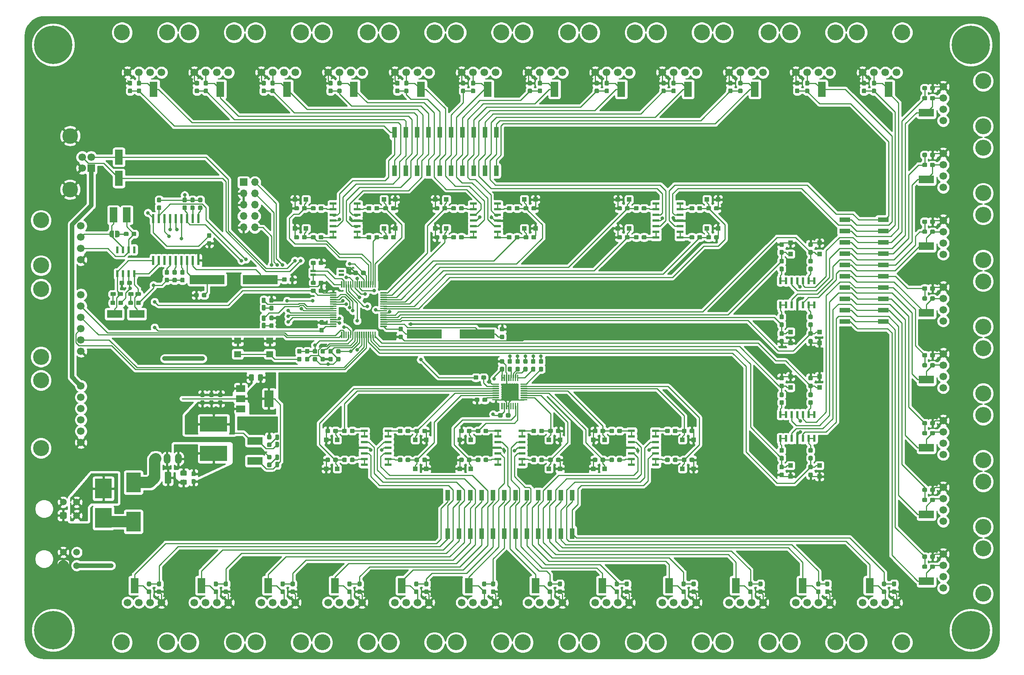
<source format=gbr>
G04 #@! TF.GenerationSoftware,KiCad,Pcbnew,(5.1.0)-1*
G04 #@! TF.CreationDate,2020-05-06T13:16:37-02:30*
G04 #@! TF.ProjectId,PCB_Morro_Bay,5043425f-4d6f-4727-926f-5f4261792e6b,A*
G04 #@! TF.SameCoordinates,Original*
G04 #@! TF.FileFunction,Copper,L1,Top*
G04 #@! TF.FilePolarity,Positive*
%FSLAX46Y46*%
G04 Gerber Fmt 4.6, Leading zero omitted, Abs format (unit mm)*
G04 Created by KiCad (PCBNEW (5.1.0)-1) date 2020-05-06 13:16:37*
%MOMM*%
%LPD*%
G04 APERTURE LIST*
%ADD10R,1.700000X1.700000*%
%ADD11O,1.700000X1.700000*%
%ADD12C,1.700000*%
%ADD13C,3.600000*%
%ADD14R,0.600000X2.000000*%
%ADD15R,1.120000X2.440000*%
%ADD16C,0.100000*%
%ADD17C,0.950000*%
%ADD18R,1.000000X1.000000*%
%ADD19C,1.425000*%
%ADD20C,1.150000*%
%ADD21C,0.850000*%
%ADD22R,3.300000X4.500000*%
%ADD23R,3.810000X4.500000*%
%ADD24R,6.100000X3.500000*%
%ADD25C,1.500000*%
%ADD26C,3.500000*%
%ADD27C,0.500000*%
%ADD28R,2.440000X1.120000*%
%ADD29R,1.600000X1.400000*%
%ADD30R,3.400000X1.800000*%
%ADD31R,1.800000X3.400000*%
%ADD32R,0.600000X1.550000*%
%ADD33R,2.000000X3.800000*%
%ADD34R,2.000000X1.500000*%
%ADD35C,0.300000*%
%ADD36R,1.500000X0.600000*%
%ADD37R,0.600000X1.500000*%
%ADD38R,1.500000X2.300000*%
%ADD39O,1.500000X2.300000*%
%ADD40R,7.875000X2.000000*%
%ADD41C,8.600000*%
%ADD42R,1.200000X0.600000*%
%ADD43C,0.800000*%
%ADD44C,1.000000*%
%ADD45C,0.250000*%
%ADD46C,2.500000*%
%ADD47C,1.000000*%
%ADD48C,0.254000*%
G04 APERTURE END LIST*
D10*
X150960000Y-96380000D03*
D11*
X150960000Y-98920000D03*
X153500000Y-104000000D03*
X153500000Y-106540000D03*
X150960000Y-106540000D03*
X150960000Y-101460000D03*
X153500000Y-96380000D03*
X153500000Y-98920000D03*
X153500000Y-101460000D03*
X150960000Y-104000000D03*
D12*
X114460000Y-142150000D03*
X114460000Y-144690000D03*
X114460000Y-149770000D03*
X114460000Y-154850000D03*
D13*
X105490000Y-140880000D03*
D12*
X114460000Y-147230000D03*
X114460000Y-152310000D03*
D13*
X105490000Y-156120000D03*
D12*
X114460000Y-121650000D03*
X114460000Y-124190000D03*
X114460000Y-129270000D03*
X114460000Y-134350000D03*
D13*
X105490000Y-120380000D03*
D12*
X114460000Y-126730000D03*
X114460000Y-131810000D03*
D13*
X105490000Y-135620000D03*
X105490000Y-104920000D03*
X105490000Y-115080000D03*
D12*
X114460000Y-106190000D03*
X114460000Y-108730000D03*
X114460000Y-111270000D03*
X114460000Y-113810000D03*
D13*
X133830000Y-62740000D03*
X123670000Y-62740000D03*
D12*
X132560000Y-71710000D03*
X130020000Y-71710000D03*
X127480000Y-71710000D03*
X124940000Y-71710000D03*
D13*
X148830000Y-62740000D03*
X138670000Y-62740000D03*
D12*
X147560000Y-71710000D03*
X145020000Y-71710000D03*
X142480000Y-71710000D03*
X139940000Y-71710000D03*
D13*
X163830000Y-62740000D03*
X153670000Y-62740000D03*
D12*
X162560000Y-71710000D03*
X160020000Y-71710000D03*
X157480000Y-71710000D03*
X154940000Y-71710000D03*
D13*
X178830000Y-62740000D03*
X168670000Y-62740000D03*
D12*
X177560000Y-71710000D03*
X175020000Y-71710000D03*
X172480000Y-71710000D03*
X169940000Y-71710000D03*
D13*
X193830000Y-62740000D03*
X183670000Y-62740000D03*
D12*
X192560000Y-71710000D03*
X190020000Y-71710000D03*
X187480000Y-71710000D03*
X184940000Y-71710000D03*
D13*
X208830000Y-62740000D03*
X198670000Y-62740000D03*
D12*
X207560000Y-71710000D03*
X205020000Y-71710000D03*
X202480000Y-71710000D03*
X199940000Y-71710000D03*
D13*
X223830000Y-62740000D03*
X213670000Y-62740000D03*
D12*
X222560000Y-71710000D03*
X220020000Y-71710000D03*
X217480000Y-71710000D03*
X214940000Y-71710000D03*
D13*
X238830000Y-62740000D03*
X228670000Y-62740000D03*
D12*
X237560000Y-71710000D03*
X235020000Y-71710000D03*
X232480000Y-71710000D03*
X229940000Y-71710000D03*
D13*
X253830000Y-62740000D03*
X243670000Y-62740000D03*
D12*
X252560000Y-71710000D03*
X250020000Y-71710000D03*
X247480000Y-71710000D03*
X244940000Y-71710000D03*
D13*
X268830000Y-62740000D03*
X258670000Y-62740000D03*
D12*
X267560000Y-71710000D03*
X265020000Y-71710000D03*
X262480000Y-71710000D03*
X259940000Y-71710000D03*
D13*
X283830000Y-62740000D03*
X273670000Y-62740000D03*
D12*
X282560000Y-71710000D03*
X280020000Y-71710000D03*
X277480000Y-71710000D03*
X274940000Y-71710000D03*
D13*
X298830000Y-62740000D03*
X288670000Y-62740000D03*
D12*
X297560000Y-71710000D03*
X295020000Y-71710000D03*
X292480000Y-71710000D03*
X289940000Y-71710000D03*
D13*
X317010000Y-83830000D03*
X317010000Y-73670000D03*
D12*
X308040000Y-82560000D03*
X308040000Y-80020000D03*
X308040000Y-77480000D03*
X308040000Y-74940000D03*
D13*
X317010000Y-98830000D03*
X317010000Y-88670000D03*
D12*
X308040000Y-97560000D03*
X308040000Y-95020000D03*
X308040000Y-92480000D03*
X308040000Y-89940000D03*
D13*
X317010000Y-113830000D03*
X317010000Y-103670000D03*
D12*
X308040000Y-112560000D03*
X308040000Y-110020000D03*
X308040000Y-107480000D03*
X308040000Y-104940000D03*
D13*
X317010000Y-128830000D03*
X317010000Y-118670000D03*
D12*
X308040000Y-127560000D03*
X308040000Y-125020000D03*
X308040000Y-122480000D03*
X308040000Y-119940000D03*
D13*
X317010000Y-143830000D03*
X317010000Y-133670000D03*
D12*
X308040000Y-142560000D03*
X308040000Y-140020000D03*
X308040000Y-137480000D03*
X308040000Y-134940000D03*
D13*
X317010000Y-158830000D03*
X317010000Y-148670000D03*
D12*
X308040000Y-157560000D03*
X308040000Y-155020000D03*
X308040000Y-152480000D03*
X308040000Y-149940000D03*
D13*
X317010000Y-173830000D03*
X317010000Y-163670000D03*
D12*
X308040000Y-172560000D03*
X308040000Y-170020000D03*
X308040000Y-167480000D03*
X308040000Y-164940000D03*
D13*
X317010000Y-188830000D03*
X317010000Y-178670000D03*
D12*
X308040000Y-187560000D03*
X308040000Y-185020000D03*
X308040000Y-182480000D03*
X308040000Y-179940000D03*
D13*
X288670000Y-199760000D03*
X298830000Y-199760000D03*
D12*
X289940000Y-190790000D03*
X292480000Y-190790000D03*
X295020000Y-190790000D03*
X297560000Y-190790000D03*
D13*
X273670000Y-199760000D03*
X283830000Y-199760000D03*
D12*
X274940000Y-190790000D03*
X277480000Y-190790000D03*
X280020000Y-190790000D03*
X282560000Y-190790000D03*
D13*
X258670000Y-199760000D03*
X268830000Y-199760000D03*
D12*
X259940000Y-190790000D03*
X262480000Y-190790000D03*
X265020000Y-190790000D03*
X267560000Y-190790000D03*
D13*
X243670000Y-199760000D03*
X253830000Y-199760000D03*
D12*
X244940000Y-190790000D03*
X247480000Y-190790000D03*
X250020000Y-190790000D03*
X252560000Y-190790000D03*
D13*
X228670000Y-199760000D03*
X238830000Y-199760000D03*
D12*
X229940000Y-190790000D03*
X232480000Y-190790000D03*
X235020000Y-190790000D03*
X237560000Y-190790000D03*
D13*
X213670000Y-199760000D03*
X223830000Y-199760000D03*
D12*
X214940000Y-190790000D03*
X217480000Y-190790000D03*
X220020000Y-190790000D03*
X222560000Y-190790000D03*
D13*
X198670000Y-199760000D03*
X208830000Y-199760000D03*
D12*
X199940000Y-190790000D03*
X202480000Y-190790000D03*
X205020000Y-190790000D03*
X207560000Y-190790000D03*
D13*
X183670000Y-199760000D03*
X193830000Y-199760000D03*
D12*
X184940000Y-190790000D03*
X187480000Y-190790000D03*
X190020000Y-190790000D03*
X192560000Y-190790000D03*
D13*
X168670000Y-199760000D03*
X178830000Y-199760000D03*
D12*
X169940000Y-190790000D03*
X172480000Y-190790000D03*
X175020000Y-190790000D03*
X177560000Y-190790000D03*
D13*
X153670000Y-199760000D03*
X163830000Y-199760000D03*
D12*
X154940000Y-190790000D03*
X157480000Y-190790000D03*
X160020000Y-190790000D03*
X162560000Y-190790000D03*
D13*
X138670000Y-199760000D03*
X148830000Y-199760000D03*
D12*
X139940000Y-190790000D03*
X142480000Y-190790000D03*
X145020000Y-190790000D03*
X147560000Y-190790000D03*
D13*
X123670000Y-199760000D03*
X133830000Y-199760000D03*
D12*
X124940000Y-190790000D03*
X127480000Y-190790000D03*
X130020000Y-190790000D03*
X132560000Y-190790000D03*
D14*
X130670000Y-113950000D03*
X131940000Y-113950000D03*
X133210000Y-113950000D03*
X134480000Y-113950000D03*
X135750000Y-113950000D03*
X137020000Y-113950000D03*
X138290000Y-113950000D03*
X139560000Y-113950000D03*
X140830000Y-113950000D03*
X140830000Y-104550000D03*
X139560000Y-104550000D03*
X138290000Y-104550000D03*
X137020000Y-104550000D03*
X135750000Y-104550000D03*
X134480000Y-104550000D03*
X133210000Y-104550000D03*
X131940000Y-104550000D03*
X130670000Y-104550000D03*
D15*
X184820000Y-85195000D03*
X207680000Y-93805000D03*
X187360000Y-85195000D03*
X205140000Y-93805000D03*
X189900000Y-85195000D03*
X202600000Y-93805000D03*
X192440000Y-85195000D03*
X200060000Y-93805000D03*
X194980000Y-85195000D03*
X197520000Y-93805000D03*
X197520000Y-85195000D03*
X194980000Y-93805000D03*
X200060000Y-85195000D03*
X192440000Y-93805000D03*
X202600000Y-85195000D03*
X189900000Y-93805000D03*
X205140000Y-85195000D03*
X187360000Y-93805000D03*
X207680000Y-85195000D03*
X184820000Y-93805000D03*
D16*
G36*
X168685779Y-108276144D02*
G01*
X168708834Y-108279563D01*
X168731443Y-108285227D01*
X168753387Y-108293079D01*
X168774457Y-108303044D01*
X168794448Y-108315026D01*
X168813168Y-108328910D01*
X168830438Y-108344562D01*
X168846090Y-108361832D01*
X168859974Y-108380552D01*
X168871956Y-108400543D01*
X168881921Y-108421613D01*
X168889773Y-108443557D01*
X168895437Y-108466166D01*
X168898856Y-108489221D01*
X168900000Y-108512500D01*
X168900000Y-108987500D01*
X168898856Y-109010779D01*
X168895437Y-109033834D01*
X168889773Y-109056443D01*
X168881921Y-109078387D01*
X168871956Y-109099457D01*
X168859974Y-109119448D01*
X168846090Y-109138168D01*
X168830438Y-109155438D01*
X168813168Y-109171090D01*
X168794448Y-109184974D01*
X168774457Y-109196956D01*
X168753387Y-109206921D01*
X168731443Y-109214773D01*
X168708834Y-109220437D01*
X168685779Y-109223856D01*
X168662500Y-109225000D01*
X168087500Y-109225000D01*
X168064221Y-109223856D01*
X168041166Y-109220437D01*
X168018557Y-109214773D01*
X167996613Y-109206921D01*
X167975543Y-109196956D01*
X167955552Y-109184974D01*
X167936832Y-109171090D01*
X167919562Y-109155438D01*
X167903910Y-109138168D01*
X167890026Y-109119448D01*
X167878044Y-109099457D01*
X167868079Y-109078387D01*
X167860227Y-109056443D01*
X167854563Y-109033834D01*
X167851144Y-109010779D01*
X167850000Y-108987500D01*
X167850000Y-108512500D01*
X167851144Y-108489221D01*
X167854563Y-108466166D01*
X167860227Y-108443557D01*
X167868079Y-108421613D01*
X167878044Y-108400543D01*
X167890026Y-108380552D01*
X167903910Y-108361832D01*
X167919562Y-108344562D01*
X167936832Y-108328910D01*
X167955552Y-108315026D01*
X167975543Y-108303044D01*
X167996613Y-108293079D01*
X168018557Y-108285227D01*
X168041166Y-108279563D01*
X168064221Y-108276144D01*
X168087500Y-108275000D01*
X168662500Y-108275000D01*
X168685779Y-108276144D01*
X168685779Y-108276144D01*
G37*
D17*
X168375000Y-108750000D03*
D16*
G36*
X166935779Y-108276144D02*
G01*
X166958834Y-108279563D01*
X166981443Y-108285227D01*
X167003387Y-108293079D01*
X167024457Y-108303044D01*
X167044448Y-108315026D01*
X167063168Y-108328910D01*
X167080438Y-108344562D01*
X167096090Y-108361832D01*
X167109974Y-108380552D01*
X167121956Y-108400543D01*
X167131921Y-108421613D01*
X167139773Y-108443557D01*
X167145437Y-108466166D01*
X167148856Y-108489221D01*
X167150000Y-108512500D01*
X167150000Y-108987500D01*
X167148856Y-109010779D01*
X167145437Y-109033834D01*
X167139773Y-109056443D01*
X167131921Y-109078387D01*
X167121956Y-109099457D01*
X167109974Y-109119448D01*
X167096090Y-109138168D01*
X167080438Y-109155438D01*
X167063168Y-109171090D01*
X167044448Y-109184974D01*
X167024457Y-109196956D01*
X167003387Y-109206921D01*
X166981443Y-109214773D01*
X166958834Y-109220437D01*
X166935779Y-109223856D01*
X166912500Y-109225000D01*
X166337500Y-109225000D01*
X166314221Y-109223856D01*
X166291166Y-109220437D01*
X166268557Y-109214773D01*
X166246613Y-109206921D01*
X166225543Y-109196956D01*
X166205552Y-109184974D01*
X166186832Y-109171090D01*
X166169562Y-109155438D01*
X166153910Y-109138168D01*
X166140026Y-109119448D01*
X166128044Y-109099457D01*
X166118079Y-109078387D01*
X166110227Y-109056443D01*
X166104563Y-109033834D01*
X166101144Y-109010779D01*
X166100000Y-108987500D01*
X166100000Y-108512500D01*
X166101144Y-108489221D01*
X166104563Y-108466166D01*
X166110227Y-108443557D01*
X166118079Y-108421613D01*
X166128044Y-108400543D01*
X166140026Y-108380552D01*
X166153910Y-108361832D01*
X166169562Y-108344562D01*
X166186832Y-108328910D01*
X166205552Y-108315026D01*
X166225543Y-108303044D01*
X166246613Y-108293079D01*
X166268557Y-108285227D01*
X166291166Y-108279563D01*
X166314221Y-108276144D01*
X166337500Y-108275000D01*
X166912500Y-108275000D01*
X166935779Y-108276144D01*
X166935779Y-108276144D01*
G37*
D17*
X166625000Y-108750000D03*
D16*
G36*
X163185779Y-108276144D02*
G01*
X163208834Y-108279563D01*
X163231443Y-108285227D01*
X163253387Y-108293079D01*
X163274457Y-108303044D01*
X163294448Y-108315026D01*
X163313168Y-108328910D01*
X163330438Y-108344562D01*
X163346090Y-108361832D01*
X163359974Y-108380552D01*
X163371956Y-108400543D01*
X163381921Y-108421613D01*
X163389773Y-108443557D01*
X163395437Y-108466166D01*
X163398856Y-108489221D01*
X163400000Y-108512500D01*
X163400000Y-108987500D01*
X163398856Y-109010779D01*
X163395437Y-109033834D01*
X163389773Y-109056443D01*
X163381921Y-109078387D01*
X163371956Y-109099457D01*
X163359974Y-109119448D01*
X163346090Y-109138168D01*
X163330438Y-109155438D01*
X163313168Y-109171090D01*
X163294448Y-109184974D01*
X163274457Y-109196956D01*
X163253387Y-109206921D01*
X163231443Y-109214773D01*
X163208834Y-109220437D01*
X163185779Y-109223856D01*
X163162500Y-109225000D01*
X162587500Y-109225000D01*
X162564221Y-109223856D01*
X162541166Y-109220437D01*
X162518557Y-109214773D01*
X162496613Y-109206921D01*
X162475543Y-109196956D01*
X162455552Y-109184974D01*
X162436832Y-109171090D01*
X162419562Y-109155438D01*
X162403910Y-109138168D01*
X162390026Y-109119448D01*
X162378044Y-109099457D01*
X162368079Y-109078387D01*
X162360227Y-109056443D01*
X162354563Y-109033834D01*
X162351144Y-109010779D01*
X162350000Y-108987500D01*
X162350000Y-108512500D01*
X162351144Y-108489221D01*
X162354563Y-108466166D01*
X162360227Y-108443557D01*
X162368079Y-108421613D01*
X162378044Y-108400543D01*
X162390026Y-108380552D01*
X162403910Y-108361832D01*
X162419562Y-108344562D01*
X162436832Y-108328910D01*
X162455552Y-108315026D01*
X162475543Y-108303044D01*
X162496613Y-108293079D01*
X162518557Y-108285227D01*
X162541166Y-108279563D01*
X162564221Y-108276144D01*
X162587500Y-108275000D01*
X163162500Y-108275000D01*
X163185779Y-108276144D01*
X163185779Y-108276144D01*
G37*
D17*
X162875000Y-108750000D03*
D16*
G36*
X164935779Y-108276144D02*
G01*
X164958834Y-108279563D01*
X164981443Y-108285227D01*
X165003387Y-108293079D01*
X165024457Y-108303044D01*
X165044448Y-108315026D01*
X165063168Y-108328910D01*
X165080438Y-108344562D01*
X165096090Y-108361832D01*
X165109974Y-108380552D01*
X165121956Y-108400543D01*
X165131921Y-108421613D01*
X165139773Y-108443557D01*
X165145437Y-108466166D01*
X165148856Y-108489221D01*
X165150000Y-108512500D01*
X165150000Y-108987500D01*
X165148856Y-109010779D01*
X165145437Y-109033834D01*
X165139773Y-109056443D01*
X165131921Y-109078387D01*
X165121956Y-109099457D01*
X165109974Y-109119448D01*
X165096090Y-109138168D01*
X165080438Y-109155438D01*
X165063168Y-109171090D01*
X165044448Y-109184974D01*
X165024457Y-109196956D01*
X165003387Y-109206921D01*
X164981443Y-109214773D01*
X164958834Y-109220437D01*
X164935779Y-109223856D01*
X164912500Y-109225000D01*
X164337500Y-109225000D01*
X164314221Y-109223856D01*
X164291166Y-109220437D01*
X164268557Y-109214773D01*
X164246613Y-109206921D01*
X164225543Y-109196956D01*
X164205552Y-109184974D01*
X164186832Y-109171090D01*
X164169562Y-109155438D01*
X164153910Y-109138168D01*
X164140026Y-109119448D01*
X164128044Y-109099457D01*
X164118079Y-109078387D01*
X164110227Y-109056443D01*
X164104563Y-109033834D01*
X164101144Y-109010779D01*
X164100000Y-108987500D01*
X164100000Y-108512500D01*
X164101144Y-108489221D01*
X164104563Y-108466166D01*
X164110227Y-108443557D01*
X164118079Y-108421613D01*
X164128044Y-108400543D01*
X164140026Y-108380552D01*
X164153910Y-108361832D01*
X164169562Y-108344562D01*
X164186832Y-108328910D01*
X164205552Y-108315026D01*
X164225543Y-108303044D01*
X164246613Y-108293079D01*
X164268557Y-108285227D01*
X164291166Y-108279563D01*
X164314221Y-108276144D01*
X164337500Y-108275000D01*
X164912500Y-108275000D01*
X164935779Y-108276144D01*
X164935779Y-108276144D01*
G37*
D17*
X164625000Y-108750000D03*
D18*
X165000000Y-106750000D03*
X162500000Y-106750000D03*
D16*
G36*
X142435779Y-121276144D02*
G01*
X142458834Y-121279563D01*
X142481443Y-121285227D01*
X142503387Y-121293079D01*
X142524457Y-121303044D01*
X142544448Y-121315026D01*
X142563168Y-121328910D01*
X142580438Y-121344562D01*
X142596090Y-121361832D01*
X142609974Y-121380552D01*
X142621956Y-121400543D01*
X142631921Y-121421613D01*
X142639773Y-121443557D01*
X142645437Y-121466166D01*
X142648856Y-121489221D01*
X142650000Y-121512500D01*
X142650000Y-121987500D01*
X142648856Y-122010779D01*
X142645437Y-122033834D01*
X142639773Y-122056443D01*
X142631921Y-122078387D01*
X142621956Y-122099457D01*
X142609974Y-122119448D01*
X142596090Y-122138168D01*
X142580438Y-122155438D01*
X142563168Y-122171090D01*
X142544448Y-122184974D01*
X142524457Y-122196956D01*
X142503387Y-122206921D01*
X142481443Y-122214773D01*
X142458834Y-122220437D01*
X142435779Y-122223856D01*
X142412500Y-122225000D01*
X141837500Y-122225000D01*
X141814221Y-122223856D01*
X141791166Y-122220437D01*
X141768557Y-122214773D01*
X141746613Y-122206921D01*
X141725543Y-122196956D01*
X141705552Y-122184974D01*
X141686832Y-122171090D01*
X141669562Y-122155438D01*
X141653910Y-122138168D01*
X141640026Y-122119448D01*
X141628044Y-122099457D01*
X141618079Y-122078387D01*
X141610227Y-122056443D01*
X141604563Y-122033834D01*
X141601144Y-122010779D01*
X141600000Y-121987500D01*
X141600000Y-121512500D01*
X141601144Y-121489221D01*
X141604563Y-121466166D01*
X141610227Y-121443557D01*
X141618079Y-121421613D01*
X141628044Y-121400543D01*
X141640026Y-121380552D01*
X141653910Y-121361832D01*
X141669562Y-121344562D01*
X141686832Y-121328910D01*
X141705552Y-121315026D01*
X141725543Y-121303044D01*
X141746613Y-121293079D01*
X141768557Y-121285227D01*
X141791166Y-121279563D01*
X141814221Y-121276144D01*
X141837500Y-121275000D01*
X142412500Y-121275000D01*
X142435779Y-121276144D01*
X142435779Y-121276144D01*
G37*
D17*
X142125000Y-121750000D03*
D16*
G36*
X140685779Y-121276144D02*
G01*
X140708834Y-121279563D01*
X140731443Y-121285227D01*
X140753387Y-121293079D01*
X140774457Y-121303044D01*
X140794448Y-121315026D01*
X140813168Y-121328910D01*
X140830438Y-121344562D01*
X140846090Y-121361832D01*
X140859974Y-121380552D01*
X140871956Y-121400543D01*
X140881921Y-121421613D01*
X140889773Y-121443557D01*
X140895437Y-121466166D01*
X140898856Y-121489221D01*
X140900000Y-121512500D01*
X140900000Y-121987500D01*
X140898856Y-122010779D01*
X140895437Y-122033834D01*
X140889773Y-122056443D01*
X140881921Y-122078387D01*
X140871956Y-122099457D01*
X140859974Y-122119448D01*
X140846090Y-122138168D01*
X140830438Y-122155438D01*
X140813168Y-122171090D01*
X140794448Y-122184974D01*
X140774457Y-122196956D01*
X140753387Y-122206921D01*
X140731443Y-122214773D01*
X140708834Y-122220437D01*
X140685779Y-122223856D01*
X140662500Y-122225000D01*
X140087500Y-122225000D01*
X140064221Y-122223856D01*
X140041166Y-122220437D01*
X140018557Y-122214773D01*
X139996613Y-122206921D01*
X139975543Y-122196956D01*
X139955552Y-122184974D01*
X139936832Y-122171090D01*
X139919562Y-122155438D01*
X139903910Y-122138168D01*
X139890026Y-122119448D01*
X139878044Y-122099457D01*
X139868079Y-122078387D01*
X139860227Y-122056443D01*
X139854563Y-122033834D01*
X139851144Y-122010779D01*
X139850000Y-121987500D01*
X139850000Y-121512500D01*
X139851144Y-121489221D01*
X139854563Y-121466166D01*
X139860227Y-121443557D01*
X139868079Y-121421613D01*
X139878044Y-121400543D01*
X139890026Y-121380552D01*
X139903910Y-121361832D01*
X139919562Y-121344562D01*
X139936832Y-121328910D01*
X139955552Y-121315026D01*
X139975543Y-121303044D01*
X139996613Y-121293079D01*
X140018557Y-121285227D01*
X140041166Y-121279563D01*
X140064221Y-121276144D01*
X140087500Y-121275000D01*
X140662500Y-121275000D01*
X140685779Y-121276144D01*
X140685779Y-121276144D01*
G37*
D17*
X140375000Y-121750000D03*
D16*
G36*
X162185779Y-117776144D02*
G01*
X162208834Y-117779563D01*
X162231443Y-117785227D01*
X162253387Y-117793079D01*
X162274457Y-117803044D01*
X162294448Y-117815026D01*
X162313168Y-117828910D01*
X162330438Y-117844562D01*
X162346090Y-117861832D01*
X162359974Y-117880552D01*
X162371956Y-117900543D01*
X162381921Y-117921613D01*
X162389773Y-117943557D01*
X162395437Y-117966166D01*
X162398856Y-117989221D01*
X162400000Y-118012500D01*
X162400000Y-118487500D01*
X162398856Y-118510779D01*
X162395437Y-118533834D01*
X162389773Y-118556443D01*
X162381921Y-118578387D01*
X162371956Y-118599457D01*
X162359974Y-118619448D01*
X162346090Y-118638168D01*
X162330438Y-118655438D01*
X162313168Y-118671090D01*
X162294448Y-118684974D01*
X162274457Y-118696956D01*
X162253387Y-118706921D01*
X162231443Y-118714773D01*
X162208834Y-118720437D01*
X162185779Y-118723856D01*
X162162500Y-118725000D01*
X161587500Y-118725000D01*
X161564221Y-118723856D01*
X161541166Y-118720437D01*
X161518557Y-118714773D01*
X161496613Y-118706921D01*
X161475543Y-118696956D01*
X161455552Y-118684974D01*
X161436832Y-118671090D01*
X161419562Y-118655438D01*
X161403910Y-118638168D01*
X161390026Y-118619448D01*
X161378044Y-118599457D01*
X161368079Y-118578387D01*
X161360227Y-118556443D01*
X161354563Y-118533834D01*
X161351144Y-118510779D01*
X161350000Y-118487500D01*
X161350000Y-118012500D01*
X161351144Y-117989221D01*
X161354563Y-117966166D01*
X161360227Y-117943557D01*
X161368079Y-117921613D01*
X161378044Y-117900543D01*
X161390026Y-117880552D01*
X161403910Y-117861832D01*
X161419562Y-117844562D01*
X161436832Y-117828910D01*
X161455552Y-117815026D01*
X161475543Y-117803044D01*
X161496613Y-117793079D01*
X161518557Y-117785227D01*
X161541166Y-117779563D01*
X161564221Y-117776144D01*
X161587500Y-117775000D01*
X162162500Y-117775000D01*
X162185779Y-117776144D01*
X162185779Y-117776144D01*
G37*
D17*
X161875000Y-118250000D03*
D16*
G36*
X160435779Y-117776144D02*
G01*
X160458834Y-117779563D01*
X160481443Y-117785227D01*
X160503387Y-117793079D01*
X160524457Y-117803044D01*
X160544448Y-117815026D01*
X160563168Y-117828910D01*
X160580438Y-117844562D01*
X160596090Y-117861832D01*
X160609974Y-117880552D01*
X160621956Y-117900543D01*
X160631921Y-117921613D01*
X160639773Y-117943557D01*
X160645437Y-117966166D01*
X160648856Y-117989221D01*
X160650000Y-118012500D01*
X160650000Y-118487500D01*
X160648856Y-118510779D01*
X160645437Y-118533834D01*
X160639773Y-118556443D01*
X160631921Y-118578387D01*
X160621956Y-118599457D01*
X160609974Y-118619448D01*
X160596090Y-118638168D01*
X160580438Y-118655438D01*
X160563168Y-118671090D01*
X160544448Y-118684974D01*
X160524457Y-118696956D01*
X160503387Y-118706921D01*
X160481443Y-118714773D01*
X160458834Y-118720437D01*
X160435779Y-118723856D01*
X160412500Y-118725000D01*
X159837500Y-118725000D01*
X159814221Y-118723856D01*
X159791166Y-118720437D01*
X159768557Y-118714773D01*
X159746613Y-118706921D01*
X159725543Y-118696956D01*
X159705552Y-118684974D01*
X159686832Y-118671090D01*
X159669562Y-118655438D01*
X159653910Y-118638168D01*
X159640026Y-118619448D01*
X159628044Y-118599457D01*
X159618079Y-118578387D01*
X159610227Y-118556443D01*
X159604563Y-118533834D01*
X159601144Y-118510779D01*
X159600000Y-118487500D01*
X159600000Y-118012500D01*
X159601144Y-117989221D01*
X159604563Y-117966166D01*
X159610227Y-117943557D01*
X159618079Y-117921613D01*
X159628044Y-117900543D01*
X159640026Y-117880552D01*
X159653910Y-117861832D01*
X159669562Y-117844562D01*
X159686832Y-117828910D01*
X159705552Y-117815026D01*
X159725543Y-117803044D01*
X159746613Y-117793079D01*
X159768557Y-117785227D01*
X159791166Y-117779563D01*
X159814221Y-117776144D01*
X159837500Y-117775000D01*
X160412500Y-117775000D01*
X160435779Y-117776144D01*
X160435779Y-117776144D01*
G37*
D17*
X160125000Y-118250000D03*
D16*
G36*
X140010779Y-163101144D02*
G01*
X140033834Y-163104563D01*
X140056443Y-163110227D01*
X140078387Y-163118079D01*
X140099457Y-163128044D01*
X140119448Y-163140026D01*
X140138168Y-163153910D01*
X140155438Y-163169562D01*
X140171090Y-163186832D01*
X140184974Y-163205552D01*
X140196956Y-163225543D01*
X140206921Y-163246613D01*
X140214773Y-163268557D01*
X140220437Y-163291166D01*
X140223856Y-163314221D01*
X140225000Y-163337500D01*
X140225000Y-163912500D01*
X140223856Y-163935779D01*
X140220437Y-163958834D01*
X140214773Y-163981443D01*
X140206921Y-164003387D01*
X140196956Y-164024457D01*
X140184974Y-164044448D01*
X140171090Y-164063168D01*
X140155438Y-164080438D01*
X140138168Y-164096090D01*
X140119448Y-164109974D01*
X140099457Y-164121956D01*
X140078387Y-164131921D01*
X140056443Y-164139773D01*
X140033834Y-164145437D01*
X140010779Y-164148856D01*
X139987500Y-164150000D01*
X139512500Y-164150000D01*
X139489221Y-164148856D01*
X139466166Y-164145437D01*
X139443557Y-164139773D01*
X139421613Y-164131921D01*
X139400543Y-164121956D01*
X139380552Y-164109974D01*
X139361832Y-164096090D01*
X139344562Y-164080438D01*
X139328910Y-164063168D01*
X139315026Y-164044448D01*
X139303044Y-164024457D01*
X139293079Y-164003387D01*
X139285227Y-163981443D01*
X139279563Y-163958834D01*
X139276144Y-163935779D01*
X139275000Y-163912500D01*
X139275000Y-163337500D01*
X139276144Y-163314221D01*
X139279563Y-163291166D01*
X139285227Y-163268557D01*
X139293079Y-163246613D01*
X139303044Y-163225543D01*
X139315026Y-163205552D01*
X139328910Y-163186832D01*
X139344562Y-163169562D01*
X139361832Y-163153910D01*
X139380552Y-163140026D01*
X139400543Y-163128044D01*
X139421613Y-163118079D01*
X139443557Y-163110227D01*
X139466166Y-163104563D01*
X139489221Y-163101144D01*
X139512500Y-163100000D01*
X139987500Y-163100000D01*
X140010779Y-163101144D01*
X140010779Y-163101144D01*
G37*
D17*
X139750000Y-163625000D03*
D16*
G36*
X140010779Y-161351144D02*
G01*
X140033834Y-161354563D01*
X140056443Y-161360227D01*
X140078387Y-161368079D01*
X140099457Y-161378044D01*
X140119448Y-161390026D01*
X140138168Y-161403910D01*
X140155438Y-161419562D01*
X140171090Y-161436832D01*
X140184974Y-161455552D01*
X140196956Y-161475543D01*
X140206921Y-161496613D01*
X140214773Y-161518557D01*
X140220437Y-161541166D01*
X140223856Y-161564221D01*
X140225000Y-161587500D01*
X140225000Y-162162500D01*
X140223856Y-162185779D01*
X140220437Y-162208834D01*
X140214773Y-162231443D01*
X140206921Y-162253387D01*
X140196956Y-162274457D01*
X140184974Y-162294448D01*
X140171090Y-162313168D01*
X140155438Y-162330438D01*
X140138168Y-162346090D01*
X140119448Y-162359974D01*
X140099457Y-162371956D01*
X140078387Y-162381921D01*
X140056443Y-162389773D01*
X140033834Y-162395437D01*
X140010779Y-162398856D01*
X139987500Y-162400000D01*
X139512500Y-162400000D01*
X139489221Y-162398856D01*
X139466166Y-162395437D01*
X139443557Y-162389773D01*
X139421613Y-162381921D01*
X139400543Y-162371956D01*
X139380552Y-162359974D01*
X139361832Y-162346090D01*
X139344562Y-162330438D01*
X139328910Y-162313168D01*
X139315026Y-162294448D01*
X139303044Y-162274457D01*
X139293079Y-162253387D01*
X139285227Y-162231443D01*
X139279563Y-162208834D01*
X139276144Y-162185779D01*
X139275000Y-162162500D01*
X139275000Y-161587500D01*
X139276144Y-161564221D01*
X139279563Y-161541166D01*
X139285227Y-161518557D01*
X139293079Y-161496613D01*
X139303044Y-161475543D01*
X139315026Y-161455552D01*
X139328910Y-161436832D01*
X139344562Y-161419562D01*
X139361832Y-161403910D01*
X139380552Y-161390026D01*
X139400543Y-161378044D01*
X139421613Y-161368079D01*
X139443557Y-161360227D01*
X139466166Y-161354563D01*
X139489221Y-161351144D01*
X139512500Y-161350000D01*
X139987500Y-161350000D01*
X140010779Y-161351144D01*
X140010779Y-161351144D01*
G37*
D17*
X139750000Y-161875000D03*
D16*
G36*
X144010779Y-145351144D02*
G01*
X144033834Y-145354563D01*
X144056443Y-145360227D01*
X144078387Y-145368079D01*
X144099457Y-145378044D01*
X144119448Y-145390026D01*
X144138168Y-145403910D01*
X144155438Y-145419562D01*
X144171090Y-145436832D01*
X144184974Y-145455552D01*
X144196956Y-145475543D01*
X144206921Y-145496613D01*
X144214773Y-145518557D01*
X144220437Y-145541166D01*
X144223856Y-145564221D01*
X144225000Y-145587500D01*
X144225000Y-146162500D01*
X144223856Y-146185779D01*
X144220437Y-146208834D01*
X144214773Y-146231443D01*
X144206921Y-146253387D01*
X144196956Y-146274457D01*
X144184974Y-146294448D01*
X144171090Y-146313168D01*
X144155438Y-146330438D01*
X144138168Y-146346090D01*
X144119448Y-146359974D01*
X144099457Y-146371956D01*
X144078387Y-146381921D01*
X144056443Y-146389773D01*
X144033834Y-146395437D01*
X144010779Y-146398856D01*
X143987500Y-146400000D01*
X143512500Y-146400000D01*
X143489221Y-146398856D01*
X143466166Y-146395437D01*
X143443557Y-146389773D01*
X143421613Y-146381921D01*
X143400543Y-146371956D01*
X143380552Y-146359974D01*
X143361832Y-146346090D01*
X143344562Y-146330438D01*
X143328910Y-146313168D01*
X143315026Y-146294448D01*
X143303044Y-146274457D01*
X143293079Y-146253387D01*
X143285227Y-146231443D01*
X143279563Y-146208834D01*
X143276144Y-146185779D01*
X143275000Y-146162500D01*
X143275000Y-145587500D01*
X143276144Y-145564221D01*
X143279563Y-145541166D01*
X143285227Y-145518557D01*
X143293079Y-145496613D01*
X143303044Y-145475543D01*
X143315026Y-145455552D01*
X143328910Y-145436832D01*
X143344562Y-145419562D01*
X143361832Y-145403910D01*
X143380552Y-145390026D01*
X143400543Y-145378044D01*
X143421613Y-145368079D01*
X143443557Y-145360227D01*
X143466166Y-145354563D01*
X143489221Y-145351144D01*
X143512500Y-145350000D01*
X143987500Y-145350000D01*
X144010779Y-145351144D01*
X144010779Y-145351144D01*
G37*
D17*
X143750000Y-145875000D03*
D16*
G36*
X144010779Y-143601144D02*
G01*
X144033834Y-143604563D01*
X144056443Y-143610227D01*
X144078387Y-143618079D01*
X144099457Y-143628044D01*
X144119448Y-143640026D01*
X144138168Y-143653910D01*
X144155438Y-143669562D01*
X144171090Y-143686832D01*
X144184974Y-143705552D01*
X144196956Y-143725543D01*
X144206921Y-143746613D01*
X144214773Y-143768557D01*
X144220437Y-143791166D01*
X144223856Y-143814221D01*
X144225000Y-143837500D01*
X144225000Y-144412500D01*
X144223856Y-144435779D01*
X144220437Y-144458834D01*
X144214773Y-144481443D01*
X144206921Y-144503387D01*
X144196956Y-144524457D01*
X144184974Y-144544448D01*
X144171090Y-144563168D01*
X144155438Y-144580438D01*
X144138168Y-144596090D01*
X144119448Y-144609974D01*
X144099457Y-144621956D01*
X144078387Y-144631921D01*
X144056443Y-144639773D01*
X144033834Y-144645437D01*
X144010779Y-144648856D01*
X143987500Y-144650000D01*
X143512500Y-144650000D01*
X143489221Y-144648856D01*
X143466166Y-144645437D01*
X143443557Y-144639773D01*
X143421613Y-144631921D01*
X143400543Y-144621956D01*
X143380552Y-144609974D01*
X143361832Y-144596090D01*
X143344562Y-144580438D01*
X143328910Y-144563168D01*
X143315026Y-144544448D01*
X143303044Y-144524457D01*
X143293079Y-144503387D01*
X143285227Y-144481443D01*
X143279563Y-144458834D01*
X143276144Y-144435779D01*
X143275000Y-144412500D01*
X143275000Y-143837500D01*
X143276144Y-143814221D01*
X143279563Y-143791166D01*
X143285227Y-143768557D01*
X143293079Y-143746613D01*
X143303044Y-143725543D01*
X143315026Y-143705552D01*
X143328910Y-143686832D01*
X143344562Y-143669562D01*
X143361832Y-143653910D01*
X143380552Y-143640026D01*
X143400543Y-143628044D01*
X143421613Y-143618079D01*
X143443557Y-143610227D01*
X143466166Y-143604563D01*
X143489221Y-143601144D01*
X143512500Y-143600000D01*
X143987500Y-143600000D01*
X144010779Y-143601144D01*
X144010779Y-143601144D01*
G37*
D17*
X143750000Y-144125000D03*
D16*
G36*
X142010779Y-143601144D02*
G01*
X142033834Y-143604563D01*
X142056443Y-143610227D01*
X142078387Y-143618079D01*
X142099457Y-143628044D01*
X142119448Y-143640026D01*
X142138168Y-143653910D01*
X142155438Y-143669562D01*
X142171090Y-143686832D01*
X142184974Y-143705552D01*
X142196956Y-143725543D01*
X142206921Y-143746613D01*
X142214773Y-143768557D01*
X142220437Y-143791166D01*
X142223856Y-143814221D01*
X142225000Y-143837500D01*
X142225000Y-144412500D01*
X142223856Y-144435779D01*
X142220437Y-144458834D01*
X142214773Y-144481443D01*
X142206921Y-144503387D01*
X142196956Y-144524457D01*
X142184974Y-144544448D01*
X142171090Y-144563168D01*
X142155438Y-144580438D01*
X142138168Y-144596090D01*
X142119448Y-144609974D01*
X142099457Y-144621956D01*
X142078387Y-144631921D01*
X142056443Y-144639773D01*
X142033834Y-144645437D01*
X142010779Y-144648856D01*
X141987500Y-144650000D01*
X141512500Y-144650000D01*
X141489221Y-144648856D01*
X141466166Y-144645437D01*
X141443557Y-144639773D01*
X141421613Y-144631921D01*
X141400543Y-144621956D01*
X141380552Y-144609974D01*
X141361832Y-144596090D01*
X141344562Y-144580438D01*
X141328910Y-144563168D01*
X141315026Y-144544448D01*
X141303044Y-144524457D01*
X141293079Y-144503387D01*
X141285227Y-144481443D01*
X141279563Y-144458834D01*
X141276144Y-144435779D01*
X141275000Y-144412500D01*
X141275000Y-143837500D01*
X141276144Y-143814221D01*
X141279563Y-143791166D01*
X141285227Y-143768557D01*
X141293079Y-143746613D01*
X141303044Y-143725543D01*
X141315026Y-143705552D01*
X141328910Y-143686832D01*
X141344562Y-143669562D01*
X141361832Y-143653910D01*
X141380552Y-143640026D01*
X141400543Y-143628044D01*
X141421613Y-143618079D01*
X141443557Y-143610227D01*
X141466166Y-143604563D01*
X141489221Y-143601144D01*
X141512500Y-143600000D01*
X141987500Y-143600000D01*
X142010779Y-143601144D01*
X142010779Y-143601144D01*
G37*
D17*
X141750000Y-144125000D03*
D16*
G36*
X142010779Y-145351144D02*
G01*
X142033834Y-145354563D01*
X142056443Y-145360227D01*
X142078387Y-145368079D01*
X142099457Y-145378044D01*
X142119448Y-145390026D01*
X142138168Y-145403910D01*
X142155438Y-145419562D01*
X142171090Y-145436832D01*
X142184974Y-145455552D01*
X142196956Y-145475543D01*
X142206921Y-145496613D01*
X142214773Y-145518557D01*
X142220437Y-145541166D01*
X142223856Y-145564221D01*
X142225000Y-145587500D01*
X142225000Y-146162500D01*
X142223856Y-146185779D01*
X142220437Y-146208834D01*
X142214773Y-146231443D01*
X142206921Y-146253387D01*
X142196956Y-146274457D01*
X142184974Y-146294448D01*
X142171090Y-146313168D01*
X142155438Y-146330438D01*
X142138168Y-146346090D01*
X142119448Y-146359974D01*
X142099457Y-146371956D01*
X142078387Y-146381921D01*
X142056443Y-146389773D01*
X142033834Y-146395437D01*
X142010779Y-146398856D01*
X141987500Y-146400000D01*
X141512500Y-146400000D01*
X141489221Y-146398856D01*
X141466166Y-146395437D01*
X141443557Y-146389773D01*
X141421613Y-146381921D01*
X141400543Y-146371956D01*
X141380552Y-146359974D01*
X141361832Y-146346090D01*
X141344562Y-146330438D01*
X141328910Y-146313168D01*
X141315026Y-146294448D01*
X141303044Y-146274457D01*
X141293079Y-146253387D01*
X141285227Y-146231443D01*
X141279563Y-146208834D01*
X141276144Y-146185779D01*
X141275000Y-146162500D01*
X141275000Y-145587500D01*
X141276144Y-145564221D01*
X141279563Y-145541166D01*
X141285227Y-145518557D01*
X141293079Y-145496613D01*
X141303044Y-145475543D01*
X141315026Y-145455552D01*
X141328910Y-145436832D01*
X141344562Y-145419562D01*
X141361832Y-145403910D01*
X141380552Y-145390026D01*
X141400543Y-145378044D01*
X141421613Y-145368079D01*
X141443557Y-145360227D01*
X141466166Y-145354563D01*
X141489221Y-145351144D01*
X141512500Y-145350000D01*
X141987500Y-145350000D01*
X142010779Y-145351144D01*
X142010779Y-145351144D01*
G37*
D17*
X141750000Y-145875000D03*
D16*
G36*
X125685779Y-118526144D02*
G01*
X125708834Y-118529563D01*
X125731443Y-118535227D01*
X125753387Y-118543079D01*
X125774457Y-118553044D01*
X125794448Y-118565026D01*
X125813168Y-118578910D01*
X125830438Y-118594562D01*
X125846090Y-118611832D01*
X125859974Y-118630552D01*
X125871956Y-118650543D01*
X125881921Y-118671613D01*
X125889773Y-118693557D01*
X125895437Y-118716166D01*
X125898856Y-118739221D01*
X125900000Y-118762500D01*
X125900000Y-119237500D01*
X125898856Y-119260779D01*
X125895437Y-119283834D01*
X125889773Y-119306443D01*
X125881921Y-119328387D01*
X125871956Y-119349457D01*
X125859974Y-119369448D01*
X125846090Y-119388168D01*
X125830438Y-119405438D01*
X125813168Y-119421090D01*
X125794448Y-119434974D01*
X125774457Y-119446956D01*
X125753387Y-119456921D01*
X125731443Y-119464773D01*
X125708834Y-119470437D01*
X125685779Y-119473856D01*
X125662500Y-119475000D01*
X125087500Y-119475000D01*
X125064221Y-119473856D01*
X125041166Y-119470437D01*
X125018557Y-119464773D01*
X124996613Y-119456921D01*
X124975543Y-119446956D01*
X124955552Y-119434974D01*
X124936832Y-119421090D01*
X124919562Y-119405438D01*
X124903910Y-119388168D01*
X124890026Y-119369448D01*
X124878044Y-119349457D01*
X124868079Y-119328387D01*
X124860227Y-119306443D01*
X124854563Y-119283834D01*
X124851144Y-119260779D01*
X124850000Y-119237500D01*
X124850000Y-118762500D01*
X124851144Y-118739221D01*
X124854563Y-118716166D01*
X124860227Y-118693557D01*
X124868079Y-118671613D01*
X124878044Y-118650543D01*
X124890026Y-118630552D01*
X124903910Y-118611832D01*
X124919562Y-118594562D01*
X124936832Y-118578910D01*
X124955552Y-118565026D01*
X124975543Y-118553044D01*
X124996613Y-118543079D01*
X125018557Y-118535227D01*
X125041166Y-118529563D01*
X125064221Y-118526144D01*
X125087500Y-118525000D01*
X125662500Y-118525000D01*
X125685779Y-118526144D01*
X125685779Y-118526144D01*
G37*
D17*
X125375000Y-119000000D03*
D16*
G36*
X123935779Y-118526144D02*
G01*
X123958834Y-118529563D01*
X123981443Y-118535227D01*
X124003387Y-118543079D01*
X124024457Y-118553044D01*
X124044448Y-118565026D01*
X124063168Y-118578910D01*
X124080438Y-118594562D01*
X124096090Y-118611832D01*
X124109974Y-118630552D01*
X124121956Y-118650543D01*
X124131921Y-118671613D01*
X124139773Y-118693557D01*
X124145437Y-118716166D01*
X124148856Y-118739221D01*
X124150000Y-118762500D01*
X124150000Y-119237500D01*
X124148856Y-119260779D01*
X124145437Y-119283834D01*
X124139773Y-119306443D01*
X124131921Y-119328387D01*
X124121956Y-119349457D01*
X124109974Y-119369448D01*
X124096090Y-119388168D01*
X124080438Y-119405438D01*
X124063168Y-119421090D01*
X124044448Y-119434974D01*
X124024457Y-119446956D01*
X124003387Y-119456921D01*
X123981443Y-119464773D01*
X123958834Y-119470437D01*
X123935779Y-119473856D01*
X123912500Y-119475000D01*
X123337500Y-119475000D01*
X123314221Y-119473856D01*
X123291166Y-119470437D01*
X123268557Y-119464773D01*
X123246613Y-119456921D01*
X123225543Y-119446956D01*
X123205552Y-119434974D01*
X123186832Y-119421090D01*
X123169562Y-119405438D01*
X123153910Y-119388168D01*
X123140026Y-119369448D01*
X123128044Y-119349457D01*
X123118079Y-119328387D01*
X123110227Y-119306443D01*
X123104563Y-119283834D01*
X123101144Y-119260779D01*
X123100000Y-119237500D01*
X123100000Y-118762500D01*
X123101144Y-118739221D01*
X123104563Y-118716166D01*
X123110227Y-118693557D01*
X123118079Y-118671613D01*
X123128044Y-118650543D01*
X123140026Y-118630552D01*
X123153910Y-118611832D01*
X123169562Y-118594562D01*
X123186832Y-118578910D01*
X123205552Y-118565026D01*
X123225543Y-118553044D01*
X123246613Y-118543079D01*
X123268557Y-118535227D01*
X123291166Y-118529563D01*
X123314221Y-118526144D01*
X123337500Y-118525000D01*
X123912500Y-118525000D01*
X123935779Y-118526144D01*
X123935779Y-118526144D01*
G37*
D17*
X123625000Y-119000000D03*
D16*
G36*
X143510779Y-107851144D02*
G01*
X143533834Y-107854563D01*
X143556443Y-107860227D01*
X143578387Y-107868079D01*
X143599457Y-107878044D01*
X143619448Y-107890026D01*
X143638168Y-107903910D01*
X143655438Y-107919562D01*
X143671090Y-107936832D01*
X143684974Y-107955552D01*
X143696956Y-107975543D01*
X143706921Y-107996613D01*
X143714773Y-108018557D01*
X143720437Y-108041166D01*
X143723856Y-108064221D01*
X143725000Y-108087500D01*
X143725000Y-108662500D01*
X143723856Y-108685779D01*
X143720437Y-108708834D01*
X143714773Y-108731443D01*
X143706921Y-108753387D01*
X143696956Y-108774457D01*
X143684974Y-108794448D01*
X143671090Y-108813168D01*
X143655438Y-108830438D01*
X143638168Y-108846090D01*
X143619448Y-108859974D01*
X143599457Y-108871956D01*
X143578387Y-108881921D01*
X143556443Y-108889773D01*
X143533834Y-108895437D01*
X143510779Y-108898856D01*
X143487500Y-108900000D01*
X143012500Y-108900000D01*
X142989221Y-108898856D01*
X142966166Y-108895437D01*
X142943557Y-108889773D01*
X142921613Y-108881921D01*
X142900543Y-108871956D01*
X142880552Y-108859974D01*
X142861832Y-108846090D01*
X142844562Y-108830438D01*
X142828910Y-108813168D01*
X142815026Y-108794448D01*
X142803044Y-108774457D01*
X142793079Y-108753387D01*
X142785227Y-108731443D01*
X142779563Y-108708834D01*
X142776144Y-108685779D01*
X142775000Y-108662500D01*
X142775000Y-108087500D01*
X142776144Y-108064221D01*
X142779563Y-108041166D01*
X142785227Y-108018557D01*
X142793079Y-107996613D01*
X142803044Y-107975543D01*
X142815026Y-107955552D01*
X142828910Y-107936832D01*
X142844562Y-107919562D01*
X142861832Y-107903910D01*
X142880552Y-107890026D01*
X142900543Y-107878044D01*
X142921613Y-107868079D01*
X142943557Y-107860227D01*
X142966166Y-107854563D01*
X142989221Y-107851144D01*
X143012500Y-107850000D01*
X143487500Y-107850000D01*
X143510779Y-107851144D01*
X143510779Y-107851144D01*
G37*
D17*
X143250000Y-108375000D03*
D16*
G36*
X143510779Y-109601144D02*
G01*
X143533834Y-109604563D01*
X143556443Y-109610227D01*
X143578387Y-109618079D01*
X143599457Y-109628044D01*
X143619448Y-109640026D01*
X143638168Y-109653910D01*
X143655438Y-109669562D01*
X143671090Y-109686832D01*
X143684974Y-109705552D01*
X143696956Y-109725543D01*
X143706921Y-109746613D01*
X143714773Y-109768557D01*
X143720437Y-109791166D01*
X143723856Y-109814221D01*
X143725000Y-109837500D01*
X143725000Y-110412500D01*
X143723856Y-110435779D01*
X143720437Y-110458834D01*
X143714773Y-110481443D01*
X143706921Y-110503387D01*
X143696956Y-110524457D01*
X143684974Y-110544448D01*
X143671090Y-110563168D01*
X143655438Y-110580438D01*
X143638168Y-110596090D01*
X143619448Y-110609974D01*
X143599457Y-110621956D01*
X143578387Y-110631921D01*
X143556443Y-110639773D01*
X143533834Y-110645437D01*
X143510779Y-110648856D01*
X143487500Y-110650000D01*
X143012500Y-110650000D01*
X142989221Y-110648856D01*
X142966166Y-110645437D01*
X142943557Y-110639773D01*
X142921613Y-110631921D01*
X142900543Y-110621956D01*
X142880552Y-110609974D01*
X142861832Y-110596090D01*
X142844562Y-110580438D01*
X142828910Y-110563168D01*
X142815026Y-110544448D01*
X142803044Y-110524457D01*
X142793079Y-110503387D01*
X142785227Y-110481443D01*
X142779563Y-110458834D01*
X142776144Y-110435779D01*
X142775000Y-110412500D01*
X142775000Y-109837500D01*
X142776144Y-109814221D01*
X142779563Y-109791166D01*
X142785227Y-109768557D01*
X142793079Y-109746613D01*
X142803044Y-109725543D01*
X142815026Y-109705552D01*
X142828910Y-109686832D01*
X142844562Y-109669562D01*
X142861832Y-109653910D01*
X142880552Y-109640026D01*
X142900543Y-109628044D01*
X142921613Y-109618079D01*
X142943557Y-109610227D01*
X142966166Y-109604563D01*
X142989221Y-109601144D01*
X143012500Y-109600000D01*
X143487500Y-109600000D01*
X143510779Y-109601144D01*
X143510779Y-109601144D01*
G37*
D17*
X143250000Y-110125000D03*
D16*
G36*
X186510779Y-130601144D02*
G01*
X186533834Y-130604563D01*
X186556443Y-130610227D01*
X186578387Y-130618079D01*
X186599457Y-130628044D01*
X186619448Y-130640026D01*
X186638168Y-130653910D01*
X186655438Y-130669562D01*
X186671090Y-130686832D01*
X186684974Y-130705552D01*
X186696956Y-130725543D01*
X186706921Y-130746613D01*
X186714773Y-130768557D01*
X186720437Y-130791166D01*
X186723856Y-130814221D01*
X186725000Y-130837500D01*
X186725000Y-131412500D01*
X186723856Y-131435779D01*
X186720437Y-131458834D01*
X186714773Y-131481443D01*
X186706921Y-131503387D01*
X186696956Y-131524457D01*
X186684974Y-131544448D01*
X186671090Y-131563168D01*
X186655438Y-131580438D01*
X186638168Y-131596090D01*
X186619448Y-131609974D01*
X186599457Y-131621956D01*
X186578387Y-131631921D01*
X186556443Y-131639773D01*
X186533834Y-131645437D01*
X186510779Y-131648856D01*
X186487500Y-131650000D01*
X186012500Y-131650000D01*
X185989221Y-131648856D01*
X185966166Y-131645437D01*
X185943557Y-131639773D01*
X185921613Y-131631921D01*
X185900543Y-131621956D01*
X185880552Y-131609974D01*
X185861832Y-131596090D01*
X185844562Y-131580438D01*
X185828910Y-131563168D01*
X185815026Y-131544448D01*
X185803044Y-131524457D01*
X185793079Y-131503387D01*
X185785227Y-131481443D01*
X185779563Y-131458834D01*
X185776144Y-131435779D01*
X185775000Y-131412500D01*
X185775000Y-130837500D01*
X185776144Y-130814221D01*
X185779563Y-130791166D01*
X185785227Y-130768557D01*
X185793079Y-130746613D01*
X185803044Y-130725543D01*
X185815026Y-130705552D01*
X185828910Y-130686832D01*
X185844562Y-130669562D01*
X185861832Y-130653910D01*
X185880552Y-130640026D01*
X185900543Y-130628044D01*
X185921613Y-130618079D01*
X185943557Y-130610227D01*
X185966166Y-130604563D01*
X185989221Y-130601144D01*
X186012500Y-130600000D01*
X186487500Y-130600000D01*
X186510779Y-130601144D01*
X186510779Y-130601144D01*
G37*
D17*
X186250000Y-131125000D03*
D16*
G36*
X186510779Y-128851144D02*
G01*
X186533834Y-128854563D01*
X186556443Y-128860227D01*
X186578387Y-128868079D01*
X186599457Y-128878044D01*
X186619448Y-128890026D01*
X186638168Y-128903910D01*
X186655438Y-128919562D01*
X186671090Y-128936832D01*
X186684974Y-128955552D01*
X186696956Y-128975543D01*
X186706921Y-128996613D01*
X186714773Y-129018557D01*
X186720437Y-129041166D01*
X186723856Y-129064221D01*
X186725000Y-129087500D01*
X186725000Y-129662500D01*
X186723856Y-129685779D01*
X186720437Y-129708834D01*
X186714773Y-129731443D01*
X186706921Y-129753387D01*
X186696956Y-129774457D01*
X186684974Y-129794448D01*
X186671090Y-129813168D01*
X186655438Y-129830438D01*
X186638168Y-129846090D01*
X186619448Y-129859974D01*
X186599457Y-129871956D01*
X186578387Y-129881921D01*
X186556443Y-129889773D01*
X186533834Y-129895437D01*
X186510779Y-129898856D01*
X186487500Y-129900000D01*
X186012500Y-129900000D01*
X185989221Y-129898856D01*
X185966166Y-129895437D01*
X185943557Y-129889773D01*
X185921613Y-129881921D01*
X185900543Y-129871956D01*
X185880552Y-129859974D01*
X185861832Y-129846090D01*
X185844562Y-129830438D01*
X185828910Y-129813168D01*
X185815026Y-129794448D01*
X185803044Y-129774457D01*
X185793079Y-129753387D01*
X185785227Y-129731443D01*
X185779563Y-129708834D01*
X185776144Y-129685779D01*
X185775000Y-129662500D01*
X185775000Y-129087500D01*
X185776144Y-129064221D01*
X185779563Y-129041166D01*
X185785227Y-129018557D01*
X185793079Y-128996613D01*
X185803044Y-128975543D01*
X185815026Y-128955552D01*
X185828910Y-128936832D01*
X185844562Y-128919562D01*
X185861832Y-128903910D01*
X185880552Y-128890026D01*
X185900543Y-128878044D01*
X185921613Y-128868079D01*
X185943557Y-128860227D01*
X185966166Y-128854563D01*
X185989221Y-128851144D01*
X186012500Y-128850000D01*
X186487500Y-128850000D01*
X186510779Y-128851144D01*
X186510779Y-128851144D01*
G37*
D17*
X186250000Y-129375000D03*
D16*
G36*
X209260779Y-130601144D02*
G01*
X209283834Y-130604563D01*
X209306443Y-130610227D01*
X209328387Y-130618079D01*
X209349457Y-130628044D01*
X209369448Y-130640026D01*
X209388168Y-130653910D01*
X209405438Y-130669562D01*
X209421090Y-130686832D01*
X209434974Y-130705552D01*
X209446956Y-130725543D01*
X209456921Y-130746613D01*
X209464773Y-130768557D01*
X209470437Y-130791166D01*
X209473856Y-130814221D01*
X209475000Y-130837500D01*
X209475000Y-131412500D01*
X209473856Y-131435779D01*
X209470437Y-131458834D01*
X209464773Y-131481443D01*
X209456921Y-131503387D01*
X209446956Y-131524457D01*
X209434974Y-131544448D01*
X209421090Y-131563168D01*
X209405438Y-131580438D01*
X209388168Y-131596090D01*
X209369448Y-131609974D01*
X209349457Y-131621956D01*
X209328387Y-131631921D01*
X209306443Y-131639773D01*
X209283834Y-131645437D01*
X209260779Y-131648856D01*
X209237500Y-131650000D01*
X208762500Y-131650000D01*
X208739221Y-131648856D01*
X208716166Y-131645437D01*
X208693557Y-131639773D01*
X208671613Y-131631921D01*
X208650543Y-131621956D01*
X208630552Y-131609974D01*
X208611832Y-131596090D01*
X208594562Y-131580438D01*
X208578910Y-131563168D01*
X208565026Y-131544448D01*
X208553044Y-131524457D01*
X208543079Y-131503387D01*
X208535227Y-131481443D01*
X208529563Y-131458834D01*
X208526144Y-131435779D01*
X208525000Y-131412500D01*
X208525000Y-130837500D01*
X208526144Y-130814221D01*
X208529563Y-130791166D01*
X208535227Y-130768557D01*
X208543079Y-130746613D01*
X208553044Y-130725543D01*
X208565026Y-130705552D01*
X208578910Y-130686832D01*
X208594562Y-130669562D01*
X208611832Y-130653910D01*
X208630552Y-130640026D01*
X208650543Y-130628044D01*
X208671613Y-130618079D01*
X208693557Y-130610227D01*
X208716166Y-130604563D01*
X208739221Y-130601144D01*
X208762500Y-130600000D01*
X209237500Y-130600000D01*
X209260779Y-130601144D01*
X209260779Y-130601144D01*
G37*
D17*
X209000000Y-131125000D03*
D16*
G36*
X209260779Y-128851144D02*
G01*
X209283834Y-128854563D01*
X209306443Y-128860227D01*
X209328387Y-128868079D01*
X209349457Y-128878044D01*
X209369448Y-128890026D01*
X209388168Y-128903910D01*
X209405438Y-128919562D01*
X209421090Y-128936832D01*
X209434974Y-128955552D01*
X209446956Y-128975543D01*
X209456921Y-128996613D01*
X209464773Y-129018557D01*
X209470437Y-129041166D01*
X209473856Y-129064221D01*
X209475000Y-129087500D01*
X209475000Y-129662500D01*
X209473856Y-129685779D01*
X209470437Y-129708834D01*
X209464773Y-129731443D01*
X209456921Y-129753387D01*
X209446956Y-129774457D01*
X209434974Y-129794448D01*
X209421090Y-129813168D01*
X209405438Y-129830438D01*
X209388168Y-129846090D01*
X209369448Y-129859974D01*
X209349457Y-129871956D01*
X209328387Y-129881921D01*
X209306443Y-129889773D01*
X209283834Y-129895437D01*
X209260779Y-129898856D01*
X209237500Y-129900000D01*
X208762500Y-129900000D01*
X208739221Y-129898856D01*
X208716166Y-129895437D01*
X208693557Y-129889773D01*
X208671613Y-129881921D01*
X208650543Y-129871956D01*
X208630552Y-129859974D01*
X208611832Y-129846090D01*
X208594562Y-129830438D01*
X208578910Y-129813168D01*
X208565026Y-129794448D01*
X208553044Y-129774457D01*
X208543079Y-129753387D01*
X208535227Y-129731443D01*
X208529563Y-129708834D01*
X208526144Y-129685779D01*
X208525000Y-129662500D01*
X208525000Y-129087500D01*
X208526144Y-129064221D01*
X208529563Y-129041166D01*
X208535227Y-129018557D01*
X208543079Y-128996613D01*
X208553044Y-128975543D01*
X208565026Y-128955552D01*
X208578910Y-128936832D01*
X208594562Y-128919562D01*
X208611832Y-128903910D01*
X208630552Y-128890026D01*
X208650543Y-128878044D01*
X208671613Y-128868079D01*
X208693557Y-128860227D01*
X208716166Y-128854563D01*
X208739221Y-128851144D01*
X208762500Y-128850000D01*
X209237500Y-128850000D01*
X209260779Y-128851144D01*
X209260779Y-128851144D01*
G37*
D17*
X209000000Y-129375000D03*
D16*
G36*
X168685779Y-114026144D02*
G01*
X168708834Y-114029563D01*
X168731443Y-114035227D01*
X168753387Y-114043079D01*
X168774457Y-114053044D01*
X168794448Y-114065026D01*
X168813168Y-114078910D01*
X168830438Y-114094562D01*
X168846090Y-114111832D01*
X168859974Y-114130552D01*
X168871956Y-114150543D01*
X168881921Y-114171613D01*
X168889773Y-114193557D01*
X168895437Y-114216166D01*
X168898856Y-114239221D01*
X168900000Y-114262500D01*
X168900000Y-114737500D01*
X168898856Y-114760779D01*
X168895437Y-114783834D01*
X168889773Y-114806443D01*
X168881921Y-114828387D01*
X168871956Y-114849457D01*
X168859974Y-114869448D01*
X168846090Y-114888168D01*
X168830438Y-114905438D01*
X168813168Y-114921090D01*
X168794448Y-114934974D01*
X168774457Y-114946956D01*
X168753387Y-114956921D01*
X168731443Y-114964773D01*
X168708834Y-114970437D01*
X168685779Y-114973856D01*
X168662500Y-114975000D01*
X168087500Y-114975000D01*
X168064221Y-114973856D01*
X168041166Y-114970437D01*
X168018557Y-114964773D01*
X167996613Y-114956921D01*
X167975543Y-114946956D01*
X167955552Y-114934974D01*
X167936832Y-114921090D01*
X167919562Y-114905438D01*
X167903910Y-114888168D01*
X167890026Y-114869448D01*
X167878044Y-114849457D01*
X167868079Y-114828387D01*
X167860227Y-114806443D01*
X167854563Y-114783834D01*
X167851144Y-114760779D01*
X167850000Y-114737500D01*
X167850000Y-114262500D01*
X167851144Y-114239221D01*
X167854563Y-114216166D01*
X167860227Y-114193557D01*
X167868079Y-114171613D01*
X167878044Y-114150543D01*
X167890026Y-114130552D01*
X167903910Y-114111832D01*
X167919562Y-114094562D01*
X167936832Y-114078910D01*
X167955552Y-114065026D01*
X167975543Y-114053044D01*
X167996613Y-114043079D01*
X168018557Y-114035227D01*
X168041166Y-114029563D01*
X168064221Y-114026144D01*
X168087500Y-114025000D01*
X168662500Y-114025000D01*
X168685779Y-114026144D01*
X168685779Y-114026144D01*
G37*
D17*
X168375000Y-114500000D03*
D16*
G36*
X166935779Y-114026144D02*
G01*
X166958834Y-114029563D01*
X166981443Y-114035227D01*
X167003387Y-114043079D01*
X167024457Y-114053044D01*
X167044448Y-114065026D01*
X167063168Y-114078910D01*
X167080438Y-114094562D01*
X167096090Y-114111832D01*
X167109974Y-114130552D01*
X167121956Y-114150543D01*
X167131921Y-114171613D01*
X167139773Y-114193557D01*
X167145437Y-114216166D01*
X167148856Y-114239221D01*
X167150000Y-114262500D01*
X167150000Y-114737500D01*
X167148856Y-114760779D01*
X167145437Y-114783834D01*
X167139773Y-114806443D01*
X167131921Y-114828387D01*
X167121956Y-114849457D01*
X167109974Y-114869448D01*
X167096090Y-114888168D01*
X167080438Y-114905438D01*
X167063168Y-114921090D01*
X167044448Y-114934974D01*
X167024457Y-114946956D01*
X167003387Y-114956921D01*
X166981443Y-114964773D01*
X166958834Y-114970437D01*
X166935779Y-114973856D01*
X166912500Y-114975000D01*
X166337500Y-114975000D01*
X166314221Y-114973856D01*
X166291166Y-114970437D01*
X166268557Y-114964773D01*
X166246613Y-114956921D01*
X166225543Y-114946956D01*
X166205552Y-114934974D01*
X166186832Y-114921090D01*
X166169562Y-114905438D01*
X166153910Y-114888168D01*
X166140026Y-114869448D01*
X166128044Y-114849457D01*
X166118079Y-114828387D01*
X166110227Y-114806443D01*
X166104563Y-114783834D01*
X166101144Y-114760779D01*
X166100000Y-114737500D01*
X166100000Y-114262500D01*
X166101144Y-114239221D01*
X166104563Y-114216166D01*
X166110227Y-114193557D01*
X166118079Y-114171613D01*
X166128044Y-114150543D01*
X166140026Y-114130552D01*
X166153910Y-114111832D01*
X166169562Y-114094562D01*
X166186832Y-114078910D01*
X166205552Y-114065026D01*
X166225543Y-114053044D01*
X166246613Y-114043079D01*
X166268557Y-114035227D01*
X166291166Y-114029563D01*
X166314221Y-114026144D01*
X166337500Y-114025000D01*
X166912500Y-114025000D01*
X166935779Y-114026144D01*
X166935779Y-114026144D01*
G37*
D17*
X166625000Y-114500000D03*
D16*
G36*
X168685779Y-118526144D02*
G01*
X168708834Y-118529563D01*
X168731443Y-118535227D01*
X168753387Y-118543079D01*
X168774457Y-118553044D01*
X168794448Y-118565026D01*
X168813168Y-118578910D01*
X168830438Y-118594562D01*
X168846090Y-118611832D01*
X168859974Y-118630552D01*
X168871956Y-118650543D01*
X168881921Y-118671613D01*
X168889773Y-118693557D01*
X168895437Y-118716166D01*
X168898856Y-118739221D01*
X168900000Y-118762500D01*
X168900000Y-119237500D01*
X168898856Y-119260779D01*
X168895437Y-119283834D01*
X168889773Y-119306443D01*
X168881921Y-119328387D01*
X168871956Y-119349457D01*
X168859974Y-119369448D01*
X168846090Y-119388168D01*
X168830438Y-119405438D01*
X168813168Y-119421090D01*
X168794448Y-119434974D01*
X168774457Y-119446956D01*
X168753387Y-119456921D01*
X168731443Y-119464773D01*
X168708834Y-119470437D01*
X168685779Y-119473856D01*
X168662500Y-119475000D01*
X168087500Y-119475000D01*
X168064221Y-119473856D01*
X168041166Y-119470437D01*
X168018557Y-119464773D01*
X167996613Y-119456921D01*
X167975543Y-119446956D01*
X167955552Y-119434974D01*
X167936832Y-119421090D01*
X167919562Y-119405438D01*
X167903910Y-119388168D01*
X167890026Y-119369448D01*
X167878044Y-119349457D01*
X167868079Y-119328387D01*
X167860227Y-119306443D01*
X167854563Y-119283834D01*
X167851144Y-119260779D01*
X167850000Y-119237500D01*
X167850000Y-118762500D01*
X167851144Y-118739221D01*
X167854563Y-118716166D01*
X167860227Y-118693557D01*
X167868079Y-118671613D01*
X167878044Y-118650543D01*
X167890026Y-118630552D01*
X167903910Y-118611832D01*
X167919562Y-118594562D01*
X167936832Y-118578910D01*
X167955552Y-118565026D01*
X167975543Y-118553044D01*
X167996613Y-118543079D01*
X168018557Y-118535227D01*
X168041166Y-118529563D01*
X168064221Y-118526144D01*
X168087500Y-118525000D01*
X168662500Y-118525000D01*
X168685779Y-118526144D01*
X168685779Y-118526144D01*
G37*
D17*
X168375000Y-119000000D03*
D16*
G36*
X166935779Y-118526144D02*
G01*
X166958834Y-118529563D01*
X166981443Y-118535227D01*
X167003387Y-118543079D01*
X167024457Y-118553044D01*
X167044448Y-118565026D01*
X167063168Y-118578910D01*
X167080438Y-118594562D01*
X167096090Y-118611832D01*
X167109974Y-118630552D01*
X167121956Y-118650543D01*
X167131921Y-118671613D01*
X167139773Y-118693557D01*
X167145437Y-118716166D01*
X167148856Y-118739221D01*
X167150000Y-118762500D01*
X167150000Y-119237500D01*
X167148856Y-119260779D01*
X167145437Y-119283834D01*
X167139773Y-119306443D01*
X167131921Y-119328387D01*
X167121956Y-119349457D01*
X167109974Y-119369448D01*
X167096090Y-119388168D01*
X167080438Y-119405438D01*
X167063168Y-119421090D01*
X167044448Y-119434974D01*
X167024457Y-119446956D01*
X167003387Y-119456921D01*
X166981443Y-119464773D01*
X166958834Y-119470437D01*
X166935779Y-119473856D01*
X166912500Y-119475000D01*
X166337500Y-119475000D01*
X166314221Y-119473856D01*
X166291166Y-119470437D01*
X166268557Y-119464773D01*
X166246613Y-119456921D01*
X166225543Y-119446956D01*
X166205552Y-119434974D01*
X166186832Y-119421090D01*
X166169562Y-119405438D01*
X166153910Y-119388168D01*
X166140026Y-119369448D01*
X166128044Y-119349457D01*
X166118079Y-119328387D01*
X166110227Y-119306443D01*
X166104563Y-119283834D01*
X166101144Y-119260779D01*
X166100000Y-119237500D01*
X166100000Y-118762500D01*
X166101144Y-118739221D01*
X166104563Y-118716166D01*
X166110227Y-118693557D01*
X166118079Y-118671613D01*
X166128044Y-118650543D01*
X166140026Y-118630552D01*
X166153910Y-118611832D01*
X166169562Y-118594562D01*
X166186832Y-118578910D01*
X166205552Y-118565026D01*
X166225543Y-118553044D01*
X166246613Y-118543079D01*
X166268557Y-118535227D01*
X166291166Y-118529563D01*
X166314221Y-118526144D01*
X166337500Y-118525000D01*
X166912500Y-118525000D01*
X166935779Y-118526144D01*
X166935779Y-118526144D01*
G37*
D17*
X166625000Y-119000000D03*
D16*
G36*
X176435779Y-116276144D02*
G01*
X176458834Y-116279563D01*
X176481443Y-116285227D01*
X176503387Y-116293079D01*
X176524457Y-116303044D01*
X176544448Y-116315026D01*
X176563168Y-116328910D01*
X176580438Y-116344562D01*
X176596090Y-116361832D01*
X176609974Y-116380552D01*
X176621956Y-116400543D01*
X176631921Y-116421613D01*
X176639773Y-116443557D01*
X176645437Y-116466166D01*
X176648856Y-116489221D01*
X176650000Y-116512500D01*
X176650000Y-116987500D01*
X176648856Y-117010779D01*
X176645437Y-117033834D01*
X176639773Y-117056443D01*
X176631921Y-117078387D01*
X176621956Y-117099457D01*
X176609974Y-117119448D01*
X176596090Y-117138168D01*
X176580438Y-117155438D01*
X176563168Y-117171090D01*
X176544448Y-117184974D01*
X176524457Y-117196956D01*
X176503387Y-117206921D01*
X176481443Y-117214773D01*
X176458834Y-117220437D01*
X176435779Y-117223856D01*
X176412500Y-117225000D01*
X175837500Y-117225000D01*
X175814221Y-117223856D01*
X175791166Y-117220437D01*
X175768557Y-117214773D01*
X175746613Y-117206921D01*
X175725543Y-117196956D01*
X175705552Y-117184974D01*
X175686832Y-117171090D01*
X175669562Y-117155438D01*
X175653910Y-117138168D01*
X175640026Y-117119448D01*
X175628044Y-117099457D01*
X175618079Y-117078387D01*
X175610227Y-117056443D01*
X175604563Y-117033834D01*
X175601144Y-117010779D01*
X175600000Y-116987500D01*
X175600000Y-116512500D01*
X175601144Y-116489221D01*
X175604563Y-116466166D01*
X175610227Y-116443557D01*
X175618079Y-116421613D01*
X175628044Y-116400543D01*
X175640026Y-116380552D01*
X175653910Y-116361832D01*
X175669562Y-116344562D01*
X175686832Y-116328910D01*
X175705552Y-116315026D01*
X175725543Y-116303044D01*
X175746613Y-116293079D01*
X175768557Y-116285227D01*
X175791166Y-116279563D01*
X175814221Y-116276144D01*
X175837500Y-116275000D01*
X176412500Y-116275000D01*
X176435779Y-116276144D01*
X176435779Y-116276144D01*
G37*
D17*
X176125000Y-116750000D03*
D16*
G36*
X178185779Y-116276144D02*
G01*
X178208834Y-116279563D01*
X178231443Y-116285227D01*
X178253387Y-116293079D01*
X178274457Y-116303044D01*
X178294448Y-116315026D01*
X178313168Y-116328910D01*
X178330438Y-116344562D01*
X178346090Y-116361832D01*
X178359974Y-116380552D01*
X178371956Y-116400543D01*
X178381921Y-116421613D01*
X178389773Y-116443557D01*
X178395437Y-116466166D01*
X178398856Y-116489221D01*
X178400000Y-116512500D01*
X178400000Y-116987500D01*
X178398856Y-117010779D01*
X178395437Y-117033834D01*
X178389773Y-117056443D01*
X178381921Y-117078387D01*
X178371956Y-117099457D01*
X178359974Y-117119448D01*
X178346090Y-117138168D01*
X178330438Y-117155438D01*
X178313168Y-117171090D01*
X178294448Y-117184974D01*
X178274457Y-117196956D01*
X178253387Y-117206921D01*
X178231443Y-117214773D01*
X178208834Y-117220437D01*
X178185779Y-117223856D01*
X178162500Y-117225000D01*
X177587500Y-117225000D01*
X177564221Y-117223856D01*
X177541166Y-117220437D01*
X177518557Y-117214773D01*
X177496613Y-117206921D01*
X177475543Y-117196956D01*
X177455552Y-117184974D01*
X177436832Y-117171090D01*
X177419562Y-117155438D01*
X177403910Y-117138168D01*
X177390026Y-117119448D01*
X177378044Y-117099457D01*
X177368079Y-117078387D01*
X177360227Y-117056443D01*
X177354563Y-117033834D01*
X177351144Y-117010779D01*
X177350000Y-116987500D01*
X177350000Y-116512500D01*
X177351144Y-116489221D01*
X177354563Y-116466166D01*
X177360227Y-116443557D01*
X177368079Y-116421613D01*
X177378044Y-116400543D01*
X177390026Y-116380552D01*
X177403910Y-116361832D01*
X177419562Y-116344562D01*
X177436832Y-116328910D01*
X177455552Y-116315026D01*
X177475543Y-116303044D01*
X177496613Y-116293079D01*
X177518557Y-116285227D01*
X177541166Y-116279563D01*
X177564221Y-116276144D01*
X177587500Y-116275000D01*
X178162500Y-116275000D01*
X178185779Y-116276144D01*
X178185779Y-116276144D01*
G37*
D17*
X177875000Y-116750000D03*
D16*
G36*
X166935779Y-120276144D02*
G01*
X166958834Y-120279563D01*
X166981443Y-120285227D01*
X167003387Y-120293079D01*
X167024457Y-120303044D01*
X167044448Y-120315026D01*
X167063168Y-120328910D01*
X167080438Y-120344562D01*
X167096090Y-120361832D01*
X167109974Y-120380552D01*
X167121956Y-120400543D01*
X167131921Y-120421613D01*
X167139773Y-120443557D01*
X167145437Y-120466166D01*
X167148856Y-120489221D01*
X167150000Y-120512500D01*
X167150000Y-120987500D01*
X167148856Y-121010779D01*
X167145437Y-121033834D01*
X167139773Y-121056443D01*
X167131921Y-121078387D01*
X167121956Y-121099457D01*
X167109974Y-121119448D01*
X167096090Y-121138168D01*
X167080438Y-121155438D01*
X167063168Y-121171090D01*
X167044448Y-121184974D01*
X167024457Y-121196956D01*
X167003387Y-121206921D01*
X166981443Y-121214773D01*
X166958834Y-121220437D01*
X166935779Y-121223856D01*
X166912500Y-121225000D01*
X166337500Y-121225000D01*
X166314221Y-121223856D01*
X166291166Y-121220437D01*
X166268557Y-121214773D01*
X166246613Y-121206921D01*
X166225543Y-121196956D01*
X166205552Y-121184974D01*
X166186832Y-121171090D01*
X166169562Y-121155438D01*
X166153910Y-121138168D01*
X166140026Y-121119448D01*
X166128044Y-121099457D01*
X166118079Y-121078387D01*
X166110227Y-121056443D01*
X166104563Y-121033834D01*
X166101144Y-121010779D01*
X166100000Y-120987500D01*
X166100000Y-120512500D01*
X166101144Y-120489221D01*
X166104563Y-120466166D01*
X166110227Y-120443557D01*
X166118079Y-120421613D01*
X166128044Y-120400543D01*
X166140026Y-120380552D01*
X166153910Y-120361832D01*
X166169562Y-120344562D01*
X166186832Y-120328910D01*
X166205552Y-120315026D01*
X166225543Y-120303044D01*
X166246613Y-120293079D01*
X166268557Y-120285227D01*
X166291166Y-120279563D01*
X166314221Y-120276144D01*
X166337500Y-120275000D01*
X166912500Y-120275000D01*
X166935779Y-120276144D01*
X166935779Y-120276144D01*
G37*
D17*
X166625000Y-120750000D03*
D16*
G36*
X168685779Y-120276144D02*
G01*
X168708834Y-120279563D01*
X168731443Y-120285227D01*
X168753387Y-120293079D01*
X168774457Y-120303044D01*
X168794448Y-120315026D01*
X168813168Y-120328910D01*
X168830438Y-120344562D01*
X168846090Y-120361832D01*
X168859974Y-120380552D01*
X168871956Y-120400543D01*
X168881921Y-120421613D01*
X168889773Y-120443557D01*
X168895437Y-120466166D01*
X168898856Y-120489221D01*
X168900000Y-120512500D01*
X168900000Y-120987500D01*
X168898856Y-121010779D01*
X168895437Y-121033834D01*
X168889773Y-121056443D01*
X168881921Y-121078387D01*
X168871956Y-121099457D01*
X168859974Y-121119448D01*
X168846090Y-121138168D01*
X168830438Y-121155438D01*
X168813168Y-121171090D01*
X168794448Y-121184974D01*
X168774457Y-121196956D01*
X168753387Y-121206921D01*
X168731443Y-121214773D01*
X168708834Y-121220437D01*
X168685779Y-121223856D01*
X168662500Y-121225000D01*
X168087500Y-121225000D01*
X168064221Y-121223856D01*
X168041166Y-121220437D01*
X168018557Y-121214773D01*
X167996613Y-121206921D01*
X167975543Y-121196956D01*
X167955552Y-121184974D01*
X167936832Y-121171090D01*
X167919562Y-121155438D01*
X167903910Y-121138168D01*
X167890026Y-121119448D01*
X167878044Y-121099457D01*
X167868079Y-121078387D01*
X167860227Y-121056443D01*
X167854563Y-121033834D01*
X167851144Y-121010779D01*
X167850000Y-120987500D01*
X167850000Y-120512500D01*
X167851144Y-120489221D01*
X167854563Y-120466166D01*
X167860227Y-120443557D01*
X167868079Y-120421613D01*
X167878044Y-120400543D01*
X167890026Y-120380552D01*
X167903910Y-120361832D01*
X167919562Y-120344562D01*
X167936832Y-120328910D01*
X167955552Y-120315026D01*
X167975543Y-120303044D01*
X167996613Y-120293079D01*
X168018557Y-120285227D01*
X168041166Y-120279563D01*
X168064221Y-120276144D01*
X168087500Y-120275000D01*
X168662500Y-120275000D01*
X168685779Y-120276144D01*
X168685779Y-120276144D01*
G37*
D17*
X168375000Y-120750000D03*
D16*
G36*
X168760779Y-127351144D02*
G01*
X168783834Y-127354563D01*
X168806443Y-127360227D01*
X168828387Y-127368079D01*
X168849457Y-127378044D01*
X168869448Y-127390026D01*
X168888168Y-127403910D01*
X168905438Y-127419562D01*
X168921090Y-127436832D01*
X168934974Y-127455552D01*
X168946956Y-127475543D01*
X168956921Y-127496613D01*
X168964773Y-127518557D01*
X168970437Y-127541166D01*
X168973856Y-127564221D01*
X168975000Y-127587500D01*
X168975000Y-128162500D01*
X168973856Y-128185779D01*
X168970437Y-128208834D01*
X168964773Y-128231443D01*
X168956921Y-128253387D01*
X168946956Y-128274457D01*
X168934974Y-128294448D01*
X168921090Y-128313168D01*
X168905438Y-128330438D01*
X168888168Y-128346090D01*
X168869448Y-128359974D01*
X168849457Y-128371956D01*
X168828387Y-128381921D01*
X168806443Y-128389773D01*
X168783834Y-128395437D01*
X168760779Y-128398856D01*
X168737500Y-128400000D01*
X168262500Y-128400000D01*
X168239221Y-128398856D01*
X168216166Y-128395437D01*
X168193557Y-128389773D01*
X168171613Y-128381921D01*
X168150543Y-128371956D01*
X168130552Y-128359974D01*
X168111832Y-128346090D01*
X168094562Y-128330438D01*
X168078910Y-128313168D01*
X168065026Y-128294448D01*
X168053044Y-128274457D01*
X168043079Y-128253387D01*
X168035227Y-128231443D01*
X168029563Y-128208834D01*
X168026144Y-128185779D01*
X168025000Y-128162500D01*
X168025000Y-127587500D01*
X168026144Y-127564221D01*
X168029563Y-127541166D01*
X168035227Y-127518557D01*
X168043079Y-127496613D01*
X168053044Y-127475543D01*
X168065026Y-127455552D01*
X168078910Y-127436832D01*
X168094562Y-127419562D01*
X168111832Y-127403910D01*
X168130552Y-127390026D01*
X168150543Y-127378044D01*
X168171613Y-127368079D01*
X168193557Y-127360227D01*
X168216166Y-127354563D01*
X168239221Y-127351144D01*
X168262500Y-127350000D01*
X168737500Y-127350000D01*
X168760779Y-127351144D01*
X168760779Y-127351144D01*
G37*
D17*
X168500000Y-127875000D03*
D16*
G36*
X168760779Y-129101144D02*
G01*
X168783834Y-129104563D01*
X168806443Y-129110227D01*
X168828387Y-129118079D01*
X168849457Y-129128044D01*
X168869448Y-129140026D01*
X168888168Y-129153910D01*
X168905438Y-129169562D01*
X168921090Y-129186832D01*
X168934974Y-129205552D01*
X168946956Y-129225543D01*
X168956921Y-129246613D01*
X168964773Y-129268557D01*
X168970437Y-129291166D01*
X168973856Y-129314221D01*
X168975000Y-129337500D01*
X168975000Y-129912500D01*
X168973856Y-129935779D01*
X168970437Y-129958834D01*
X168964773Y-129981443D01*
X168956921Y-130003387D01*
X168946956Y-130024457D01*
X168934974Y-130044448D01*
X168921090Y-130063168D01*
X168905438Y-130080438D01*
X168888168Y-130096090D01*
X168869448Y-130109974D01*
X168849457Y-130121956D01*
X168828387Y-130131921D01*
X168806443Y-130139773D01*
X168783834Y-130145437D01*
X168760779Y-130148856D01*
X168737500Y-130150000D01*
X168262500Y-130150000D01*
X168239221Y-130148856D01*
X168216166Y-130145437D01*
X168193557Y-130139773D01*
X168171613Y-130131921D01*
X168150543Y-130121956D01*
X168130552Y-130109974D01*
X168111832Y-130096090D01*
X168094562Y-130080438D01*
X168078910Y-130063168D01*
X168065026Y-130044448D01*
X168053044Y-130024457D01*
X168043079Y-130003387D01*
X168035227Y-129981443D01*
X168029563Y-129958834D01*
X168026144Y-129935779D01*
X168025000Y-129912500D01*
X168025000Y-129337500D01*
X168026144Y-129314221D01*
X168029563Y-129291166D01*
X168035227Y-129268557D01*
X168043079Y-129246613D01*
X168053044Y-129225543D01*
X168065026Y-129205552D01*
X168078910Y-129186832D01*
X168094562Y-129169562D01*
X168111832Y-129153910D01*
X168130552Y-129140026D01*
X168150543Y-129128044D01*
X168171613Y-129118079D01*
X168193557Y-129110227D01*
X168216166Y-129104563D01*
X168239221Y-129101144D01*
X168262500Y-129100000D01*
X168737500Y-129100000D01*
X168760779Y-129101144D01*
X168760779Y-129101144D01*
G37*
D17*
X168500000Y-129625000D03*
D16*
G36*
X170760779Y-133851144D02*
G01*
X170783834Y-133854563D01*
X170806443Y-133860227D01*
X170828387Y-133868079D01*
X170849457Y-133878044D01*
X170869448Y-133890026D01*
X170888168Y-133903910D01*
X170905438Y-133919562D01*
X170921090Y-133936832D01*
X170934974Y-133955552D01*
X170946956Y-133975543D01*
X170956921Y-133996613D01*
X170964773Y-134018557D01*
X170970437Y-134041166D01*
X170973856Y-134064221D01*
X170975000Y-134087500D01*
X170975000Y-134662500D01*
X170973856Y-134685779D01*
X170970437Y-134708834D01*
X170964773Y-134731443D01*
X170956921Y-134753387D01*
X170946956Y-134774457D01*
X170934974Y-134794448D01*
X170921090Y-134813168D01*
X170905438Y-134830438D01*
X170888168Y-134846090D01*
X170869448Y-134859974D01*
X170849457Y-134871956D01*
X170828387Y-134881921D01*
X170806443Y-134889773D01*
X170783834Y-134895437D01*
X170760779Y-134898856D01*
X170737500Y-134900000D01*
X170262500Y-134900000D01*
X170239221Y-134898856D01*
X170216166Y-134895437D01*
X170193557Y-134889773D01*
X170171613Y-134881921D01*
X170150543Y-134871956D01*
X170130552Y-134859974D01*
X170111832Y-134846090D01*
X170094562Y-134830438D01*
X170078910Y-134813168D01*
X170065026Y-134794448D01*
X170053044Y-134774457D01*
X170043079Y-134753387D01*
X170035227Y-134731443D01*
X170029563Y-134708834D01*
X170026144Y-134685779D01*
X170025000Y-134662500D01*
X170025000Y-134087500D01*
X170026144Y-134064221D01*
X170029563Y-134041166D01*
X170035227Y-134018557D01*
X170043079Y-133996613D01*
X170053044Y-133975543D01*
X170065026Y-133955552D01*
X170078910Y-133936832D01*
X170094562Y-133919562D01*
X170111832Y-133903910D01*
X170130552Y-133890026D01*
X170150543Y-133878044D01*
X170171613Y-133868079D01*
X170193557Y-133860227D01*
X170216166Y-133854563D01*
X170239221Y-133851144D01*
X170262500Y-133850000D01*
X170737500Y-133850000D01*
X170760779Y-133851144D01*
X170760779Y-133851144D01*
G37*
D17*
X170500000Y-134375000D03*
D16*
G36*
X170760779Y-135601144D02*
G01*
X170783834Y-135604563D01*
X170806443Y-135610227D01*
X170828387Y-135618079D01*
X170849457Y-135628044D01*
X170869448Y-135640026D01*
X170888168Y-135653910D01*
X170905438Y-135669562D01*
X170921090Y-135686832D01*
X170934974Y-135705552D01*
X170946956Y-135725543D01*
X170956921Y-135746613D01*
X170964773Y-135768557D01*
X170970437Y-135791166D01*
X170973856Y-135814221D01*
X170975000Y-135837500D01*
X170975000Y-136412500D01*
X170973856Y-136435779D01*
X170970437Y-136458834D01*
X170964773Y-136481443D01*
X170956921Y-136503387D01*
X170946956Y-136524457D01*
X170934974Y-136544448D01*
X170921090Y-136563168D01*
X170905438Y-136580438D01*
X170888168Y-136596090D01*
X170869448Y-136609974D01*
X170849457Y-136621956D01*
X170828387Y-136631921D01*
X170806443Y-136639773D01*
X170783834Y-136645437D01*
X170760779Y-136648856D01*
X170737500Y-136650000D01*
X170262500Y-136650000D01*
X170239221Y-136648856D01*
X170216166Y-136645437D01*
X170193557Y-136639773D01*
X170171613Y-136631921D01*
X170150543Y-136621956D01*
X170130552Y-136609974D01*
X170111832Y-136596090D01*
X170094562Y-136580438D01*
X170078910Y-136563168D01*
X170065026Y-136544448D01*
X170053044Y-136524457D01*
X170043079Y-136503387D01*
X170035227Y-136481443D01*
X170029563Y-136458834D01*
X170026144Y-136435779D01*
X170025000Y-136412500D01*
X170025000Y-135837500D01*
X170026144Y-135814221D01*
X170029563Y-135791166D01*
X170035227Y-135768557D01*
X170043079Y-135746613D01*
X170053044Y-135725543D01*
X170065026Y-135705552D01*
X170078910Y-135686832D01*
X170094562Y-135669562D01*
X170111832Y-135653910D01*
X170130552Y-135640026D01*
X170150543Y-135628044D01*
X170171613Y-135618079D01*
X170193557Y-135610227D01*
X170216166Y-135604563D01*
X170239221Y-135601144D01*
X170262500Y-135600000D01*
X170737500Y-135600000D01*
X170760779Y-135601144D01*
X170760779Y-135601144D01*
G37*
D17*
X170500000Y-136125000D03*
D16*
G36*
X169010779Y-135601144D02*
G01*
X169033834Y-135604563D01*
X169056443Y-135610227D01*
X169078387Y-135618079D01*
X169099457Y-135628044D01*
X169119448Y-135640026D01*
X169138168Y-135653910D01*
X169155438Y-135669562D01*
X169171090Y-135686832D01*
X169184974Y-135705552D01*
X169196956Y-135725543D01*
X169206921Y-135746613D01*
X169214773Y-135768557D01*
X169220437Y-135791166D01*
X169223856Y-135814221D01*
X169225000Y-135837500D01*
X169225000Y-136412500D01*
X169223856Y-136435779D01*
X169220437Y-136458834D01*
X169214773Y-136481443D01*
X169206921Y-136503387D01*
X169196956Y-136524457D01*
X169184974Y-136544448D01*
X169171090Y-136563168D01*
X169155438Y-136580438D01*
X169138168Y-136596090D01*
X169119448Y-136609974D01*
X169099457Y-136621956D01*
X169078387Y-136631921D01*
X169056443Y-136639773D01*
X169033834Y-136645437D01*
X169010779Y-136648856D01*
X168987500Y-136650000D01*
X168512500Y-136650000D01*
X168489221Y-136648856D01*
X168466166Y-136645437D01*
X168443557Y-136639773D01*
X168421613Y-136631921D01*
X168400543Y-136621956D01*
X168380552Y-136609974D01*
X168361832Y-136596090D01*
X168344562Y-136580438D01*
X168328910Y-136563168D01*
X168315026Y-136544448D01*
X168303044Y-136524457D01*
X168293079Y-136503387D01*
X168285227Y-136481443D01*
X168279563Y-136458834D01*
X168276144Y-136435779D01*
X168275000Y-136412500D01*
X168275000Y-135837500D01*
X168276144Y-135814221D01*
X168279563Y-135791166D01*
X168285227Y-135768557D01*
X168293079Y-135746613D01*
X168303044Y-135725543D01*
X168315026Y-135705552D01*
X168328910Y-135686832D01*
X168344562Y-135669562D01*
X168361832Y-135653910D01*
X168380552Y-135640026D01*
X168400543Y-135628044D01*
X168421613Y-135618079D01*
X168443557Y-135610227D01*
X168466166Y-135604563D01*
X168489221Y-135601144D01*
X168512500Y-135600000D01*
X168987500Y-135600000D01*
X169010779Y-135601144D01*
X169010779Y-135601144D01*
G37*
D17*
X168750000Y-136125000D03*
D16*
G36*
X169010779Y-133851144D02*
G01*
X169033834Y-133854563D01*
X169056443Y-133860227D01*
X169078387Y-133868079D01*
X169099457Y-133878044D01*
X169119448Y-133890026D01*
X169138168Y-133903910D01*
X169155438Y-133919562D01*
X169171090Y-133936832D01*
X169184974Y-133955552D01*
X169196956Y-133975543D01*
X169206921Y-133996613D01*
X169214773Y-134018557D01*
X169220437Y-134041166D01*
X169223856Y-134064221D01*
X169225000Y-134087500D01*
X169225000Y-134662500D01*
X169223856Y-134685779D01*
X169220437Y-134708834D01*
X169214773Y-134731443D01*
X169206921Y-134753387D01*
X169196956Y-134774457D01*
X169184974Y-134794448D01*
X169171090Y-134813168D01*
X169155438Y-134830438D01*
X169138168Y-134846090D01*
X169119448Y-134859974D01*
X169099457Y-134871956D01*
X169078387Y-134881921D01*
X169056443Y-134889773D01*
X169033834Y-134895437D01*
X169010779Y-134898856D01*
X168987500Y-134900000D01*
X168512500Y-134900000D01*
X168489221Y-134898856D01*
X168466166Y-134895437D01*
X168443557Y-134889773D01*
X168421613Y-134881921D01*
X168400543Y-134871956D01*
X168380552Y-134859974D01*
X168361832Y-134846090D01*
X168344562Y-134830438D01*
X168328910Y-134813168D01*
X168315026Y-134794448D01*
X168303044Y-134774457D01*
X168293079Y-134753387D01*
X168285227Y-134731443D01*
X168279563Y-134708834D01*
X168276144Y-134685779D01*
X168275000Y-134662500D01*
X168275000Y-134087500D01*
X168276144Y-134064221D01*
X168279563Y-134041166D01*
X168285227Y-134018557D01*
X168293079Y-133996613D01*
X168303044Y-133975543D01*
X168315026Y-133955552D01*
X168328910Y-133936832D01*
X168344562Y-133919562D01*
X168361832Y-133903910D01*
X168380552Y-133890026D01*
X168400543Y-133878044D01*
X168421613Y-133868079D01*
X168443557Y-133860227D01*
X168466166Y-133854563D01*
X168489221Y-133851144D01*
X168512500Y-133850000D01*
X168987500Y-133850000D01*
X169010779Y-133851144D01*
X169010779Y-133851144D01*
G37*
D17*
X168750000Y-134375000D03*
D16*
G36*
X131499504Y-161426204D02*
G01*
X131523773Y-161429804D01*
X131547571Y-161435765D01*
X131570671Y-161444030D01*
X131592849Y-161454520D01*
X131613893Y-161467133D01*
X131633598Y-161481747D01*
X131651777Y-161498223D01*
X131668253Y-161516402D01*
X131682867Y-161536107D01*
X131695480Y-161557151D01*
X131705970Y-161579329D01*
X131714235Y-161602429D01*
X131720196Y-161626227D01*
X131723796Y-161650496D01*
X131725000Y-161675000D01*
X131725000Y-163825000D01*
X131723796Y-163849504D01*
X131720196Y-163873773D01*
X131714235Y-163897571D01*
X131705970Y-163920671D01*
X131695480Y-163942849D01*
X131682867Y-163963893D01*
X131668253Y-163983598D01*
X131651777Y-164001777D01*
X131633598Y-164018253D01*
X131613893Y-164032867D01*
X131592849Y-164045480D01*
X131570671Y-164055970D01*
X131547571Y-164064235D01*
X131523773Y-164070196D01*
X131499504Y-164073796D01*
X131475000Y-164075000D01*
X130550000Y-164075000D01*
X130525496Y-164073796D01*
X130501227Y-164070196D01*
X130477429Y-164064235D01*
X130454329Y-164055970D01*
X130432151Y-164045480D01*
X130411107Y-164032867D01*
X130391402Y-164018253D01*
X130373223Y-164001777D01*
X130356747Y-163983598D01*
X130342133Y-163963893D01*
X130329520Y-163942849D01*
X130319030Y-163920671D01*
X130310765Y-163897571D01*
X130304804Y-163873773D01*
X130301204Y-163849504D01*
X130300000Y-163825000D01*
X130300000Y-161675000D01*
X130301204Y-161650496D01*
X130304804Y-161626227D01*
X130310765Y-161602429D01*
X130319030Y-161579329D01*
X130329520Y-161557151D01*
X130342133Y-161536107D01*
X130356747Y-161516402D01*
X130373223Y-161498223D01*
X130391402Y-161481747D01*
X130411107Y-161467133D01*
X130432151Y-161454520D01*
X130454329Y-161444030D01*
X130477429Y-161435765D01*
X130501227Y-161429804D01*
X130525496Y-161426204D01*
X130550000Y-161425000D01*
X131475000Y-161425000D01*
X131499504Y-161426204D01*
X131499504Y-161426204D01*
G37*
D19*
X131012500Y-162750000D03*
D16*
G36*
X134474504Y-161426204D02*
G01*
X134498773Y-161429804D01*
X134522571Y-161435765D01*
X134545671Y-161444030D01*
X134567849Y-161454520D01*
X134588893Y-161467133D01*
X134608598Y-161481747D01*
X134626777Y-161498223D01*
X134643253Y-161516402D01*
X134657867Y-161536107D01*
X134670480Y-161557151D01*
X134680970Y-161579329D01*
X134689235Y-161602429D01*
X134695196Y-161626227D01*
X134698796Y-161650496D01*
X134700000Y-161675000D01*
X134700000Y-163825000D01*
X134698796Y-163849504D01*
X134695196Y-163873773D01*
X134689235Y-163897571D01*
X134680970Y-163920671D01*
X134670480Y-163942849D01*
X134657867Y-163963893D01*
X134643253Y-163983598D01*
X134626777Y-164001777D01*
X134608598Y-164018253D01*
X134588893Y-164032867D01*
X134567849Y-164045480D01*
X134545671Y-164055970D01*
X134522571Y-164064235D01*
X134498773Y-164070196D01*
X134474504Y-164073796D01*
X134450000Y-164075000D01*
X133525000Y-164075000D01*
X133500496Y-164073796D01*
X133476227Y-164070196D01*
X133452429Y-164064235D01*
X133429329Y-164055970D01*
X133407151Y-164045480D01*
X133386107Y-164032867D01*
X133366402Y-164018253D01*
X133348223Y-164001777D01*
X133331747Y-163983598D01*
X133317133Y-163963893D01*
X133304520Y-163942849D01*
X133294030Y-163920671D01*
X133285765Y-163897571D01*
X133279804Y-163873773D01*
X133276204Y-163849504D01*
X133275000Y-163825000D01*
X133275000Y-161675000D01*
X133276204Y-161650496D01*
X133279804Y-161626227D01*
X133285765Y-161602429D01*
X133294030Y-161579329D01*
X133304520Y-161557151D01*
X133317133Y-161536107D01*
X133331747Y-161516402D01*
X133348223Y-161498223D01*
X133366402Y-161481747D01*
X133386107Y-161467133D01*
X133407151Y-161454520D01*
X133429329Y-161444030D01*
X133452429Y-161435765D01*
X133476227Y-161429804D01*
X133500496Y-161426204D01*
X133525000Y-161425000D01*
X134450000Y-161425000D01*
X134474504Y-161426204D01*
X134474504Y-161426204D01*
G37*
D19*
X133987500Y-162750000D03*
D16*
G36*
X137974505Y-163201204D02*
G01*
X137998773Y-163204804D01*
X138022572Y-163210765D01*
X138045671Y-163219030D01*
X138067850Y-163229520D01*
X138088893Y-163242132D01*
X138108599Y-163256747D01*
X138126777Y-163273223D01*
X138143253Y-163291401D01*
X138157868Y-163311107D01*
X138170480Y-163332150D01*
X138180970Y-163354329D01*
X138189235Y-163377428D01*
X138195196Y-163401227D01*
X138198796Y-163425495D01*
X138200000Y-163449999D01*
X138200000Y-164100001D01*
X138198796Y-164124505D01*
X138195196Y-164148773D01*
X138189235Y-164172572D01*
X138180970Y-164195671D01*
X138170480Y-164217850D01*
X138157868Y-164238893D01*
X138143253Y-164258599D01*
X138126777Y-164276777D01*
X138108599Y-164293253D01*
X138088893Y-164307868D01*
X138067850Y-164320480D01*
X138045671Y-164330970D01*
X138022572Y-164339235D01*
X137998773Y-164345196D01*
X137974505Y-164348796D01*
X137950001Y-164350000D01*
X137049999Y-164350000D01*
X137025495Y-164348796D01*
X137001227Y-164345196D01*
X136977428Y-164339235D01*
X136954329Y-164330970D01*
X136932150Y-164320480D01*
X136911107Y-164307868D01*
X136891401Y-164293253D01*
X136873223Y-164276777D01*
X136856747Y-164258599D01*
X136842132Y-164238893D01*
X136829520Y-164217850D01*
X136819030Y-164195671D01*
X136810765Y-164172572D01*
X136804804Y-164148773D01*
X136801204Y-164124505D01*
X136800000Y-164100001D01*
X136800000Y-163449999D01*
X136801204Y-163425495D01*
X136804804Y-163401227D01*
X136810765Y-163377428D01*
X136819030Y-163354329D01*
X136829520Y-163332150D01*
X136842132Y-163311107D01*
X136856747Y-163291401D01*
X136873223Y-163273223D01*
X136891401Y-163256747D01*
X136911107Y-163242132D01*
X136932150Y-163229520D01*
X136954329Y-163219030D01*
X136977428Y-163210765D01*
X137001227Y-163204804D01*
X137025495Y-163201204D01*
X137049999Y-163200000D01*
X137950001Y-163200000D01*
X137974505Y-163201204D01*
X137974505Y-163201204D01*
G37*
D20*
X137500000Y-163775000D03*
D16*
G36*
X137974505Y-161151204D02*
G01*
X137998773Y-161154804D01*
X138022572Y-161160765D01*
X138045671Y-161169030D01*
X138067850Y-161179520D01*
X138088893Y-161192132D01*
X138108599Y-161206747D01*
X138126777Y-161223223D01*
X138143253Y-161241401D01*
X138157868Y-161261107D01*
X138170480Y-161282150D01*
X138180970Y-161304329D01*
X138189235Y-161327428D01*
X138195196Y-161351227D01*
X138198796Y-161375495D01*
X138200000Y-161399999D01*
X138200000Y-162050001D01*
X138198796Y-162074505D01*
X138195196Y-162098773D01*
X138189235Y-162122572D01*
X138180970Y-162145671D01*
X138170480Y-162167850D01*
X138157868Y-162188893D01*
X138143253Y-162208599D01*
X138126777Y-162226777D01*
X138108599Y-162243253D01*
X138088893Y-162257868D01*
X138067850Y-162270480D01*
X138045671Y-162280970D01*
X138022572Y-162289235D01*
X137998773Y-162295196D01*
X137974505Y-162298796D01*
X137950001Y-162300000D01*
X137049999Y-162300000D01*
X137025495Y-162298796D01*
X137001227Y-162295196D01*
X136977428Y-162289235D01*
X136954329Y-162280970D01*
X136932150Y-162270480D01*
X136911107Y-162257868D01*
X136891401Y-162243253D01*
X136873223Y-162226777D01*
X136856747Y-162208599D01*
X136842132Y-162188893D01*
X136829520Y-162167850D01*
X136819030Y-162145671D01*
X136810765Y-162122572D01*
X136804804Y-162098773D01*
X136801204Y-162074505D01*
X136800000Y-162050001D01*
X136800000Y-161399999D01*
X136801204Y-161375495D01*
X136804804Y-161351227D01*
X136810765Y-161327428D01*
X136819030Y-161304329D01*
X136829520Y-161282150D01*
X136842132Y-161261107D01*
X136856747Y-161241401D01*
X136873223Y-161223223D01*
X136891401Y-161206747D01*
X136911107Y-161192132D01*
X136932150Y-161179520D01*
X136954329Y-161169030D01*
X136977428Y-161160765D01*
X137001227Y-161154804D01*
X137025495Y-161151204D01*
X137049999Y-161150000D01*
X137950001Y-161150000D01*
X137974505Y-161151204D01*
X137974505Y-161151204D01*
G37*
D20*
X137500000Y-161725000D03*
D16*
G36*
X165510779Y-133851144D02*
G01*
X165533834Y-133854563D01*
X165556443Y-133860227D01*
X165578387Y-133868079D01*
X165599457Y-133878044D01*
X165619448Y-133890026D01*
X165638168Y-133903910D01*
X165655438Y-133919562D01*
X165671090Y-133936832D01*
X165684974Y-133955552D01*
X165696956Y-133975543D01*
X165706921Y-133996613D01*
X165714773Y-134018557D01*
X165720437Y-134041166D01*
X165723856Y-134064221D01*
X165725000Y-134087500D01*
X165725000Y-134662500D01*
X165723856Y-134685779D01*
X165720437Y-134708834D01*
X165714773Y-134731443D01*
X165706921Y-134753387D01*
X165696956Y-134774457D01*
X165684974Y-134794448D01*
X165671090Y-134813168D01*
X165655438Y-134830438D01*
X165638168Y-134846090D01*
X165619448Y-134859974D01*
X165599457Y-134871956D01*
X165578387Y-134881921D01*
X165556443Y-134889773D01*
X165533834Y-134895437D01*
X165510779Y-134898856D01*
X165487500Y-134900000D01*
X165012500Y-134900000D01*
X164989221Y-134898856D01*
X164966166Y-134895437D01*
X164943557Y-134889773D01*
X164921613Y-134881921D01*
X164900543Y-134871956D01*
X164880552Y-134859974D01*
X164861832Y-134846090D01*
X164844562Y-134830438D01*
X164828910Y-134813168D01*
X164815026Y-134794448D01*
X164803044Y-134774457D01*
X164793079Y-134753387D01*
X164785227Y-134731443D01*
X164779563Y-134708834D01*
X164776144Y-134685779D01*
X164775000Y-134662500D01*
X164775000Y-134087500D01*
X164776144Y-134064221D01*
X164779563Y-134041166D01*
X164785227Y-134018557D01*
X164793079Y-133996613D01*
X164803044Y-133975543D01*
X164815026Y-133955552D01*
X164828910Y-133936832D01*
X164844562Y-133919562D01*
X164861832Y-133903910D01*
X164880552Y-133890026D01*
X164900543Y-133878044D01*
X164921613Y-133868079D01*
X164943557Y-133860227D01*
X164966166Y-133854563D01*
X164989221Y-133851144D01*
X165012500Y-133850000D01*
X165487500Y-133850000D01*
X165510779Y-133851144D01*
X165510779Y-133851144D01*
G37*
D17*
X165250000Y-134375000D03*
D16*
G36*
X165510779Y-135601144D02*
G01*
X165533834Y-135604563D01*
X165556443Y-135610227D01*
X165578387Y-135618079D01*
X165599457Y-135628044D01*
X165619448Y-135640026D01*
X165638168Y-135653910D01*
X165655438Y-135669562D01*
X165671090Y-135686832D01*
X165684974Y-135705552D01*
X165696956Y-135725543D01*
X165706921Y-135746613D01*
X165714773Y-135768557D01*
X165720437Y-135791166D01*
X165723856Y-135814221D01*
X165725000Y-135837500D01*
X165725000Y-136412500D01*
X165723856Y-136435779D01*
X165720437Y-136458834D01*
X165714773Y-136481443D01*
X165706921Y-136503387D01*
X165696956Y-136524457D01*
X165684974Y-136544448D01*
X165671090Y-136563168D01*
X165655438Y-136580438D01*
X165638168Y-136596090D01*
X165619448Y-136609974D01*
X165599457Y-136621956D01*
X165578387Y-136631921D01*
X165556443Y-136639773D01*
X165533834Y-136645437D01*
X165510779Y-136648856D01*
X165487500Y-136650000D01*
X165012500Y-136650000D01*
X164989221Y-136648856D01*
X164966166Y-136645437D01*
X164943557Y-136639773D01*
X164921613Y-136631921D01*
X164900543Y-136621956D01*
X164880552Y-136609974D01*
X164861832Y-136596090D01*
X164844562Y-136580438D01*
X164828910Y-136563168D01*
X164815026Y-136544448D01*
X164803044Y-136524457D01*
X164793079Y-136503387D01*
X164785227Y-136481443D01*
X164779563Y-136458834D01*
X164776144Y-136435779D01*
X164775000Y-136412500D01*
X164775000Y-135837500D01*
X164776144Y-135814221D01*
X164779563Y-135791166D01*
X164785227Y-135768557D01*
X164793079Y-135746613D01*
X164803044Y-135725543D01*
X164815026Y-135705552D01*
X164828910Y-135686832D01*
X164844562Y-135669562D01*
X164861832Y-135653910D01*
X164880552Y-135640026D01*
X164900543Y-135628044D01*
X164921613Y-135618079D01*
X164943557Y-135610227D01*
X164966166Y-135604563D01*
X164989221Y-135601144D01*
X165012500Y-135600000D01*
X165487500Y-135600000D01*
X165510779Y-135601144D01*
X165510779Y-135601144D01*
G37*
D17*
X165250000Y-136125000D03*
D16*
G36*
X209260779Y-136101144D02*
G01*
X209283834Y-136104563D01*
X209306443Y-136110227D01*
X209328387Y-136118079D01*
X209349457Y-136128044D01*
X209369448Y-136140026D01*
X209388168Y-136153910D01*
X209405438Y-136169562D01*
X209421090Y-136186832D01*
X209434974Y-136205552D01*
X209446956Y-136225543D01*
X209456921Y-136246613D01*
X209464773Y-136268557D01*
X209470437Y-136291166D01*
X209473856Y-136314221D01*
X209475000Y-136337500D01*
X209475000Y-136912500D01*
X209473856Y-136935779D01*
X209470437Y-136958834D01*
X209464773Y-136981443D01*
X209456921Y-137003387D01*
X209446956Y-137024457D01*
X209434974Y-137044448D01*
X209421090Y-137063168D01*
X209405438Y-137080438D01*
X209388168Y-137096090D01*
X209369448Y-137109974D01*
X209349457Y-137121956D01*
X209328387Y-137131921D01*
X209306443Y-137139773D01*
X209283834Y-137145437D01*
X209260779Y-137148856D01*
X209237500Y-137150000D01*
X208762500Y-137150000D01*
X208739221Y-137148856D01*
X208716166Y-137145437D01*
X208693557Y-137139773D01*
X208671613Y-137131921D01*
X208650543Y-137121956D01*
X208630552Y-137109974D01*
X208611832Y-137096090D01*
X208594562Y-137080438D01*
X208578910Y-137063168D01*
X208565026Y-137044448D01*
X208553044Y-137024457D01*
X208543079Y-137003387D01*
X208535227Y-136981443D01*
X208529563Y-136958834D01*
X208526144Y-136935779D01*
X208525000Y-136912500D01*
X208525000Y-136337500D01*
X208526144Y-136314221D01*
X208529563Y-136291166D01*
X208535227Y-136268557D01*
X208543079Y-136246613D01*
X208553044Y-136225543D01*
X208565026Y-136205552D01*
X208578910Y-136186832D01*
X208594562Y-136169562D01*
X208611832Y-136153910D01*
X208630552Y-136140026D01*
X208650543Y-136128044D01*
X208671613Y-136118079D01*
X208693557Y-136110227D01*
X208716166Y-136104563D01*
X208739221Y-136101144D01*
X208762500Y-136100000D01*
X209237500Y-136100000D01*
X209260779Y-136101144D01*
X209260779Y-136101144D01*
G37*
D17*
X209000000Y-136625000D03*
D16*
G36*
X209260779Y-137851144D02*
G01*
X209283834Y-137854563D01*
X209306443Y-137860227D01*
X209328387Y-137868079D01*
X209349457Y-137878044D01*
X209369448Y-137890026D01*
X209388168Y-137903910D01*
X209405438Y-137919562D01*
X209421090Y-137936832D01*
X209434974Y-137955552D01*
X209446956Y-137975543D01*
X209456921Y-137996613D01*
X209464773Y-138018557D01*
X209470437Y-138041166D01*
X209473856Y-138064221D01*
X209475000Y-138087500D01*
X209475000Y-138662500D01*
X209473856Y-138685779D01*
X209470437Y-138708834D01*
X209464773Y-138731443D01*
X209456921Y-138753387D01*
X209446956Y-138774457D01*
X209434974Y-138794448D01*
X209421090Y-138813168D01*
X209405438Y-138830438D01*
X209388168Y-138846090D01*
X209369448Y-138859974D01*
X209349457Y-138871956D01*
X209328387Y-138881921D01*
X209306443Y-138889773D01*
X209283834Y-138895437D01*
X209260779Y-138898856D01*
X209237500Y-138900000D01*
X208762500Y-138900000D01*
X208739221Y-138898856D01*
X208716166Y-138895437D01*
X208693557Y-138889773D01*
X208671613Y-138881921D01*
X208650543Y-138871956D01*
X208630552Y-138859974D01*
X208611832Y-138846090D01*
X208594562Y-138830438D01*
X208578910Y-138813168D01*
X208565026Y-138794448D01*
X208553044Y-138774457D01*
X208543079Y-138753387D01*
X208535227Y-138731443D01*
X208529563Y-138708834D01*
X208526144Y-138685779D01*
X208525000Y-138662500D01*
X208525000Y-138087500D01*
X208526144Y-138064221D01*
X208529563Y-138041166D01*
X208535227Y-138018557D01*
X208543079Y-137996613D01*
X208553044Y-137975543D01*
X208565026Y-137955552D01*
X208578910Y-137936832D01*
X208594562Y-137919562D01*
X208611832Y-137903910D01*
X208630552Y-137890026D01*
X208650543Y-137878044D01*
X208671613Y-137868079D01*
X208693557Y-137860227D01*
X208716166Y-137854563D01*
X208739221Y-137851144D01*
X208762500Y-137850000D01*
X209237500Y-137850000D01*
X209260779Y-137851144D01*
X209260779Y-137851144D01*
G37*
D17*
X209000000Y-138375000D03*
D16*
G36*
X210685779Y-148276144D02*
G01*
X210708834Y-148279563D01*
X210731443Y-148285227D01*
X210753387Y-148293079D01*
X210774457Y-148303044D01*
X210794448Y-148315026D01*
X210813168Y-148328910D01*
X210830438Y-148344562D01*
X210846090Y-148361832D01*
X210859974Y-148380552D01*
X210871956Y-148400543D01*
X210881921Y-148421613D01*
X210889773Y-148443557D01*
X210895437Y-148466166D01*
X210898856Y-148489221D01*
X210900000Y-148512500D01*
X210900000Y-148987500D01*
X210898856Y-149010779D01*
X210895437Y-149033834D01*
X210889773Y-149056443D01*
X210881921Y-149078387D01*
X210871956Y-149099457D01*
X210859974Y-149119448D01*
X210846090Y-149138168D01*
X210830438Y-149155438D01*
X210813168Y-149171090D01*
X210794448Y-149184974D01*
X210774457Y-149196956D01*
X210753387Y-149206921D01*
X210731443Y-149214773D01*
X210708834Y-149220437D01*
X210685779Y-149223856D01*
X210662500Y-149225000D01*
X210087500Y-149225000D01*
X210064221Y-149223856D01*
X210041166Y-149220437D01*
X210018557Y-149214773D01*
X209996613Y-149206921D01*
X209975543Y-149196956D01*
X209955552Y-149184974D01*
X209936832Y-149171090D01*
X209919562Y-149155438D01*
X209903910Y-149138168D01*
X209890026Y-149119448D01*
X209878044Y-149099457D01*
X209868079Y-149078387D01*
X209860227Y-149056443D01*
X209854563Y-149033834D01*
X209851144Y-149010779D01*
X209850000Y-148987500D01*
X209850000Y-148512500D01*
X209851144Y-148489221D01*
X209854563Y-148466166D01*
X209860227Y-148443557D01*
X209868079Y-148421613D01*
X209878044Y-148400543D01*
X209890026Y-148380552D01*
X209903910Y-148361832D01*
X209919562Y-148344562D01*
X209936832Y-148328910D01*
X209955552Y-148315026D01*
X209975543Y-148303044D01*
X209996613Y-148293079D01*
X210018557Y-148285227D01*
X210041166Y-148279563D01*
X210064221Y-148276144D01*
X210087500Y-148275000D01*
X210662500Y-148275000D01*
X210685779Y-148276144D01*
X210685779Y-148276144D01*
G37*
D17*
X210375000Y-148750000D03*
D16*
G36*
X208935779Y-148276144D02*
G01*
X208958834Y-148279563D01*
X208981443Y-148285227D01*
X209003387Y-148293079D01*
X209024457Y-148303044D01*
X209044448Y-148315026D01*
X209063168Y-148328910D01*
X209080438Y-148344562D01*
X209096090Y-148361832D01*
X209109974Y-148380552D01*
X209121956Y-148400543D01*
X209131921Y-148421613D01*
X209139773Y-148443557D01*
X209145437Y-148466166D01*
X209148856Y-148489221D01*
X209150000Y-148512500D01*
X209150000Y-148987500D01*
X209148856Y-149010779D01*
X209145437Y-149033834D01*
X209139773Y-149056443D01*
X209131921Y-149078387D01*
X209121956Y-149099457D01*
X209109974Y-149119448D01*
X209096090Y-149138168D01*
X209080438Y-149155438D01*
X209063168Y-149171090D01*
X209044448Y-149184974D01*
X209024457Y-149196956D01*
X209003387Y-149206921D01*
X208981443Y-149214773D01*
X208958834Y-149220437D01*
X208935779Y-149223856D01*
X208912500Y-149225000D01*
X208337500Y-149225000D01*
X208314221Y-149223856D01*
X208291166Y-149220437D01*
X208268557Y-149214773D01*
X208246613Y-149206921D01*
X208225543Y-149196956D01*
X208205552Y-149184974D01*
X208186832Y-149171090D01*
X208169562Y-149155438D01*
X208153910Y-149138168D01*
X208140026Y-149119448D01*
X208128044Y-149099457D01*
X208118079Y-149078387D01*
X208110227Y-149056443D01*
X208104563Y-149033834D01*
X208101144Y-149010779D01*
X208100000Y-148987500D01*
X208100000Y-148512500D01*
X208101144Y-148489221D01*
X208104563Y-148466166D01*
X208110227Y-148443557D01*
X208118079Y-148421613D01*
X208128044Y-148400543D01*
X208140026Y-148380552D01*
X208153910Y-148361832D01*
X208169562Y-148344562D01*
X208186832Y-148328910D01*
X208205552Y-148315026D01*
X208225543Y-148303044D01*
X208246613Y-148293079D01*
X208268557Y-148285227D01*
X208291166Y-148279563D01*
X208314221Y-148276144D01*
X208337500Y-148275000D01*
X208912500Y-148275000D01*
X208935779Y-148276144D01*
X208935779Y-148276144D01*
G37*
D17*
X208625000Y-148750000D03*
D16*
G36*
X203685779Y-144776144D02*
G01*
X203708834Y-144779563D01*
X203731443Y-144785227D01*
X203753387Y-144793079D01*
X203774457Y-144803044D01*
X203794448Y-144815026D01*
X203813168Y-144828910D01*
X203830438Y-144844562D01*
X203846090Y-144861832D01*
X203859974Y-144880552D01*
X203871956Y-144900543D01*
X203881921Y-144921613D01*
X203889773Y-144943557D01*
X203895437Y-144966166D01*
X203898856Y-144989221D01*
X203900000Y-145012500D01*
X203900000Y-145487500D01*
X203898856Y-145510779D01*
X203895437Y-145533834D01*
X203889773Y-145556443D01*
X203881921Y-145578387D01*
X203871956Y-145599457D01*
X203859974Y-145619448D01*
X203846090Y-145638168D01*
X203830438Y-145655438D01*
X203813168Y-145671090D01*
X203794448Y-145684974D01*
X203774457Y-145696956D01*
X203753387Y-145706921D01*
X203731443Y-145714773D01*
X203708834Y-145720437D01*
X203685779Y-145723856D01*
X203662500Y-145725000D01*
X203087500Y-145725000D01*
X203064221Y-145723856D01*
X203041166Y-145720437D01*
X203018557Y-145714773D01*
X202996613Y-145706921D01*
X202975543Y-145696956D01*
X202955552Y-145684974D01*
X202936832Y-145671090D01*
X202919562Y-145655438D01*
X202903910Y-145638168D01*
X202890026Y-145619448D01*
X202878044Y-145599457D01*
X202868079Y-145578387D01*
X202860227Y-145556443D01*
X202854563Y-145533834D01*
X202851144Y-145510779D01*
X202850000Y-145487500D01*
X202850000Y-145012500D01*
X202851144Y-144989221D01*
X202854563Y-144966166D01*
X202860227Y-144943557D01*
X202868079Y-144921613D01*
X202878044Y-144900543D01*
X202890026Y-144880552D01*
X202903910Y-144861832D01*
X202919562Y-144844562D01*
X202936832Y-144828910D01*
X202955552Y-144815026D01*
X202975543Y-144803044D01*
X202996613Y-144793079D01*
X203018557Y-144785227D01*
X203041166Y-144779563D01*
X203064221Y-144776144D01*
X203087500Y-144775000D01*
X203662500Y-144775000D01*
X203685779Y-144776144D01*
X203685779Y-144776144D01*
G37*
D17*
X203375000Y-145250000D03*
D16*
G36*
X205435779Y-144776144D02*
G01*
X205458834Y-144779563D01*
X205481443Y-144785227D01*
X205503387Y-144793079D01*
X205524457Y-144803044D01*
X205544448Y-144815026D01*
X205563168Y-144828910D01*
X205580438Y-144844562D01*
X205596090Y-144861832D01*
X205609974Y-144880552D01*
X205621956Y-144900543D01*
X205631921Y-144921613D01*
X205639773Y-144943557D01*
X205645437Y-144966166D01*
X205648856Y-144989221D01*
X205650000Y-145012500D01*
X205650000Y-145487500D01*
X205648856Y-145510779D01*
X205645437Y-145533834D01*
X205639773Y-145556443D01*
X205631921Y-145578387D01*
X205621956Y-145599457D01*
X205609974Y-145619448D01*
X205596090Y-145638168D01*
X205580438Y-145655438D01*
X205563168Y-145671090D01*
X205544448Y-145684974D01*
X205524457Y-145696956D01*
X205503387Y-145706921D01*
X205481443Y-145714773D01*
X205458834Y-145720437D01*
X205435779Y-145723856D01*
X205412500Y-145725000D01*
X204837500Y-145725000D01*
X204814221Y-145723856D01*
X204791166Y-145720437D01*
X204768557Y-145714773D01*
X204746613Y-145706921D01*
X204725543Y-145696956D01*
X204705552Y-145684974D01*
X204686832Y-145671090D01*
X204669562Y-145655438D01*
X204653910Y-145638168D01*
X204640026Y-145619448D01*
X204628044Y-145599457D01*
X204618079Y-145578387D01*
X204610227Y-145556443D01*
X204604563Y-145533834D01*
X204601144Y-145510779D01*
X204600000Y-145487500D01*
X204600000Y-145012500D01*
X204601144Y-144989221D01*
X204604563Y-144966166D01*
X204610227Y-144943557D01*
X204618079Y-144921613D01*
X204628044Y-144900543D01*
X204640026Y-144880552D01*
X204653910Y-144861832D01*
X204669562Y-144844562D01*
X204686832Y-144828910D01*
X204705552Y-144815026D01*
X204725543Y-144803044D01*
X204746613Y-144793079D01*
X204768557Y-144785227D01*
X204791166Y-144779563D01*
X204814221Y-144776144D01*
X204837500Y-144775000D01*
X205412500Y-144775000D01*
X205435779Y-144776144D01*
X205435779Y-144776144D01*
G37*
D17*
X205125000Y-145250000D03*
D16*
G36*
X163185779Y-101776144D02*
G01*
X163208834Y-101779563D01*
X163231443Y-101785227D01*
X163253387Y-101793079D01*
X163274457Y-101803044D01*
X163294448Y-101815026D01*
X163313168Y-101828910D01*
X163330438Y-101844562D01*
X163346090Y-101861832D01*
X163359974Y-101880552D01*
X163371956Y-101900543D01*
X163381921Y-101921613D01*
X163389773Y-101943557D01*
X163395437Y-101966166D01*
X163398856Y-101989221D01*
X163400000Y-102012500D01*
X163400000Y-102487500D01*
X163398856Y-102510779D01*
X163395437Y-102533834D01*
X163389773Y-102556443D01*
X163381921Y-102578387D01*
X163371956Y-102599457D01*
X163359974Y-102619448D01*
X163346090Y-102638168D01*
X163330438Y-102655438D01*
X163313168Y-102671090D01*
X163294448Y-102684974D01*
X163274457Y-102696956D01*
X163253387Y-102706921D01*
X163231443Y-102714773D01*
X163208834Y-102720437D01*
X163185779Y-102723856D01*
X163162500Y-102725000D01*
X162587500Y-102725000D01*
X162564221Y-102723856D01*
X162541166Y-102720437D01*
X162518557Y-102714773D01*
X162496613Y-102706921D01*
X162475543Y-102696956D01*
X162455552Y-102684974D01*
X162436832Y-102671090D01*
X162419562Y-102655438D01*
X162403910Y-102638168D01*
X162390026Y-102619448D01*
X162378044Y-102599457D01*
X162368079Y-102578387D01*
X162360227Y-102556443D01*
X162354563Y-102533834D01*
X162351144Y-102510779D01*
X162350000Y-102487500D01*
X162350000Y-102012500D01*
X162351144Y-101989221D01*
X162354563Y-101966166D01*
X162360227Y-101943557D01*
X162368079Y-101921613D01*
X162378044Y-101900543D01*
X162390026Y-101880552D01*
X162403910Y-101861832D01*
X162419562Y-101844562D01*
X162436832Y-101828910D01*
X162455552Y-101815026D01*
X162475543Y-101803044D01*
X162496613Y-101793079D01*
X162518557Y-101785227D01*
X162541166Y-101779563D01*
X162564221Y-101776144D01*
X162587500Y-101775000D01*
X163162500Y-101775000D01*
X163185779Y-101776144D01*
X163185779Y-101776144D01*
G37*
D17*
X162875000Y-102250000D03*
D16*
G36*
X164935779Y-101776144D02*
G01*
X164958834Y-101779563D01*
X164981443Y-101785227D01*
X165003387Y-101793079D01*
X165024457Y-101803044D01*
X165044448Y-101815026D01*
X165063168Y-101828910D01*
X165080438Y-101844562D01*
X165096090Y-101861832D01*
X165109974Y-101880552D01*
X165121956Y-101900543D01*
X165131921Y-101921613D01*
X165139773Y-101943557D01*
X165145437Y-101966166D01*
X165148856Y-101989221D01*
X165150000Y-102012500D01*
X165150000Y-102487500D01*
X165148856Y-102510779D01*
X165145437Y-102533834D01*
X165139773Y-102556443D01*
X165131921Y-102578387D01*
X165121956Y-102599457D01*
X165109974Y-102619448D01*
X165096090Y-102638168D01*
X165080438Y-102655438D01*
X165063168Y-102671090D01*
X165044448Y-102684974D01*
X165024457Y-102696956D01*
X165003387Y-102706921D01*
X164981443Y-102714773D01*
X164958834Y-102720437D01*
X164935779Y-102723856D01*
X164912500Y-102725000D01*
X164337500Y-102725000D01*
X164314221Y-102723856D01*
X164291166Y-102720437D01*
X164268557Y-102714773D01*
X164246613Y-102706921D01*
X164225543Y-102696956D01*
X164205552Y-102684974D01*
X164186832Y-102671090D01*
X164169562Y-102655438D01*
X164153910Y-102638168D01*
X164140026Y-102619448D01*
X164128044Y-102599457D01*
X164118079Y-102578387D01*
X164110227Y-102556443D01*
X164104563Y-102533834D01*
X164101144Y-102510779D01*
X164100000Y-102487500D01*
X164100000Y-102012500D01*
X164101144Y-101989221D01*
X164104563Y-101966166D01*
X164110227Y-101943557D01*
X164118079Y-101921613D01*
X164128044Y-101900543D01*
X164140026Y-101880552D01*
X164153910Y-101861832D01*
X164169562Y-101844562D01*
X164186832Y-101828910D01*
X164205552Y-101815026D01*
X164225543Y-101803044D01*
X164246613Y-101793079D01*
X164268557Y-101785227D01*
X164291166Y-101779563D01*
X164314221Y-101776144D01*
X164337500Y-101775000D01*
X164912500Y-101775000D01*
X164935779Y-101776144D01*
X164935779Y-101776144D01*
G37*
D17*
X164625000Y-102250000D03*
D16*
G36*
X183185779Y-108276144D02*
G01*
X183208834Y-108279563D01*
X183231443Y-108285227D01*
X183253387Y-108293079D01*
X183274457Y-108303044D01*
X183294448Y-108315026D01*
X183313168Y-108328910D01*
X183330438Y-108344562D01*
X183346090Y-108361832D01*
X183359974Y-108380552D01*
X183371956Y-108400543D01*
X183381921Y-108421613D01*
X183389773Y-108443557D01*
X183395437Y-108466166D01*
X183398856Y-108489221D01*
X183400000Y-108512500D01*
X183400000Y-108987500D01*
X183398856Y-109010779D01*
X183395437Y-109033834D01*
X183389773Y-109056443D01*
X183381921Y-109078387D01*
X183371956Y-109099457D01*
X183359974Y-109119448D01*
X183346090Y-109138168D01*
X183330438Y-109155438D01*
X183313168Y-109171090D01*
X183294448Y-109184974D01*
X183274457Y-109196956D01*
X183253387Y-109206921D01*
X183231443Y-109214773D01*
X183208834Y-109220437D01*
X183185779Y-109223856D01*
X183162500Y-109225000D01*
X182587500Y-109225000D01*
X182564221Y-109223856D01*
X182541166Y-109220437D01*
X182518557Y-109214773D01*
X182496613Y-109206921D01*
X182475543Y-109196956D01*
X182455552Y-109184974D01*
X182436832Y-109171090D01*
X182419562Y-109155438D01*
X182403910Y-109138168D01*
X182390026Y-109119448D01*
X182378044Y-109099457D01*
X182368079Y-109078387D01*
X182360227Y-109056443D01*
X182354563Y-109033834D01*
X182351144Y-109010779D01*
X182350000Y-108987500D01*
X182350000Y-108512500D01*
X182351144Y-108489221D01*
X182354563Y-108466166D01*
X182360227Y-108443557D01*
X182368079Y-108421613D01*
X182378044Y-108400543D01*
X182390026Y-108380552D01*
X182403910Y-108361832D01*
X182419562Y-108344562D01*
X182436832Y-108328910D01*
X182455552Y-108315026D01*
X182475543Y-108303044D01*
X182496613Y-108293079D01*
X182518557Y-108285227D01*
X182541166Y-108279563D01*
X182564221Y-108276144D01*
X182587500Y-108275000D01*
X183162500Y-108275000D01*
X183185779Y-108276144D01*
X183185779Y-108276144D01*
G37*
D17*
X182875000Y-108750000D03*
D16*
G36*
X184935779Y-108276144D02*
G01*
X184958834Y-108279563D01*
X184981443Y-108285227D01*
X185003387Y-108293079D01*
X185024457Y-108303044D01*
X185044448Y-108315026D01*
X185063168Y-108328910D01*
X185080438Y-108344562D01*
X185096090Y-108361832D01*
X185109974Y-108380552D01*
X185121956Y-108400543D01*
X185131921Y-108421613D01*
X185139773Y-108443557D01*
X185145437Y-108466166D01*
X185148856Y-108489221D01*
X185150000Y-108512500D01*
X185150000Y-108987500D01*
X185148856Y-109010779D01*
X185145437Y-109033834D01*
X185139773Y-109056443D01*
X185131921Y-109078387D01*
X185121956Y-109099457D01*
X185109974Y-109119448D01*
X185096090Y-109138168D01*
X185080438Y-109155438D01*
X185063168Y-109171090D01*
X185044448Y-109184974D01*
X185024457Y-109196956D01*
X185003387Y-109206921D01*
X184981443Y-109214773D01*
X184958834Y-109220437D01*
X184935779Y-109223856D01*
X184912500Y-109225000D01*
X184337500Y-109225000D01*
X184314221Y-109223856D01*
X184291166Y-109220437D01*
X184268557Y-109214773D01*
X184246613Y-109206921D01*
X184225543Y-109196956D01*
X184205552Y-109184974D01*
X184186832Y-109171090D01*
X184169562Y-109155438D01*
X184153910Y-109138168D01*
X184140026Y-109119448D01*
X184128044Y-109099457D01*
X184118079Y-109078387D01*
X184110227Y-109056443D01*
X184104563Y-109033834D01*
X184101144Y-109010779D01*
X184100000Y-108987500D01*
X184100000Y-108512500D01*
X184101144Y-108489221D01*
X184104563Y-108466166D01*
X184110227Y-108443557D01*
X184118079Y-108421613D01*
X184128044Y-108400543D01*
X184140026Y-108380552D01*
X184153910Y-108361832D01*
X184169562Y-108344562D01*
X184186832Y-108328910D01*
X184205552Y-108315026D01*
X184225543Y-108303044D01*
X184246613Y-108293079D01*
X184268557Y-108285227D01*
X184291166Y-108279563D01*
X184314221Y-108276144D01*
X184337500Y-108275000D01*
X184912500Y-108275000D01*
X184935779Y-108276144D01*
X184935779Y-108276144D01*
G37*
D17*
X184625000Y-108750000D03*
D16*
G36*
X183185779Y-101776144D02*
G01*
X183208834Y-101779563D01*
X183231443Y-101785227D01*
X183253387Y-101793079D01*
X183274457Y-101803044D01*
X183294448Y-101815026D01*
X183313168Y-101828910D01*
X183330438Y-101844562D01*
X183346090Y-101861832D01*
X183359974Y-101880552D01*
X183371956Y-101900543D01*
X183381921Y-101921613D01*
X183389773Y-101943557D01*
X183395437Y-101966166D01*
X183398856Y-101989221D01*
X183400000Y-102012500D01*
X183400000Y-102487500D01*
X183398856Y-102510779D01*
X183395437Y-102533834D01*
X183389773Y-102556443D01*
X183381921Y-102578387D01*
X183371956Y-102599457D01*
X183359974Y-102619448D01*
X183346090Y-102638168D01*
X183330438Y-102655438D01*
X183313168Y-102671090D01*
X183294448Y-102684974D01*
X183274457Y-102696956D01*
X183253387Y-102706921D01*
X183231443Y-102714773D01*
X183208834Y-102720437D01*
X183185779Y-102723856D01*
X183162500Y-102725000D01*
X182587500Y-102725000D01*
X182564221Y-102723856D01*
X182541166Y-102720437D01*
X182518557Y-102714773D01*
X182496613Y-102706921D01*
X182475543Y-102696956D01*
X182455552Y-102684974D01*
X182436832Y-102671090D01*
X182419562Y-102655438D01*
X182403910Y-102638168D01*
X182390026Y-102619448D01*
X182378044Y-102599457D01*
X182368079Y-102578387D01*
X182360227Y-102556443D01*
X182354563Y-102533834D01*
X182351144Y-102510779D01*
X182350000Y-102487500D01*
X182350000Y-102012500D01*
X182351144Y-101989221D01*
X182354563Y-101966166D01*
X182360227Y-101943557D01*
X182368079Y-101921613D01*
X182378044Y-101900543D01*
X182390026Y-101880552D01*
X182403910Y-101861832D01*
X182419562Y-101844562D01*
X182436832Y-101828910D01*
X182455552Y-101815026D01*
X182475543Y-101803044D01*
X182496613Y-101793079D01*
X182518557Y-101785227D01*
X182541166Y-101779563D01*
X182564221Y-101776144D01*
X182587500Y-101775000D01*
X183162500Y-101775000D01*
X183185779Y-101776144D01*
X183185779Y-101776144D01*
G37*
D17*
X182875000Y-102250000D03*
D16*
G36*
X184935779Y-101776144D02*
G01*
X184958834Y-101779563D01*
X184981443Y-101785227D01*
X185003387Y-101793079D01*
X185024457Y-101803044D01*
X185044448Y-101815026D01*
X185063168Y-101828910D01*
X185080438Y-101844562D01*
X185096090Y-101861832D01*
X185109974Y-101880552D01*
X185121956Y-101900543D01*
X185131921Y-101921613D01*
X185139773Y-101943557D01*
X185145437Y-101966166D01*
X185148856Y-101989221D01*
X185150000Y-102012500D01*
X185150000Y-102487500D01*
X185148856Y-102510779D01*
X185145437Y-102533834D01*
X185139773Y-102556443D01*
X185131921Y-102578387D01*
X185121956Y-102599457D01*
X185109974Y-102619448D01*
X185096090Y-102638168D01*
X185080438Y-102655438D01*
X185063168Y-102671090D01*
X185044448Y-102684974D01*
X185024457Y-102696956D01*
X185003387Y-102706921D01*
X184981443Y-102714773D01*
X184958834Y-102720437D01*
X184935779Y-102723856D01*
X184912500Y-102725000D01*
X184337500Y-102725000D01*
X184314221Y-102723856D01*
X184291166Y-102720437D01*
X184268557Y-102714773D01*
X184246613Y-102706921D01*
X184225543Y-102696956D01*
X184205552Y-102684974D01*
X184186832Y-102671090D01*
X184169562Y-102655438D01*
X184153910Y-102638168D01*
X184140026Y-102619448D01*
X184128044Y-102599457D01*
X184118079Y-102578387D01*
X184110227Y-102556443D01*
X184104563Y-102533834D01*
X184101144Y-102510779D01*
X184100000Y-102487500D01*
X184100000Y-102012500D01*
X184101144Y-101989221D01*
X184104563Y-101966166D01*
X184110227Y-101943557D01*
X184118079Y-101921613D01*
X184128044Y-101900543D01*
X184140026Y-101880552D01*
X184153910Y-101861832D01*
X184169562Y-101844562D01*
X184186832Y-101828910D01*
X184205552Y-101815026D01*
X184225543Y-101803044D01*
X184246613Y-101793079D01*
X184268557Y-101785227D01*
X184291166Y-101779563D01*
X184314221Y-101776144D01*
X184337500Y-101775000D01*
X184912500Y-101775000D01*
X184935779Y-101776144D01*
X184935779Y-101776144D01*
G37*
D17*
X184625000Y-102250000D03*
D16*
G36*
X196435779Y-101776144D02*
G01*
X196458834Y-101779563D01*
X196481443Y-101785227D01*
X196503387Y-101793079D01*
X196524457Y-101803044D01*
X196544448Y-101815026D01*
X196563168Y-101828910D01*
X196580438Y-101844562D01*
X196596090Y-101861832D01*
X196609974Y-101880552D01*
X196621956Y-101900543D01*
X196631921Y-101921613D01*
X196639773Y-101943557D01*
X196645437Y-101966166D01*
X196648856Y-101989221D01*
X196650000Y-102012500D01*
X196650000Y-102487500D01*
X196648856Y-102510779D01*
X196645437Y-102533834D01*
X196639773Y-102556443D01*
X196631921Y-102578387D01*
X196621956Y-102599457D01*
X196609974Y-102619448D01*
X196596090Y-102638168D01*
X196580438Y-102655438D01*
X196563168Y-102671090D01*
X196544448Y-102684974D01*
X196524457Y-102696956D01*
X196503387Y-102706921D01*
X196481443Y-102714773D01*
X196458834Y-102720437D01*
X196435779Y-102723856D01*
X196412500Y-102725000D01*
X195837500Y-102725000D01*
X195814221Y-102723856D01*
X195791166Y-102720437D01*
X195768557Y-102714773D01*
X195746613Y-102706921D01*
X195725543Y-102696956D01*
X195705552Y-102684974D01*
X195686832Y-102671090D01*
X195669562Y-102655438D01*
X195653910Y-102638168D01*
X195640026Y-102619448D01*
X195628044Y-102599457D01*
X195618079Y-102578387D01*
X195610227Y-102556443D01*
X195604563Y-102533834D01*
X195601144Y-102510779D01*
X195600000Y-102487500D01*
X195600000Y-102012500D01*
X195601144Y-101989221D01*
X195604563Y-101966166D01*
X195610227Y-101943557D01*
X195618079Y-101921613D01*
X195628044Y-101900543D01*
X195640026Y-101880552D01*
X195653910Y-101861832D01*
X195669562Y-101844562D01*
X195686832Y-101828910D01*
X195705552Y-101815026D01*
X195725543Y-101803044D01*
X195746613Y-101793079D01*
X195768557Y-101785227D01*
X195791166Y-101779563D01*
X195814221Y-101776144D01*
X195837500Y-101775000D01*
X196412500Y-101775000D01*
X196435779Y-101776144D01*
X196435779Y-101776144D01*
G37*
D17*
X196125000Y-102250000D03*
D16*
G36*
X194685779Y-101776144D02*
G01*
X194708834Y-101779563D01*
X194731443Y-101785227D01*
X194753387Y-101793079D01*
X194774457Y-101803044D01*
X194794448Y-101815026D01*
X194813168Y-101828910D01*
X194830438Y-101844562D01*
X194846090Y-101861832D01*
X194859974Y-101880552D01*
X194871956Y-101900543D01*
X194881921Y-101921613D01*
X194889773Y-101943557D01*
X194895437Y-101966166D01*
X194898856Y-101989221D01*
X194900000Y-102012500D01*
X194900000Y-102487500D01*
X194898856Y-102510779D01*
X194895437Y-102533834D01*
X194889773Y-102556443D01*
X194881921Y-102578387D01*
X194871956Y-102599457D01*
X194859974Y-102619448D01*
X194846090Y-102638168D01*
X194830438Y-102655438D01*
X194813168Y-102671090D01*
X194794448Y-102684974D01*
X194774457Y-102696956D01*
X194753387Y-102706921D01*
X194731443Y-102714773D01*
X194708834Y-102720437D01*
X194685779Y-102723856D01*
X194662500Y-102725000D01*
X194087500Y-102725000D01*
X194064221Y-102723856D01*
X194041166Y-102720437D01*
X194018557Y-102714773D01*
X193996613Y-102706921D01*
X193975543Y-102696956D01*
X193955552Y-102684974D01*
X193936832Y-102671090D01*
X193919562Y-102655438D01*
X193903910Y-102638168D01*
X193890026Y-102619448D01*
X193878044Y-102599457D01*
X193868079Y-102578387D01*
X193860227Y-102556443D01*
X193854563Y-102533834D01*
X193851144Y-102510779D01*
X193850000Y-102487500D01*
X193850000Y-102012500D01*
X193851144Y-101989221D01*
X193854563Y-101966166D01*
X193860227Y-101943557D01*
X193868079Y-101921613D01*
X193878044Y-101900543D01*
X193890026Y-101880552D01*
X193903910Y-101861832D01*
X193919562Y-101844562D01*
X193936832Y-101828910D01*
X193955552Y-101815026D01*
X193975543Y-101803044D01*
X193996613Y-101793079D01*
X194018557Y-101785227D01*
X194041166Y-101779563D01*
X194064221Y-101776144D01*
X194087500Y-101775000D01*
X194662500Y-101775000D01*
X194685779Y-101776144D01*
X194685779Y-101776144D01*
G37*
D17*
X194375000Y-102250000D03*
D16*
G36*
X196435779Y-108276144D02*
G01*
X196458834Y-108279563D01*
X196481443Y-108285227D01*
X196503387Y-108293079D01*
X196524457Y-108303044D01*
X196544448Y-108315026D01*
X196563168Y-108328910D01*
X196580438Y-108344562D01*
X196596090Y-108361832D01*
X196609974Y-108380552D01*
X196621956Y-108400543D01*
X196631921Y-108421613D01*
X196639773Y-108443557D01*
X196645437Y-108466166D01*
X196648856Y-108489221D01*
X196650000Y-108512500D01*
X196650000Y-108987500D01*
X196648856Y-109010779D01*
X196645437Y-109033834D01*
X196639773Y-109056443D01*
X196631921Y-109078387D01*
X196621956Y-109099457D01*
X196609974Y-109119448D01*
X196596090Y-109138168D01*
X196580438Y-109155438D01*
X196563168Y-109171090D01*
X196544448Y-109184974D01*
X196524457Y-109196956D01*
X196503387Y-109206921D01*
X196481443Y-109214773D01*
X196458834Y-109220437D01*
X196435779Y-109223856D01*
X196412500Y-109225000D01*
X195837500Y-109225000D01*
X195814221Y-109223856D01*
X195791166Y-109220437D01*
X195768557Y-109214773D01*
X195746613Y-109206921D01*
X195725543Y-109196956D01*
X195705552Y-109184974D01*
X195686832Y-109171090D01*
X195669562Y-109155438D01*
X195653910Y-109138168D01*
X195640026Y-109119448D01*
X195628044Y-109099457D01*
X195618079Y-109078387D01*
X195610227Y-109056443D01*
X195604563Y-109033834D01*
X195601144Y-109010779D01*
X195600000Y-108987500D01*
X195600000Y-108512500D01*
X195601144Y-108489221D01*
X195604563Y-108466166D01*
X195610227Y-108443557D01*
X195618079Y-108421613D01*
X195628044Y-108400543D01*
X195640026Y-108380552D01*
X195653910Y-108361832D01*
X195669562Y-108344562D01*
X195686832Y-108328910D01*
X195705552Y-108315026D01*
X195725543Y-108303044D01*
X195746613Y-108293079D01*
X195768557Y-108285227D01*
X195791166Y-108279563D01*
X195814221Y-108276144D01*
X195837500Y-108275000D01*
X196412500Y-108275000D01*
X196435779Y-108276144D01*
X196435779Y-108276144D01*
G37*
D17*
X196125000Y-108750000D03*
D16*
G36*
X194685779Y-108276144D02*
G01*
X194708834Y-108279563D01*
X194731443Y-108285227D01*
X194753387Y-108293079D01*
X194774457Y-108303044D01*
X194794448Y-108315026D01*
X194813168Y-108328910D01*
X194830438Y-108344562D01*
X194846090Y-108361832D01*
X194859974Y-108380552D01*
X194871956Y-108400543D01*
X194881921Y-108421613D01*
X194889773Y-108443557D01*
X194895437Y-108466166D01*
X194898856Y-108489221D01*
X194900000Y-108512500D01*
X194900000Y-108987500D01*
X194898856Y-109010779D01*
X194895437Y-109033834D01*
X194889773Y-109056443D01*
X194881921Y-109078387D01*
X194871956Y-109099457D01*
X194859974Y-109119448D01*
X194846090Y-109138168D01*
X194830438Y-109155438D01*
X194813168Y-109171090D01*
X194794448Y-109184974D01*
X194774457Y-109196956D01*
X194753387Y-109206921D01*
X194731443Y-109214773D01*
X194708834Y-109220437D01*
X194685779Y-109223856D01*
X194662500Y-109225000D01*
X194087500Y-109225000D01*
X194064221Y-109223856D01*
X194041166Y-109220437D01*
X194018557Y-109214773D01*
X193996613Y-109206921D01*
X193975543Y-109196956D01*
X193955552Y-109184974D01*
X193936832Y-109171090D01*
X193919562Y-109155438D01*
X193903910Y-109138168D01*
X193890026Y-109119448D01*
X193878044Y-109099457D01*
X193868079Y-109078387D01*
X193860227Y-109056443D01*
X193854563Y-109033834D01*
X193851144Y-109010779D01*
X193850000Y-108987500D01*
X193850000Y-108512500D01*
X193851144Y-108489221D01*
X193854563Y-108466166D01*
X193860227Y-108443557D01*
X193868079Y-108421613D01*
X193878044Y-108400543D01*
X193890026Y-108380552D01*
X193903910Y-108361832D01*
X193919562Y-108344562D01*
X193936832Y-108328910D01*
X193955552Y-108315026D01*
X193975543Y-108303044D01*
X193996613Y-108293079D01*
X194018557Y-108285227D01*
X194041166Y-108279563D01*
X194064221Y-108276144D01*
X194087500Y-108275000D01*
X194662500Y-108275000D01*
X194685779Y-108276144D01*
X194685779Y-108276144D01*
G37*
D17*
X194375000Y-108750000D03*
D16*
G36*
X214685779Y-108276144D02*
G01*
X214708834Y-108279563D01*
X214731443Y-108285227D01*
X214753387Y-108293079D01*
X214774457Y-108303044D01*
X214794448Y-108315026D01*
X214813168Y-108328910D01*
X214830438Y-108344562D01*
X214846090Y-108361832D01*
X214859974Y-108380552D01*
X214871956Y-108400543D01*
X214881921Y-108421613D01*
X214889773Y-108443557D01*
X214895437Y-108466166D01*
X214898856Y-108489221D01*
X214900000Y-108512500D01*
X214900000Y-108987500D01*
X214898856Y-109010779D01*
X214895437Y-109033834D01*
X214889773Y-109056443D01*
X214881921Y-109078387D01*
X214871956Y-109099457D01*
X214859974Y-109119448D01*
X214846090Y-109138168D01*
X214830438Y-109155438D01*
X214813168Y-109171090D01*
X214794448Y-109184974D01*
X214774457Y-109196956D01*
X214753387Y-109206921D01*
X214731443Y-109214773D01*
X214708834Y-109220437D01*
X214685779Y-109223856D01*
X214662500Y-109225000D01*
X214087500Y-109225000D01*
X214064221Y-109223856D01*
X214041166Y-109220437D01*
X214018557Y-109214773D01*
X213996613Y-109206921D01*
X213975543Y-109196956D01*
X213955552Y-109184974D01*
X213936832Y-109171090D01*
X213919562Y-109155438D01*
X213903910Y-109138168D01*
X213890026Y-109119448D01*
X213878044Y-109099457D01*
X213868079Y-109078387D01*
X213860227Y-109056443D01*
X213854563Y-109033834D01*
X213851144Y-109010779D01*
X213850000Y-108987500D01*
X213850000Y-108512500D01*
X213851144Y-108489221D01*
X213854563Y-108466166D01*
X213860227Y-108443557D01*
X213868079Y-108421613D01*
X213878044Y-108400543D01*
X213890026Y-108380552D01*
X213903910Y-108361832D01*
X213919562Y-108344562D01*
X213936832Y-108328910D01*
X213955552Y-108315026D01*
X213975543Y-108303044D01*
X213996613Y-108293079D01*
X214018557Y-108285227D01*
X214041166Y-108279563D01*
X214064221Y-108276144D01*
X214087500Y-108275000D01*
X214662500Y-108275000D01*
X214685779Y-108276144D01*
X214685779Y-108276144D01*
G37*
D17*
X214375000Y-108750000D03*
D16*
G36*
X216435779Y-108276144D02*
G01*
X216458834Y-108279563D01*
X216481443Y-108285227D01*
X216503387Y-108293079D01*
X216524457Y-108303044D01*
X216544448Y-108315026D01*
X216563168Y-108328910D01*
X216580438Y-108344562D01*
X216596090Y-108361832D01*
X216609974Y-108380552D01*
X216621956Y-108400543D01*
X216631921Y-108421613D01*
X216639773Y-108443557D01*
X216645437Y-108466166D01*
X216648856Y-108489221D01*
X216650000Y-108512500D01*
X216650000Y-108987500D01*
X216648856Y-109010779D01*
X216645437Y-109033834D01*
X216639773Y-109056443D01*
X216631921Y-109078387D01*
X216621956Y-109099457D01*
X216609974Y-109119448D01*
X216596090Y-109138168D01*
X216580438Y-109155438D01*
X216563168Y-109171090D01*
X216544448Y-109184974D01*
X216524457Y-109196956D01*
X216503387Y-109206921D01*
X216481443Y-109214773D01*
X216458834Y-109220437D01*
X216435779Y-109223856D01*
X216412500Y-109225000D01*
X215837500Y-109225000D01*
X215814221Y-109223856D01*
X215791166Y-109220437D01*
X215768557Y-109214773D01*
X215746613Y-109206921D01*
X215725543Y-109196956D01*
X215705552Y-109184974D01*
X215686832Y-109171090D01*
X215669562Y-109155438D01*
X215653910Y-109138168D01*
X215640026Y-109119448D01*
X215628044Y-109099457D01*
X215618079Y-109078387D01*
X215610227Y-109056443D01*
X215604563Y-109033834D01*
X215601144Y-109010779D01*
X215600000Y-108987500D01*
X215600000Y-108512500D01*
X215601144Y-108489221D01*
X215604563Y-108466166D01*
X215610227Y-108443557D01*
X215618079Y-108421613D01*
X215628044Y-108400543D01*
X215640026Y-108380552D01*
X215653910Y-108361832D01*
X215669562Y-108344562D01*
X215686832Y-108328910D01*
X215705552Y-108315026D01*
X215725543Y-108303044D01*
X215746613Y-108293079D01*
X215768557Y-108285227D01*
X215791166Y-108279563D01*
X215814221Y-108276144D01*
X215837500Y-108275000D01*
X216412500Y-108275000D01*
X216435779Y-108276144D01*
X216435779Y-108276144D01*
G37*
D17*
X216125000Y-108750000D03*
D16*
G36*
X214685779Y-101776144D02*
G01*
X214708834Y-101779563D01*
X214731443Y-101785227D01*
X214753387Y-101793079D01*
X214774457Y-101803044D01*
X214794448Y-101815026D01*
X214813168Y-101828910D01*
X214830438Y-101844562D01*
X214846090Y-101861832D01*
X214859974Y-101880552D01*
X214871956Y-101900543D01*
X214881921Y-101921613D01*
X214889773Y-101943557D01*
X214895437Y-101966166D01*
X214898856Y-101989221D01*
X214900000Y-102012500D01*
X214900000Y-102487500D01*
X214898856Y-102510779D01*
X214895437Y-102533834D01*
X214889773Y-102556443D01*
X214881921Y-102578387D01*
X214871956Y-102599457D01*
X214859974Y-102619448D01*
X214846090Y-102638168D01*
X214830438Y-102655438D01*
X214813168Y-102671090D01*
X214794448Y-102684974D01*
X214774457Y-102696956D01*
X214753387Y-102706921D01*
X214731443Y-102714773D01*
X214708834Y-102720437D01*
X214685779Y-102723856D01*
X214662500Y-102725000D01*
X214087500Y-102725000D01*
X214064221Y-102723856D01*
X214041166Y-102720437D01*
X214018557Y-102714773D01*
X213996613Y-102706921D01*
X213975543Y-102696956D01*
X213955552Y-102684974D01*
X213936832Y-102671090D01*
X213919562Y-102655438D01*
X213903910Y-102638168D01*
X213890026Y-102619448D01*
X213878044Y-102599457D01*
X213868079Y-102578387D01*
X213860227Y-102556443D01*
X213854563Y-102533834D01*
X213851144Y-102510779D01*
X213850000Y-102487500D01*
X213850000Y-102012500D01*
X213851144Y-101989221D01*
X213854563Y-101966166D01*
X213860227Y-101943557D01*
X213868079Y-101921613D01*
X213878044Y-101900543D01*
X213890026Y-101880552D01*
X213903910Y-101861832D01*
X213919562Y-101844562D01*
X213936832Y-101828910D01*
X213955552Y-101815026D01*
X213975543Y-101803044D01*
X213996613Y-101793079D01*
X214018557Y-101785227D01*
X214041166Y-101779563D01*
X214064221Y-101776144D01*
X214087500Y-101775000D01*
X214662500Y-101775000D01*
X214685779Y-101776144D01*
X214685779Y-101776144D01*
G37*
D17*
X214375000Y-102250000D03*
D16*
G36*
X216435779Y-101776144D02*
G01*
X216458834Y-101779563D01*
X216481443Y-101785227D01*
X216503387Y-101793079D01*
X216524457Y-101803044D01*
X216544448Y-101815026D01*
X216563168Y-101828910D01*
X216580438Y-101844562D01*
X216596090Y-101861832D01*
X216609974Y-101880552D01*
X216621956Y-101900543D01*
X216631921Y-101921613D01*
X216639773Y-101943557D01*
X216645437Y-101966166D01*
X216648856Y-101989221D01*
X216650000Y-102012500D01*
X216650000Y-102487500D01*
X216648856Y-102510779D01*
X216645437Y-102533834D01*
X216639773Y-102556443D01*
X216631921Y-102578387D01*
X216621956Y-102599457D01*
X216609974Y-102619448D01*
X216596090Y-102638168D01*
X216580438Y-102655438D01*
X216563168Y-102671090D01*
X216544448Y-102684974D01*
X216524457Y-102696956D01*
X216503387Y-102706921D01*
X216481443Y-102714773D01*
X216458834Y-102720437D01*
X216435779Y-102723856D01*
X216412500Y-102725000D01*
X215837500Y-102725000D01*
X215814221Y-102723856D01*
X215791166Y-102720437D01*
X215768557Y-102714773D01*
X215746613Y-102706921D01*
X215725543Y-102696956D01*
X215705552Y-102684974D01*
X215686832Y-102671090D01*
X215669562Y-102655438D01*
X215653910Y-102638168D01*
X215640026Y-102619448D01*
X215628044Y-102599457D01*
X215618079Y-102578387D01*
X215610227Y-102556443D01*
X215604563Y-102533834D01*
X215601144Y-102510779D01*
X215600000Y-102487500D01*
X215600000Y-102012500D01*
X215601144Y-101989221D01*
X215604563Y-101966166D01*
X215610227Y-101943557D01*
X215618079Y-101921613D01*
X215628044Y-101900543D01*
X215640026Y-101880552D01*
X215653910Y-101861832D01*
X215669562Y-101844562D01*
X215686832Y-101828910D01*
X215705552Y-101815026D01*
X215725543Y-101803044D01*
X215746613Y-101793079D01*
X215768557Y-101785227D01*
X215791166Y-101779563D01*
X215814221Y-101776144D01*
X215837500Y-101775000D01*
X216412500Y-101775000D01*
X216435779Y-101776144D01*
X216435779Y-101776144D01*
G37*
D17*
X216125000Y-102250000D03*
D16*
G36*
X237435779Y-101776144D02*
G01*
X237458834Y-101779563D01*
X237481443Y-101785227D01*
X237503387Y-101793079D01*
X237524457Y-101803044D01*
X237544448Y-101815026D01*
X237563168Y-101828910D01*
X237580438Y-101844562D01*
X237596090Y-101861832D01*
X237609974Y-101880552D01*
X237621956Y-101900543D01*
X237631921Y-101921613D01*
X237639773Y-101943557D01*
X237645437Y-101966166D01*
X237648856Y-101989221D01*
X237650000Y-102012500D01*
X237650000Y-102487500D01*
X237648856Y-102510779D01*
X237645437Y-102533834D01*
X237639773Y-102556443D01*
X237631921Y-102578387D01*
X237621956Y-102599457D01*
X237609974Y-102619448D01*
X237596090Y-102638168D01*
X237580438Y-102655438D01*
X237563168Y-102671090D01*
X237544448Y-102684974D01*
X237524457Y-102696956D01*
X237503387Y-102706921D01*
X237481443Y-102714773D01*
X237458834Y-102720437D01*
X237435779Y-102723856D01*
X237412500Y-102725000D01*
X236837500Y-102725000D01*
X236814221Y-102723856D01*
X236791166Y-102720437D01*
X236768557Y-102714773D01*
X236746613Y-102706921D01*
X236725543Y-102696956D01*
X236705552Y-102684974D01*
X236686832Y-102671090D01*
X236669562Y-102655438D01*
X236653910Y-102638168D01*
X236640026Y-102619448D01*
X236628044Y-102599457D01*
X236618079Y-102578387D01*
X236610227Y-102556443D01*
X236604563Y-102533834D01*
X236601144Y-102510779D01*
X236600000Y-102487500D01*
X236600000Y-102012500D01*
X236601144Y-101989221D01*
X236604563Y-101966166D01*
X236610227Y-101943557D01*
X236618079Y-101921613D01*
X236628044Y-101900543D01*
X236640026Y-101880552D01*
X236653910Y-101861832D01*
X236669562Y-101844562D01*
X236686832Y-101828910D01*
X236705552Y-101815026D01*
X236725543Y-101803044D01*
X236746613Y-101793079D01*
X236768557Y-101785227D01*
X236791166Y-101779563D01*
X236814221Y-101776144D01*
X236837500Y-101775000D01*
X237412500Y-101775000D01*
X237435779Y-101776144D01*
X237435779Y-101776144D01*
G37*
D17*
X237125000Y-102250000D03*
D16*
G36*
X235685779Y-101776144D02*
G01*
X235708834Y-101779563D01*
X235731443Y-101785227D01*
X235753387Y-101793079D01*
X235774457Y-101803044D01*
X235794448Y-101815026D01*
X235813168Y-101828910D01*
X235830438Y-101844562D01*
X235846090Y-101861832D01*
X235859974Y-101880552D01*
X235871956Y-101900543D01*
X235881921Y-101921613D01*
X235889773Y-101943557D01*
X235895437Y-101966166D01*
X235898856Y-101989221D01*
X235900000Y-102012500D01*
X235900000Y-102487500D01*
X235898856Y-102510779D01*
X235895437Y-102533834D01*
X235889773Y-102556443D01*
X235881921Y-102578387D01*
X235871956Y-102599457D01*
X235859974Y-102619448D01*
X235846090Y-102638168D01*
X235830438Y-102655438D01*
X235813168Y-102671090D01*
X235794448Y-102684974D01*
X235774457Y-102696956D01*
X235753387Y-102706921D01*
X235731443Y-102714773D01*
X235708834Y-102720437D01*
X235685779Y-102723856D01*
X235662500Y-102725000D01*
X235087500Y-102725000D01*
X235064221Y-102723856D01*
X235041166Y-102720437D01*
X235018557Y-102714773D01*
X234996613Y-102706921D01*
X234975543Y-102696956D01*
X234955552Y-102684974D01*
X234936832Y-102671090D01*
X234919562Y-102655438D01*
X234903910Y-102638168D01*
X234890026Y-102619448D01*
X234878044Y-102599457D01*
X234868079Y-102578387D01*
X234860227Y-102556443D01*
X234854563Y-102533834D01*
X234851144Y-102510779D01*
X234850000Y-102487500D01*
X234850000Y-102012500D01*
X234851144Y-101989221D01*
X234854563Y-101966166D01*
X234860227Y-101943557D01*
X234868079Y-101921613D01*
X234878044Y-101900543D01*
X234890026Y-101880552D01*
X234903910Y-101861832D01*
X234919562Y-101844562D01*
X234936832Y-101828910D01*
X234955552Y-101815026D01*
X234975543Y-101803044D01*
X234996613Y-101793079D01*
X235018557Y-101785227D01*
X235041166Y-101779563D01*
X235064221Y-101776144D01*
X235087500Y-101775000D01*
X235662500Y-101775000D01*
X235685779Y-101776144D01*
X235685779Y-101776144D01*
G37*
D17*
X235375000Y-102250000D03*
D16*
G36*
X235685779Y-108276144D02*
G01*
X235708834Y-108279563D01*
X235731443Y-108285227D01*
X235753387Y-108293079D01*
X235774457Y-108303044D01*
X235794448Y-108315026D01*
X235813168Y-108328910D01*
X235830438Y-108344562D01*
X235846090Y-108361832D01*
X235859974Y-108380552D01*
X235871956Y-108400543D01*
X235881921Y-108421613D01*
X235889773Y-108443557D01*
X235895437Y-108466166D01*
X235898856Y-108489221D01*
X235900000Y-108512500D01*
X235900000Y-108987500D01*
X235898856Y-109010779D01*
X235895437Y-109033834D01*
X235889773Y-109056443D01*
X235881921Y-109078387D01*
X235871956Y-109099457D01*
X235859974Y-109119448D01*
X235846090Y-109138168D01*
X235830438Y-109155438D01*
X235813168Y-109171090D01*
X235794448Y-109184974D01*
X235774457Y-109196956D01*
X235753387Y-109206921D01*
X235731443Y-109214773D01*
X235708834Y-109220437D01*
X235685779Y-109223856D01*
X235662500Y-109225000D01*
X235087500Y-109225000D01*
X235064221Y-109223856D01*
X235041166Y-109220437D01*
X235018557Y-109214773D01*
X234996613Y-109206921D01*
X234975543Y-109196956D01*
X234955552Y-109184974D01*
X234936832Y-109171090D01*
X234919562Y-109155438D01*
X234903910Y-109138168D01*
X234890026Y-109119448D01*
X234878044Y-109099457D01*
X234868079Y-109078387D01*
X234860227Y-109056443D01*
X234854563Y-109033834D01*
X234851144Y-109010779D01*
X234850000Y-108987500D01*
X234850000Y-108512500D01*
X234851144Y-108489221D01*
X234854563Y-108466166D01*
X234860227Y-108443557D01*
X234868079Y-108421613D01*
X234878044Y-108400543D01*
X234890026Y-108380552D01*
X234903910Y-108361832D01*
X234919562Y-108344562D01*
X234936832Y-108328910D01*
X234955552Y-108315026D01*
X234975543Y-108303044D01*
X234996613Y-108293079D01*
X235018557Y-108285227D01*
X235041166Y-108279563D01*
X235064221Y-108276144D01*
X235087500Y-108275000D01*
X235662500Y-108275000D01*
X235685779Y-108276144D01*
X235685779Y-108276144D01*
G37*
D17*
X235375000Y-108750000D03*
D16*
G36*
X237435779Y-108276144D02*
G01*
X237458834Y-108279563D01*
X237481443Y-108285227D01*
X237503387Y-108293079D01*
X237524457Y-108303044D01*
X237544448Y-108315026D01*
X237563168Y-108328910D01*
X237580438Y-108344562D01*
X237596090Y-108361832D01*
X237609974Y-108380552D01*
X237621956Y-108400543D01*
X237631921Y-108421613D01*
X237639773Y-108443557D01*
X237645437Y-108466166D01*
X237648856Y-108489221D01*
X237650000Y-108512500D01*
X237650000Y-108987500D01*
X237648856Y-109010779D01*
X237645437Y-109033834D01*
X237639773Y-109056443D01*
X237631921Y-109078387D01*
X237621956Y-109099457D01*
X237609974Y-109119448D01*
X237596090Y-109138168D01*
X237580438Y-109155438D01*
X237563168Y-109171090D01*
X237544448Y-109184974D01*
X237524457Y-109196956D01*
X237503387Y-109206921D01*
X237481443Y-109214773D01*
X237458834Y-109220437D01*
X237435779Y-109223856D01*
X237412500Y-109225000D01*
X236837500Y-109225000D01*
X236814221Y-109223856D01*
X236791166Y-109220437D01*
X236768557Y-109214773D01*
X236746613Y-109206921D01*
X236725543Y-109196956D01*
X236705552Y-109184974D01*
X236686832Y-109171090D01*
X236669562Y-109155438D01*
X236653910Y-109138168D01*
X236640026Y-109119448D01*
X236628044Y-109099457D01*
X236618079Y-109078387D01*
X236610227Y-109056443D01*
X236604563Y-109033834D01*
X236601144Y-109010779D01*
X236600000Y-108987500D01*
X236600000Y-108512500D01*
X236601144Y-108489221D01*
X236604563Y-108466166D01*
X236610227Y-108443557D01*
X236618079Y-108421613D01*
X236628044Y-108400543D01*
X236640026Y-108380552D01*
X236653910Y-108361832D01*
X236669562Y-108344562D01*
X236686832Y-108328910D01*
X236705552Y-108315026D01*
X236725543Y-108303044D01*
X236746613Y-108293079D01*
X236768557Y-108285227D01*
X236791166Y-108279563D01*
X236814221Y-108276144D01*
X236837500Y-108275000D01*
X237412500Y-108275000D01*
X237435779Y-108276144D01*
X237435779Y-108276144D01*
G37*
D17*
X237125000Y-108750000D03*
D16*
G36*
X257435779Y-108276144D02*
G01*
X257458834Y-108279563D01*
X257481443Y-108285227D01*
X257503387Y-108293079D01*
X257524457Y-108303044D01*
X257544448Y-108315026D01*
X257563168Y-108328910D01*
X257580438Y-108344562D01*
X257596090Y-108361832D01*
X257609974Y-108380552D01*
X257621956Y-108400543D01*
X257631921Y-108421613D01*
X257639773Y-108443557D01*
X257645437Y-108466166D01*
X257648856Y-108489221D01*
X257650000Y-108512500D01*
X257650000Y-108987500D01*
X257648856Y-109010779D01*
X257645437Y-109033834D01*
X257639773Y-109056443D01*
X257631921Y-109078387D01*
X257621956Y-109099457D01*
X257609974Y-109119448D01*
X257596090Y-109138168D01*
X257580438Y-109155438D01*
X257563168Y-109171090D01*
X257544448Y-109184974D01*
X257524457Y-109196956D01*
X257503387Y-109206921D01*
X257481443Y-109214773D01*
X257458834Y-109220437D01*
X257435779Y-109223856D01*
X257412500Y-109225000D01*
X256837500Y-109225000D01*
X256814221Y-109223856D01*
X256791166Y-109220437D01*
X256768557Y-109214773D01*
X256746613Y-109206921D01*
X256725543Y-109196956D01*
X256705552Y-109184974D01*
X256686832Y-109171090D01*
X256669562Y-109155438D01*
X256653910Y-109138168D01*
X256640026Y-109119448D01*
X256628044Y-109099457D01*
X256618079Y-109078387D01*
X256610227Y-109056443D01*
X256604563Y-109033834D01*
X256601144Y-109010779D01*
X256600000Y-108987500D01*
X256600000Y-108512500D01*
X256601144Y-108489221D01*
X256604563Y-108466166D01*
X256610227Y-108443557D01*
X256618079Y-108421613D01*
X256628044Y-108400543D01*
X256640026Y-108380552D01*
X256653910Y-108361832D01*
X256669562Y-108344562D01*
X256686832Y-108328910D01*
X256705552Y-108315026D01*
X256725543Y-108303044D01*
X256746613Y-108293079D01*
X256768557Y-108285227D01*
X256791166Y-108279563D01*
X256814221Y-108276144D01*
X256837500Y-108275000D01*
X257412500Y-108275000D01*
X257435779Y-108276144D01*
X257435779Y-108276144D01*
G37*
D17*
X257125000Y-108750000D03*
D16*
G36*
X255685779Y-108276144D02*
G01*
X255708834Y-108279563D01*
X255731443Y-108285227D01*
X255753387Y-108293079D01*
X255774457Y-108303044D01*
X255794448Y-108315026D01*
X255813168Y-108328910D01*
X255830438Y-108344562D01*
X255846090Y-108361832D01*
X255859974Y-108380552D01*
X255871956Y-108400543D01*
X255881921Y-108421613D01*
X255889773Y-108443557D01*
X255895437Y-108466166D01*
X255898856Y-108489221D01*
X255900000Y-108512500D01*
X255900000Y-108987500D01*
X255898856Y-109010779D01*
X255895437Y-109033834D01*
X255889773Y-109056443D01*
X255881921Y-109078387D01*
X255871956Y-109099457D01*
X255859974Y-109119448D01*
X255846090Y-109138168D01*
X255830438Y-109155438D01*
X255813168Y-109171090D01*
X255794448Y-109184974D01*
X255774457Y-109196956D01*
X255753387Y-109206921D01*
X255731443Y-109214773D01*
X255708834Y-109220437D01*
X255685779Y-109223856D01*
X255662500Y-109225000D01*
X255087500Y-109225000D01*
X255064221Y-109223856D01*
X255041166Y-109220437D01*
X255018557Y-109214773D01*
X254996613Y-109206921D01*
X254975543Y-109196956D01*
X254955552Y-109184974D01*
X254936832Y-109171090D01*
X254919562Y-109155438D01*
X254903910Y-109138168D01*
X254890026Y-109119448D01*
X254878044Y-109099457D01*
X254868079Y-109078387D01*
X254860227Y-109056443D01*
X254854563Y-109033834D01*
X254851144Y-109010779D01*
X254850000Y-108987500D01*
X254850000Y-108512500D01*
X254851144Y-108489221D01*
X254854563Y-108466166D01*
X254860227Y-108443557D01*
X254868079Y-108421613D01*
X254878044Y-108400543D01*
X254890026Y-108380552D01*
X254903910Y-108361832D01*
X254919562Y-108344562D01*
X254936832Y-108328910D01*
X254955552Y-108315026D01*
X254975543Y-108303044D01*
X254996613Y-108293079D01*
X255018557Y-108285227D01*
X255041166Y-108279563D01*
X255064221Y-108276144D01*
X255087500Y-108275000D01*
X255662500Y-108275000D01*
X255685779Y-108276144D01*
X255685779Y-108276144D01*
G37*
D17*
X255375000Y-108750000D03*
D16*
G36*
X257435779Y-101776144D02*
G01*
X257458834Y-101779563D01*
X257481443Y-101785227D01*
X257503387Y-101793079D01*
X257524457Y-101803044D01*
X257544448Y-101815026D01*
X257563168Y-101828910D01*
X257580438Y-101844562D01*
X257596090Y-101861832D01*
X257609974Y-101880552D01*
X257621956Y-101900543D01*
X257631921Y-101921613D01*
X257639773Y-101943557D01*
X257645437Y-101966166D01*
X257648856Y-101989221D01*
X257650000Y-102012500D01*
X257650000Y-102487500D01*
X257648856Y-102510779D01*
X257645437Y-102533834D01*
X257639773Y-102556443D01*
X257631921Y-102578387D01*
X257621956Y-102599457D01*
X257609974Y-102619448D01*
X257596090Y-102638168D01*
X257580438Y-102655438D01*
X257563168Y-102671090D01*
X257544448Y-102684974D01*
X257524457Y-102696956D01*
X257503387Y-102706921D01*
X257481443Y-102714773D01*
X257458834Y-102720437D01*
X257435779Y-102723856D01*
X257412500Y-102725000D01*
X256837500Y-102725000D01*
X256814221Y-102723856D01*
X256791166Y-102720437D01*
X256768557Y-102714773D01*
X256746613Y-102706921D01*
X256725543Y-102696956D01*
X256705552Y-102684974D01*
X256686832Y-102671090D01*
X256669562Y-102655438D01*
X256653910Y-102638168D01*
X256640026Y-102619448D01*
X256628044Y-102599457D01*
X256618079Y-102578387D01*
X256610227Y-102556443D01*
X256604563Y-102533834D01*
X256601144Y-102510779D01*
X256600000Y-102487500D01*
X256600000Y-102012500D01*
X256601144Y-101989221D01*
X256604563Y-101966166D01*
X256610227Y-101943557D01*
X256618079Y-101921613D01*
X256628044Y-101900543D01*
X256640026Y-101880552D01*
X256653910Y-101861832D01*
X256669562Y-101844562D01*
X256686832Y-101828910D01*
X256705552Y-101815026D01*
X256725543Y-101803044D01*
X256746613Y-101793079D01*
X256768557Y-101785227D01*
X256791166Y-101779563D01*
X256814221Y-101776144D01*
X256837500Y-101775000D01*
X257412500Y-101775000D01*
X257435779Y-101776144D01*
X257435779Y-101776144D01*
G37*
D17*
X257125000Y-102250000D03*
D16*
G36*
X255685779Y-101776144D02*
G01*
X255708834Y-101779563D01*
X255731443Y-101785227D01*
X255753387Y-101793079D01*
X255774457Y-101803044D01*
X255794448Y-101815026D01*
X255813168Y-101828910D01*
X255830438Y-101844562D01*
X255846090Y-101861832D01*
X255859974Y-101880552D01*
X255871956Y-101900543D01*
X255881921Y-101921613D01*
X255889773Y-101943557D01*
X255895437Y-101966166D01*
X255898856Y-101989221D01*
X255900000Y-102012500D01*
X255900000Y-102487500D01*
X255898856Y-102510779D01*
X255895437Y-102533834D01*
X255889773Y-102556443D01*
X255881921Y-102578387D01*
X255871956Y-102599457D01*
X255859974Y-102619448D01*
X255846090Y-102638168D01*
X255830438Y-102655438D01*
X255813168Y-102671090D01*
X255794448Y-102684974D01*
X255774457Y-102696956D01*
X255753387Y-102706921D01*
X255731443Y-102714773D01*
X255708834Y-102720437D01*
X255685779Y-102723856D01*
X255662500Y-102725000D01*
X255087500Y-102725000D01*
X255064221Y-102723856D01*
X255041166Y-102720437D01*
X255018557Y-102714773D01*
X254996613Y-102706921D01*
X254975543Y-102696956D01*
X254955552Y-102684974D01*
X254936832Y-102671090D01*
X254919562Y-102655438D01*
X254903910Y-102638168D01*
X254890026Y-102619448D01*
X254878044Y-102599457D01*
X254868079Y-102578387D01*
X254860227Y-102556443D01*
X254854563Y-102533834D01*
X254851144Y-102510779D01*
X254850000Y-102487500D01*
X254850000Y-102012500D01*
X254851144Y-101989221D01*
X254854563Y-101966166D01*
X254860227Y-101943557D01*
X254868079Y-101921613D01*
X254878044Y-101900543D01*
X254890026Y-101880552D01*
X254903910Y-101861832D01*
X254919562Y-101844562D01*
X254936832Y-101828910D01*
X254955552Y-101815026D01*
X254975543Y-101803044D01*
X254996613Y-101793079D01*
X255018557Y-101785227D01*
X255041166Y-101779563D01*
X255064221Y-101776144D01*
X255087500Y-101775000D01*
X255662500Y-101775000D01*
X255685779Y-101776144D01*
X255685779Y-101776144D01*
G37*
D17*
X255375000Y-102250000D03*
D16*
G36*
X278510779Y-111601144D02*
G01*
X278533834Y-111604563D01*
X278556443Y-111610227D01*
X278578387Y-111618079D01*
X278599457Y-111628044D01*
X278619448Y-111640026D01*
X278638168Y-111653910D01*
X278655438Y-111669562D01*
X278671090Y-111686832D01*
X278684974Y-111705552D01*
X278696956Y-111725543D01*
X278706921Y-111746613D01*
X278714773Y-111768557D01*
X278720437Y-111791166D01*
X278723856Y-111814221D01*
X278725000Y-111837500D01*
X278725000Y-112412500D01*
X278723856Y-112435779D01*
X278720437Y-112458834D01*
X278714773Y-112481443D01*
X278706921Y-112503387D01*
X278696956Y-112524457D01*
X278684974Y-112544448D01*
X278671090Y-112563168D01*
X278655438Y-112580438D01*
X278638168Y-112596090D01*
X278619448Y-112609974D01*
X278599457Y-112621956D01*
X278578387Y-112631921D01*
X278556443Y-112639773D01*
X278533834Y-112645437D01*
X278510779Y-112648856D01*
X278487500Y-112650000D01*
X278012500Y-112650000D01*
X277989221Y-112648856D01*
X277966166Y-112645437D01*
X277943557Y-112639773D01*
X277921613Y-112631921D01*
X277900543Y-112621956D01*
X277880552Y-112609974D01*
X277861832Y-112596090D01*
X277844562Y-112580438D01*
X277828910Y-112563168D01*
X277815026Y-112544448D01*
X277803044Y-112524457D01*
X277793079Y-112503387D01*
X277785227Y-112481443D01*
X277779563Y-112458834D01*
X277776144Y-112435779D01*
X277775000Y-112412500D01*
X277775000Y-111837500D01*
X277776144Y-111814221D01*
X277779563Y-111791166D01*
X277785227Y-111768557D01*
X277793079Y-111746613D01*
X277803044Y-111725543D01*
X277815026Y-111705552D01*
X277828910Y-111686832D01*
X277844562Y-111669562D01*
X277861832Y-111653910D01*
X277880552Y-111640026D01*
X277900543Y-111628044D01*
X277921613Y-111618079D01*
X277943557Y-111610227D01*
X277966166Y-111604563D01*
X277989221Y-111601144D01*
X278012500Y-111600000D01*
X278487500Y-111600000D01*
X278510779Y-111601144D01*
X278510779Y-111601144D01*
G37*
D17*
X278250000Y-112125000D03*
D16*
G36*
X278510779Y-109851144D02*
G01*
X278533834Y-109854563D01*
X278556443Y-109860227D01*
X278578387Y-109868079D01*
X278599457Y-109878044D01*
X278619448Y-109890026D01*
X278638168Y-109903910D01*
X278655438Y-109919562D01*
X278671090Y-109936832D01*
X278684974Y-109955552D01*
X278696956Y-109975543D01*
X278706921Y-109996613D01*
X278714773Y-110018557D01*
X278720437Y-110041166D01*
X278723856Y-110064221D01*
X278725000Y-110087500D01*
X278725000Y-110662500D01*
X278723856Y-110685779D01*
X278720437Y-110708834D01*
X278714773Y-110731443D01*
X278706921Y-110753387D01*
X278696956Y-110774457D01*
X278684974Y-110794448D01*
X278671090Y-110813168D01*
X278655438Y-110830438D01*
X278638168Y-110846090D01*
X278619448Y-110859974D01*
X278599457Y-110871956D01*
X278578387Y-110881921D01*
X278556443Y-110889773D01*
X278533834Y-110895437D01*
X278510779Y-110898856D01*
X278487500Y-110900000D01*
X278012500Y-110900000D01*
X277989221Y-110898856D01*
X277966166Y-110895437D01*
X277943557Y-110889773D01*
X277921613Y-110881921D01*
X277900543Y-110871956D01*
X277880552Y-110859974D01*
X277861832Y-110846090D01*
X277844562Y-110830438D01*
X277828910Y-110813168D01*
X277815026Y-110794448D01*
X277803044Y-110774457D01*
X277793079Y-110753387D01*
X277785227Y-110731443D01*
X277779563Y-110708834D01*
X277776144Y-110685779D01*
X277775000Y-110662500D01*
X277775000Y-110087500D01*
X277776144Y-110064221D01*
X277779563Y-110041166D01*
X277785227Y-110018557D01*
X277793079Y-109996613D01*
X277803044Y-109975543D01*
X277815026Y-109955552D01*
X277828910Y-109936832D01*
X277844562Y-109919562D01*
X277861832Y-109903910D01*
X277880552Y-109890026D01*
X277900543Y-109878044D01*
X277921613Y-109868079D01*
X277943557Y-109860227D01*
X277966166Y-109854563D01*
X277989221Y-109851144D01*
X278012500Y-109850000D01*
X278487500Y-109850000D01*
X278510779Y-109851144D01*
X278510779Y-109851144D01*
G37*
D17*
X278250000Y-110375000D03*
D16*
G36*
X272010779Y-109851144D02*
G01*
X272033834Y-109854563D01*
X272056443Y-109860227D01*
X272078387Y-109868079D01*
X272099457Y-109878044D01*
X272119448Y-109890026D01*
X272138168Y-109903910D01*
X272155438Y-109919562D01*
X272171090Y-109936832D01*
X272184974Y-109955552D01*
X272196956Y-109975543D01*
X272206921Y-109996613D01*
X272214773Y-110018557D01*
X272220437Y-110041166D01*
X272223856Y-110064221D01*
X272225000Y-110087500D01*
X272225000Y-110662500D01*
X272223856Y-110685779D01*
X272220437Y-110708834D01*
X272214773Y-110731443D01*
X272206921Y-110753387D01*
X272196956Y-110774457D01*
X272184974Y-110794448D01*
X272171090Y-110813168D01*
X272155438Y-110830438D01*
X272138168Y-110846090D01*
X272119448Y-110859974D01*
X272099457Y-110871956D01*
X272078387Y-110881921D01*
X272056443Y-110889773D01*
X272033834Y-110895437D01*
X272010779Y-110898856D01*
X271987500Y-110900000D01*
X271512500Y-110900000D01*
X271489221Y-110898856D01*
X271466166Y-110895437D01*
X271443557Y-110889773D01*
X271421613Y-110881921D01*
X271400543Y-110871956D01*
X271380552Y-110859974D01*
X271361832Y-110846090D01*
X271344562Y-110830438D01*
X271328910Y-110813168D01*
X271315026Y-110794448D01*
X271303044Y-110774457D01*
X271293079Y-110753387D01*
X271285227Y-110731443D01*
X271279563Y-110708834D01*
X271276144Y-110685779D01*
X271275000Y-110662500D01*
X271275000Y-110087500D01*
X271276144Y-110064221D01*
X271279563Y-110041166D01*
X271285227Y-110018557D01*
X271293079Y-109996613D01*
X271303044Y-109975543D01*
X271315026Y-109955552D01*
X271328910Y-109936832D01*
X271344562Y-109919562D01*
X271361832Y-109903910D01*
X271380552Y-109890026D01*
X271400543Y-109878044D01*
X271421613Y-109868079D01*
X271443557Y-109860227D01*
X271466166Y-109854563D01*
X271489221Y-109851144D01*
X271512500Y-109850000D01*
X271987500Y-109850000D01*
X272010779Y-109851144D01*
X272010779Y-109851144D01*
G37*
D17*
X271750000Y-110375000D03*
D16*
G36*
X272010779Y-111601144D02*
G01*
X272033834Y-111604563D01*
X272056443Y-111610227D01*
X272078387Y-111618079D01*
X272099457Y-111628044D01*
X272119448Y-111640026D01*
X272138168Y-111653910D01*
X272155438Y-111669562D01*
X272171090Y-111686832D01*
X272184974Y-111705552D01*
X272196956Y-111725543D01*
X272206921Y-111746613D01*
X272214773Y-111768557D01*
X272220437Y-111791166D01*
X272223856Y-111814221D01*
X272225000Y-111837500D01*
X272225000Y-112412500D01*
X272223856Y-112435779D01*
X272220437Y-112458834D01*
X272214773Y-112481443D01*
X272206921Y-112503387D01*
X272196956Y-112524457D01*
X272184974Y-112544448D01*
X272171090Y-112563168D01*
X272155438Y-112580438D01*
X272138168Y-112596090D01*
X272119448Y-112609974D01*
X272099457Y-112621956D01*
X272078387Y-112631921D01*
X272056443Y-112639773D01*
X272033834Y-112645437D01*
X272010779Y-112648856D01*
X271987500Y-112650000D01*
X271512500Y-112650000D01*
X271489221Y-112648856D01*
X271466166Y-112645437D01*
X271443557Y-112639773D01*
X271421613Y-112631921D01*
X271400543Y-112621956D01*
X271380552Y-112609974D01*
X271361832Y-112596090D01*
X271344562Y-112580438D01*
X271328910Y-112563168D01*
X271315026Y-112544448D01*
X271303044Y-112524457D01*
X271293079Y-112503387D01*
X271285227Y-112481443D01*
X271279563Y-112458834D01*
X271276144Y-112435779D01*
X271275000Y-112412500D01*
X271275000Y-111837500D01*
X271276144Y-111814221D01*
X271279563Y-111791166D01*
X271285227Y-111768557D01*
X271293079Y-111746613D01*
X271303044Y-111725543D01*
X271315026Y-111705552D01*
X271328910Y-111686832D01*
X271344562Y-111669562D01*
X271361832Y-111653910D01*
X271380552Y-111640026D01*
X271400543Y-111628044D01*
X271421613Y-111618079D01*
X271443557Y-111610227D01*
X271466166Y-111604563D01*
X271489221Y-111601144D01*
X271512500Y-111600000D01*
X271987500Y-111600000D01*
X272010779Y-111601144D01*
X272010779Y-111601144D01*
G37*
D17*
X271750000Y-112125000D03*
D16*
G36*
X272010779Y-129851144D02*
G01*
X272033834Y-129854563D01*
X272056443Y-129860227D01*
X272078387Y-129868079D01*
X272099457Y-129878044D01*
X272119448Y-129890026D01*
X272138168Y-129903910D01*
X272155438Y-129919562D01*
X272171090Y-129936832D01*
X272184974Y-129955552D01*
X272196956Y-129975543D01*
X272206921Y-129996613D01*
X272214773Y-130018557D01*
X272220437Y-130041166D01*
X272223856Y-130064221D01*
X272225000Y-130087500D01*
X272225000Y-130662500D01*
X272223856Y-130685779D01*
X272220437Y-130708834D01*
X272214773Y-130731443D01*
X272206921Y-130753387D01*
X272196956Y-130774457D01*
X272184974Y-130794448D01*
X272171090Y-130813168D01*
X272155438Y-130830438D01*
X272138168Y-130846090D01*
X272119448Y-130859974D01*
X272099457Y-130871956D01*
X272078387Y-130881921D01*
X272056443Y-130889773D01*
X272033834Y-130895437D01*
X272010779Y-130898856D01*
X271987500Y-130900000D01*
X271512500Y-130900000D01*
X271489221Y-130898856D01*
X271466166Y-130895437D01*
X271443557Y-130889773D01*
X271421613Y-130881921D01*
X271400543Y-130871956D01*
X271380552Y-130859974D01*
X271361832Y-130846090D01*
X271344562Y-130830438D01*
X271328910Y-130813168D01*
X271315026Y-130794448D01*
X271303044Y-130774457D01*
X271293079Y-130753387D01*
X271285227Y-130731443D01*
X271279563Y-130708834D01*
X271276144Y-130685779D01*
X271275000Y-130662500D01*
X271275000Y-130087500D01*
X271276144Y-130064221D01*
X271279563Y-130041166D01*
X271285227Y-130018557D01*
X271293079Y-129996613D01*
X271303044Y-129975543D01*
X271315026Y-129955552D01*
X271328910Y-129936832D01*
X271344562Y-129919562D01*
X271361832Y-129903910D01*
X271380552Y-129890026D01*
X271400543Y-129878044D01*
X271421613Y-129868079D01*
X271443557Y-129860227D01*
X271466166Y-129854563D01*
X271489221Y-129851144D01*
X271512500Y-129850000D01*
X271987500Y-129850000D01*
X272010779Y-129851144D01*
X272010779Y-129851144D01*
G37*
D17*
X271750000Y-130375000D03*
D16*
G36*
X272010779Y-131601144D02*
G01*
X272033834Y-131604563D01*
X272056443Y-131610227D01*
X272078387Y-131618079D01*
X272099457Y-131628044D01*
X272119448Y-131640026D01*
X272138168Y-131653910D01*
X272155438Y-131669562D01*
X272171090Y-131686832D01*
X272184974Y-131705552D01*
X272196956Y-131725543D01*
X272206921Y-131746613D01*
X272214773Y-131768557D01*
X272220437Y-131791166D01*
X272223856Y-131814221D01*
X272225000Y-131837500D01*
X272225000Y-132412500D01*
X272223856Y-132435779D01*
X272220437Y-132458834D01*
X272214773Y-132481443D01*
X272206921Y-132503387D01*
X272196956Y-132524457D01*
X272184974Y-132544448D01*
X272171090Y-132563168D01*
X272155438Y-132580438D01*
X272138168Y-132596090D01*
X272119448Y-132609974D01*
X272099457Y-132621956D01*
X272078387Y-132631921D01*
X272056443Y-132639773D01*
X272033834Y-132645437D01*
X272010779Y-132648856D01*
X271987500Y-132650000D01*
X271512500Y-132650000D01*
X271489221Y-132648856D01*
X271466166Y-132645437D01*
X271443557Y-132639773D01*
X271421613Y-132631921D01*
X271400543Y-132621956D01*
X271380552Y-132609974D01*
X271361832Y-132596090D01*
X271344562Y-132580438D01*
X271328910Y-132563168D01*
X271315026Y-132544448D01*
X271303044Y-132524457D01*
X271293079Y-132503387D01*
X271285227Y-132481443D01*
X271279563Y-132458834D01*
X271276144Y-132435779D01*
X271275000Y-132412500D01*
X271275000Y-131837500D01*
X271276144Y-131814221D01*
X271279563Y-131791166D01*
X271285227Y-131768557D01*
X271293079Y-131746613D01*
X271303044Y-131725543D01*
X271315026Y-131705552D01*
X271328910Y-131686832D01*
X271344562Y-131669562D01*
X271361832Y-131653910D01*
X271380552Y-131640026D01*
X271400543Y-131628044D01*
X271421613Y-131618079D01*
X271443557Y-131610227D01*
X271466166Y-131604563D01*
X271489221Y-131601144D01*
X271512500Y-131600000D01*
X271987500Y-131600000D01*
X272010779Y-131601144D01*
X272010779Y-131601144D01*
G37*
D17*
X271750000Y-132125000D03*
D16*
G36*
X278510779Y-129851144D02*
G01*
X278533834Y-129854563D01*
X278556443Y-129860227D01*
X278578387Y-129868079D01*
X278599457Y-129878044D01*
X278619448Y-129890026D01*
X278638168Y-129903910D01*
X278655438Y-129919562D01*
X278671090Y-129936832D01*
X278684974Y-129955552D01*
X278696956Y-129975543D01*
X278706921Y-129996613D01*
X278714773Y-130018557D01*
X278720437Y-130041166D01*
X278723856Y-130064221D01*
X278725000Y-130087500D01*
X278725000Y-130662500D01*
X278723856Y-130685779D01*
X278720437Y-130708834D01*
X278714773Y-130731443D01*
X278706921Y-130753387D01*
X278696956Y-130774457D01*
X278684974Y-130794448D01*
X278671090Y-130813168D01*
X278655438Y-130830438D01*
X278638168Y-130846090D01*
X278619448Y-130859974D01*
X278599457Y-130871956D01*
X278578387Y-130881921D01*
X278556443Y-130889773D01*
X278533834Y-130895437D01*
X278510779Y-130898856D01*
X278487500Y-130900000D01*
X278012500Y-130900000D01*
X277989221Y-130898856D01*
X277966166Y-130895437D01*
X277943557Y-130889773D01*
X277921613Y-130881921D01*
X277900543Y-130871956D01*
X277880552Y-130859974D01*
X277861832Y-130846090D01*
X277844562Y-130830438D01*
X277828910Y-130813168D01*
X277815026Y-130794448D01*
X277803044Y-130774457D01*
X277793079Y-130753387D01*
X277785227Y-130731443D01*
X277779563Y-130708834D01*
X277776144Y-130685779D01*
X277775000Y-130662500D01*
X277775000Y-130087500D01*
X277776144Y-130064221D01*
X277779563Y-130041166D01*
X277785227Y-130018557D01*
X277793079Y-129996613D01*
X277803044Y-129975543D01*
X277815026Y-129955552D01*
X277828910Y-129936832D01*
X277844562Y-129919562D01*
X277861832Y-129903910D01*
X277880552Y-129890026D01*
X277900543Y-129878044D01*
X277921613Y-129868079D01*
X277943557Y-129860227D01*
X277966166Y-129854563D01*
X277989221Y-129851144D01*
X278012500Y-129850000D01*
X278487500Y-129850000D01*
X278510779Y-129851144D01*
X278510779Y-129851144D01*
G37*
D17*
X278250000Y-130375000D03*
D16*
G36*
X278510779Y-131601144D02*
G01*
X278533834Y-131604563D01*
X278556443Y-131610227D01*
X278578387Y-131618079D01*
X278599457Y-131628044D01*
X278619448Y-131640026D01*
X278638168Y-131653910D01*
X278655438Y-131669562D01*
X278671090Y-131686832D01*
X278684974Y-131705552D01*
X278696956Y-131725543D01*
X278706921Y-131746613D01*
X278714773Y-131768557D01*
X278720437Y-131791166D01*
X278723856Y-131814221D01*
X278725000Y-131837500D01*
X278725000Y-132412500D01*
X278723856Y-132435779D01*
X278720437Y-132458834D01*
X278714773Y-132481443D01*
X278706921Y-132503387D01*
X278696956Y-132524457D01*
X278684974Y-132544448D01*
X278671090Y-132563168D01*
X278655438Y-132580438D01*
X278638168Y-132596090D01*
X278619448Y-132609974D01*
X278599457Y-132621956D01*
X278578387Y-132631921D01*
X278556443Y-132639773D01*
X278533834Y-132645437D01*
X278510779Y-132648856D01*
X278487500Y-132650000D01*
X278012500Y-132650000D01*
X277989221Y-132648856D01*
X277966166Y-132645437D01*
X277943557Y-132639773D01*
X277921613Y-132631921D01*
X277900543Y-132621956D01*
X277880552Y-132609974D01*
X277861832Y-132596090D01*
X277844562Y-132580438D01*
X277828910Y-132563168D01*
X277815026Y-132544448D01*
X277803044Y-132524457D01*
X277793079Y-132503387D01*
X277785227Y-132481443D01*
X277779563Y-132458834D01*
X277776144Y-132435779D01*
X277775000Y-132412500D01*
X277775000Y-131837500D01*
X277776144Y-131814221D01*
X277779563Y-131791166D01*
X277785227Y-131768557D01*
X277793079Y-131746613D01*
X277803044Y-131725543D01*
X277815026Y-131705552D01*
X277828910Y-131686832D01*
X277844562Y-131669562D01*
X277861832Y-131653910D01*
X277880552Y-131640026D01*
X277900543Y-131628044D01*
X277921613Y-131618079D01*
X277943557Y-131610227D01*
X277966166Y-131604563D01*
X277989221Y-131601144D01*
X278012500Y-131600000D01*
X278487500Y-131600000D01*
X278510779Y-131601144D01*
X278510779Y-131601144D01*
G37*
D17*
X278250000Y-132125000D03*
D16*
G36*
X278510779Y-139851144D02*
G01*
X278533834Y-139854563D01*
X278556443Y-139860227D01*
X278578387Y-139868079D01*
X278599457Y-139878044D01*
X278619448Y-139890026D01*
X278638168Y-139903910D01*
X278655438Y-139919562D01*
X278671090Y-139936832D01*
X278684974Y-139955552D01*
X278696956Y-139975543D01*
X278706921Y-139996613D01*
X278714773Y-140018557D01*
X278720437Y-140041166D01*
X278723856Y-140064221D01*
X278725000Y-140087500D01*
X278725000Y-140662500D01*
X278723856Y-140685779D01*
X278720437Y-140708834D01*
X278714773Y-140731443D01*
X278706921Y-140753387D01*
X278696956Y-140774457D01*
X278684974Y-140794448D01*
X278671090Y-140813168D01*
X278655438Y-140830438D01*
X278638168Y-140846090D01*
X278619448Y-140859974D01*
X278599457Y-140871956D01*
X278578387Y-140881921D01*
X278556443Y-140889773D01*
X278533834Y-140895437D01*
X278510779Y-140898856D01*
X278487500Y-140900000D01*
X278012500Y-140900000D01*
X277989221Y-140898856D01*
X277966166Y-140895437D01*
X277943557Y-140889773D01*
X277921613Y-140881921D01*
X277900543Y-140871956D01*
X277880552Y-140859974D01*
X277861832Y-140846090D01*
X277844562Y-140830438D01*
X277828910Y-140813168D01*
X277815026Y-140794448D01*
X277803044Y-140774457D01*
X277793079Y-140753387D01*
X277785227Y-140731443D01*
X277779563Y-140708834D01*
X277776144Y-140685779D01*
X277775000Y-140662500D01*
X277775000Y-140087500D01*
X277776144Y-140064221D01*
X277779563Y-140041166D01*
X277785227Y-140018557D01*
X277793079Y-139996613D01*
X277803044Y-139975543D01*
X277815026Y-139955552D01*
X277828910Y-139936832D01*
X277844562Y-139919562D01*
X277861832Y-139903910D01*
X277880552Y-139890026D01*
X277900543Y-139878044D01*
X277921613Y-139868079D01*
X277943557Y-139860227D01*
X277966166Y-139854563D01*
X277989221Y-139851144D01*
X278012500Y-139850000D01*
X278487500Y-139850000D01*
X278510779Y-139851144D01*
X278510779Y-139851144D01*
G37*
D17*
X278250000Y-140375000D03*
D16*
G36*
X278510779Y-141601144D02*
G01*
X278533834Y-141604563D01*
X278556443Y-141610227D01*
X278578387Y-141618079D01*
X278599457Y-141628044D01*
X278619448Y-141640026D01*
X278638168Y-141653910D01*
X278655438Y-141669562D01*
X278671090Y-141686832D01*
X278684974Y-141705552D01*
X278696956Y-141725543D01*
X278706921Y-141746613D01*
X278714773Y-141768557D01*
X278720437Y-141791166D01*
X278723856Y-141814221D01*
X278725000Y-141837500D01*
X278725000Y-142412500D01*
X278723856Y-142435779D01*
X278720437Y-142458834D01*
X278714773Y-142481443D01*
X278706921Y-142503387D01*
X278696956Y-142524457D01*
X278684974Y-142544448D01*
X278671090Y-142563168D01*
X278655438Y-142580438D01*
X278638168Y-142596090D01*
X278619448Y-142609974D01*
X278599457Y-142621956D01*
X278578387Y-142631921D01*
X278556443Y-142639773D01*
X278533834Y-142645437D01*
X278510779Y-142648856D01*
X278487500Y-142650000D01*
X278012500Y-142650000D01*
X277989221Y-142648856D01*
X277966166Y-142645437D01*
X277943557Y-142639773D01*
X277921613Y-142631921D01*
X277900543Y-142621956D01*
X277880552Y-142609974D01*
X277861832Y-142596090D01*
X277844562Y-142580438D01*
X277828910Y-142563168D01*
X277815026Y-142544448D01*
X277803044Y-142524457D01*
X277793079Y-142503387D01*
X277785227Y-142481443D01*
X277779563Y-142458834D01*
X277776144Y-142435779D01*
X277775000Y-142412500D01*
X277775000Y-141837500D01*
X277776144Y-141814221D01*
X277779563Y-141791166D01*
X277785227Y-141768557D01*
X277793079Y-141746613D01*
X277803044Y-141725543D01*
X277815026Y-141705552D01*
X277828910Y-141686832D01*
X277844562Y-141669562D01*
X277861832Y-141653910D01*
X277880552Y-141640026D01*
X277900543Y-141628044D01*
X277921613Y-141618079D01*
X277943557Y-141610227D01*
X277966166Y-141604563D01*
X277989221Y-141601144D01*
X278012500Y-141600000D01*
X278487500Y-141600000D01*
X278510779Y-141601144D01*
X278510779Y-141601144D01*
G37*
D17*
X278250000Y-142125000D03*
D16*
G36*
X272010779Y-141601144D02*
G01*
X272033834Y-141604563D01*
X272056443Y-141610227D01*
X272078387Y-141618079D01*
X272099457Y-141628044D01*
X272119448Y-141640026D01*
X272138168Y-141653910D01*
X272155438Y-141669562D01*
X272171090Y-141686832D01*
X272184974Y-141705552D01*
X272196956Y-141725543D01*
X272206921Y-141746613D01*
X272214773Y-141768557D01*
X272220437Y-141791166D01*
X272223856Y-141814221D01*
X272225000Y-141837500D01*
X272225000Y-142412500D01*
X272223856Y-142435779D01*
X272220437Y-142458834D01*
X272214773Y-142481443D01*
X272206921Y-142503387D01*
X272196956Y-142524457D01*
X272184974Y-142544448D01*
X272171090Y-142563168D01*
X272155438Y-142580438D01*
X272138168Y-142596090D01*
X272119448Y-142609974D01*
X272099457Y-142621956D01*
X272078387Y-142631921D01*
X272056443Y-142639773D01*
X272033834Y-142645437D01*
X272010779Y-142648856D01*
X271987500Y-142650000D01*
X271512500Y-142650000D01*
X271489221Y-142648856D01*
X271466166Y-142645437D01*
X271443557Y-142639773D01*
X271421613Y-142631921D01*
X271400543Y-142621956D01*
X271380552Y-142609974D01*
X271361832Y-142596090D01*
X271344562Y-142580438D01*
X271328910Y-142563168D01*
X271315026Y-142544448D01*
X271303044Y-142524457D01*
X271293079Y-142503387D01*
X271285227Y-142481443D01*
X271279563Y-142458834D01*
X271276144Y-142435779D01*
X271275000Y-142412500D01*
X271275000Y-141837500D01*
X271276144Y-141814221D01*
X271279563Y-141791166D01*
X271285227Y-141768557D01*
X271293079Y-141746613D01*
X271303044Y-141725543D01*
X271315026Y-141705552D01*
X271328910Y-141686832D01*
X271344562Y-141669562D01*
X271361832Y-141653910D01*
X271380552Y-141640026D01*
X271400543Y-141628044D01*
X271421613Y-141618079D01*
X271443557Y-141610227D01*
X271466166Y-141604563D01*
X271489221Y-141601144D01*
X271512500Y-141600000D01*
X271987500Y-141600000D01*
X272010779Y-141601144D01*
X272010779Y-141601144D01*
G37*
D17*
X271750000Y-142125000D03*
D16*
G36*
X272010779Y-139851144D02*
G01*
X272033834Y-139854563D01*
X272056443Y-139860227D01*
X272078387Y-139868079D01*
X272099457Y-139878044D01*
X272119448Y-139890026D01*
X272138168Y-139903910D01*
X272155438Y-139919562D01*
X272171090Y-139936832D01*
X272184974Y-139955552D01*
X272196956Y-139975543D01*
X272206921Y-139996613D01*
X272214773Y-140018557D01*
X272220437Y-140041166D01*
X272223856Y-140064221D01*
X272225000Y-140087500D01*
X272225000Y-140662500D01*
X272223856Y-140685779D01*
X272220437Y-140708834D01*
X272214773Y-140731443D01*
X272206921Y-140753387D01*
X272196956Y-140774457D01*
X272184974Y-140794448D01*
X272171090Y-140813168D01*
X272155438Y-140830438D01*
X272138168Y-140846090D01*
X272119448Y-140859974D01*
X272099457Y-140871956D01*
X272078387Y-140881921D01*
X272056443Y-140889773D01*
X272033834Y-140895437D01*
X272010779Y-140898856D01*
X271987500Y-140900000D01*
X271512500Y-140900000D01*
X271489221Y-140898856D01*
X271466166Y-140895437D01*
X271443557Y-140889773D01*
X271421613Y-140881921D01*
X271400543Y-140871956D01*
X271380552Y-140859974D01*
X271361832Y-140846090D01*
X271344562Y-140830438D01*
X271328910Y-140813168D01*
X271315026Y-140794448D01*
X271303044Y-140774457D01*
X271293079Y-140753387D01*
X271285227Y-140731443D01*
X271279563Y-140708834D01*
X271276144Y-140685779D01*
X271275000Y-140662500D01*
X271275000Y-140087500D01*
X271276144Y-140064221D01*
X271279563Y-140041166D01*
X271285227Y-140018557D01*
X271293079Y-139996613D01*
X271303044Y-139975543D01*
X271315026Y-139955552D01*
X271328910Y-139936832D01*
X271344562Y-139919562D01*
X271361832Y-139903910D01*
X271380552Y-139890026D01*
X271400543Y-139878044D01*
X271421613Y-139868079D01*
X271443557Y-139860227D01*
X271466166Y-139854563D01*
X271489221Y-139851144D01*
X271512500Y-139850000D01*
X271987500Y-139850000D01*
X272010779Y-139851144D01*
X272010779Y-139851144D01*
G37*
D17*
X271750000Y-140375000D03*
D16*
G36*
X272010779Y-161601144D02*
G01*
X272033834Y-161604563D01*
X272056443Y-161610227D01*
X272078387Y-161618079D01*
X272099457Y-161628044D01*
X272119448Y-161640026D01*
X272138168Y-161653910D01*
X272155438Y-161669562D01*
X272171090Y-161686832D01*
X272184974Y-161705552D01*
X272196956Y-161725543D01*
X272206921Y-161746613D01*
X272214773Y-161768557D01*
X272220437Y-161791166D01*
X272223856Y-161814221D01*
X272225000Y-161837500D01*
X272225000Y-162412500D01*
X272223856Y-162435779D01*
X272220437Y-162458834D01*
X272214773Y-162481443D01*
X272206921Y-162503387D01*
X272196956Y-162524457D01*
X272184974Y-162544448D01*
X272171090Y-162563168D01*
X272155438Y-162580438D01*
X272138168Y-162596090D01*
X272119448Y-162609974D01*
X272099457Y-162621956D01*
X272078387Y-162631921D01*
X272056443Y-162639773D01*
X272033834Y-162645437D01*
X272010779Y-162648856D01*
X271987500Y-162650000D01*
X271512500Y-162650000D01*
X271489221Y-162648856D01*
X271466166Y-162645437D01*
X271443557Y-162639773D01*
X271421613Y-162631921D01*
X271400543Y-162621956D01*
X271380552Y-162609974D01*
X271361832Y-162596090D01*
X271344562Y-162580438D01*
X271328910Y-162563168D01*
X271315026Y-162544448D01*
X271303044Y-162524457D01*
X271293079Y-162503387D01*
X271285227Y-162481443D01*
X271279563Y-162458834D01*
X271276144Y-162435779D01*
X271275000Y-162412500D01*
X271275000Y-161837500D01*
X271276144Y-161814221D01*
X271279563Y-161791166D01*
X271285227Y-161768557D01*
X271293079Y-161746613D01*
X271303044Y-161725543D01*
X271315026Y-161705552D01*
X271328910Y-161686832D01*
X271344562Y-161669562D01*
X271361832Y-161653910D01*
X271380552Y-161640026D01*
X271400543Y-161628044D01*
X271421613Y-161618079D01*
X271443557Y-161610227D01*
X271466166Y-161604563D01*
X271489221Y-161601144D01*
X271512500Y-161600000D01*
X271987500Y-161600000D01*
X272010779Y-161601144D01*
X272010779Y-161601144D01*
G37*
D17*
X271750000Y-162125000D03*
D16*
G36*
X272010779Y-159851144D02*
G01*
X272033834Y-159854563D01*
X272056443Y-159860227D01*
X272078387Y-159868079D01*
X272099457Y-159878044D01*
X272119448Y-159890026D01*
X272138168Y-159903910D01*
X272155438Y-159919562D01*
X272171090Y-159936832D01*
X272184974Y-159955552D01*
X272196956Y-159975543D01*
X272206921Y-159996613D01*
X272214773Y-160018557D01*
X272220437Y-160041166D01*
X272223856Y-160064221D01*
X272225000Y-160087500D01*
X272225000Y-160662500D01*
X272223856Y-160685779D01*
X272220437Y-160708834D01*
X272214773Y-160731443D01*
X272206921Y-160753387D01*
X272196956Y-160774457D01*
X272184974Y-160794448D01*
X272171090Y-160813168D01*
X272155438Y-160830438D01*
X272138168Y-160846090D01*
X272119448Y-160859974D01*
X272099457Y-160871956D01*
X272078387Y-160881921D01*
X272056443Y-160889773D01*
X272033834Y-160895437D01*
X272010779Y-160898856D01*
X271987500Y-160900000D01*
X271512500Y-160900000D01*
X271489221Y-160898856D01*
X271466166Y-160895437D01*
X271443557Y-160889773D01*
X271421613Y-160881921D01*
X271400543Y-160871956D01*
X271380552Y-160859974D01*
X271361832Y-160846090D01*
X271344562Y-160830438D01*
X271328910Y-160813168D01*
X271315026Y-160794448D01*
X271303044Y-160774457D01*
X271293079Y-160753387D01*
X271285227Y-160731443D01*
X271279563Y-160708834D01*
X271276144Y-160685779D01*
X271275000Y-160662500D01*
X271275000Y-160087500D01*
X271276144Y-160064221D01*
X271279563Y-160041166D01*
X271285227Y-160018557D01*
X271293079Y-159996613D01*
X271303044Y-159975543D01*
X271315026Y-159955552D01*
X271328910Y-159936832D01*
X271344562Y-159919562D01*
X271361832Y-159903910D01*
X271380552Y-159890026D01*
X271400543Y-159878044D01*
X271421613Y-159868079D01*
X271443557Y-159860227D01*
X271466166Y-159854563D01*
X271489221Y-159851144D01*
X271512500Y-159850000D01*
X271987500Y-159850000D01*
X272010779Y-159851144D01*
X272010779Y-159851144D01*
G37*
D17*
X271750000Y-160375000D03*
D16*
G36*
X278510779Y-161601144D02*
G01*
X278533834Y-161604563D01*
X278556443Y-161610227D01*
X278578387Y-161618079D01*
X278599457Y-161628044D01*
X278619448Y-161640026D01*
X278638168Y-161653910D01*
X278655438Y-161669562D01*
X278671090Y-161686832D01*
X278684974Y-161705552D01*
X278696956Y-161725543D01*
X278706921Y-161746613D01*
X278714773Y-161768557D01*
X278720437Y-161791166D01*
X278723856Y-161814221D01*
X278725000Y-161837500D01*
X278725000Y-162412500D01*
X278723856Y-162435779D01*
X278720437Y-162458834D01*
X278714773Y-162481443D01*
X278706921Y-162503387D01*
X278696956Y-162524457D01*
X278684974Y-162544448D01*
X278671090Y-162563168D01*
X278655438Y-162580438D01*
X278638168Y-162596090D01*
X278619448Y-162609974D01*
X278599457Y-162621956D01*
X278578387Y-162631921D01*
X278556443Y-162639773D01*
X278533834Y-162645437D01*
X278510779Y-162648856D01*
X278487500Y-162650000D01*
X278012500Y-162650000D01*
X277989221Y-162648856D01*
X277966166Y-162645437D01*
X277943557Y-162639773D01*
X277921613Y-162631921D01*
X277900543Y-162621956D01*
X277880552Y-162609974D01*
X277861832Y-162596090D01*
X277844562Y-162580438D01*
X277828910Y-162563168D01*
X277815026Y-162544448D01*
X277803044Y-162524457D01*
X277793079Y-162503387D01*
X277785227Y-162481443D01*
X277779563Y-162458834D01*
X277776144Y-162435779D01*
X277775000Y-162412500D01*
X277775000Y-161837500D01*
X277776144Y-161814221D01*
X277779563Y-161791166D01*
X277785227Y-161768557D01*
X277793079Y-161746613D01*
X277803044Y-161725543D01*
X277815026Y-161705552D01*
X277828910Y-161686832D01*
X277844562Y-161669562D01*
X277861832Y-161653910D01*
X277880552Y-161640026D01*
X277900543Y-161628044D01*
X277921613Y-161618079D01*
X277943557Y-161610227D01*
X277966166Y-161604563D01*
X277989221Y-161601144D01*
X278012500Y-161600000D01*
X278487500Y-161600000D01*
X278510779Y-161601144D01*
X278510779Y-161601144D01*
G37*
D17*
X278250000Y-162125000D03*
D16*
G36*
X278510779Y-159851144D02*
G01*
X278533834Y-159854563D01*
X278556443Y-159860227D01*
X278578387Y-159868079D01*
X278599457Y-159878044D01*
X278619448Y-159890026D01*
X278638168Y-159903910D01*
X278655438Y-159919562D01*
X278671090Y-159936832D01*
X278684974Y-159955552D01*
X278696956Y-159975543D01*
X278706921Y-159996613D01*
X278714773Y-160018557D01*
X278720437Y-160041166D01*
X278723856Y-160064221D01*
X278725000Y-160087500D01*
X278725000Y-160662500D01*
X278723856Y-160685779D01*
X278720437Y-160708834D01*
X278714773Y-160731443D01*
X278706921Y-160753387D01*
X278696956Y-160774457D01*
X278684974Y-160794448D01*
X278671090Y-160813168D01*
X278655438Y-160830438D01*
X278638168Y-160846090D01*
X278619448Y-160859974D01*
X278599457Y-160871956D01*
X278578387Y-160881921D01*
X278556443Y-160889773D01*
X278533834Y-160895437D01*
X278510779Y-160898856D01*
X278487500Y-160900000D01*
X278012500Y-160900000D01*
X277989221Y-160898856D01*
X277966166Y-160895437D01*
X277943557Y-160889773D01*
X277921613Y-160881921D01*
X277900543Y-160871956D01*
X277880552Y-160859974D01*
X277861832Y-160846090D01*
X277844562Y-160830438D01*
X277828910Y-160813168D01*
X277815026Y-160794448D01*
X277803044Y-160774457D01*
X277793079Y-160753387D01*
X277785227Y-160731443D01*
X277779563Y-160708834D01*
X277776144Y-160685779D01*
X277775000Y-160662500D01*
X277775000Y-160087500D01*
X277776144Y-160064221D01*
X277779563Y-160041166D01*
X277785227Y-160018557D01*
X277793079Y-159996613D01*
X277803044Y-159975543D01*
X277815026Y-159955552D01*
X277828910Y-159936832D01*
X277844562Y-159919562D01*
X277861832Y-159903910D01*
X277880552Y-159890026D01*
X277900543Y-159878044D01*
X277921613Y-159868079D01*
X277943557Y-159860227D01*
X277966166Y-159854563D01*
X277989221Y-159851144D01*
X278012500Y-159850000D01*
X278487500Y-159850000D01*
X278510779Y-159851144D01*
X278510779Y-159851144D01*
G37*
D17*
X278250000Y-160375000D03*
D16*
G36*
X251935779Y-158276144D02*
G01*
X251958834Y-158279563D01*
X251981443Y-158285227D01*
X252003387Y-158293079D01*
X252024457Y-158303044D01*
X252044448Y-158315026D01*
X252063168Y-158328910D01*
X252080438Y-158344562D01*
X252096090Y-158361832D01*
X252109974Y-158380552D01*
X252121956Y-158400543D01*
X252131921Y-158421613D01*
X252139773Y-158443557D01*
X252145437Y-158466166D01*
X252148856Y-158489221D01*
X252150000Y-158512500D01*
X252150000Y-158987500D01*
X252148856Y-159010779D01*
X252145437Y-159033834D01*
X252139773Y-159056443D01*
X252131921Y-159078387D01*
X252121956Y-159099457D01*
X252109974Y-159119448D01*
X252096090Y-159138168D01*
X252080438Y-159155438D01*
X252063168Y-159171090D01*
X252044448Y-159184974D01*
X252024457Y-159196956D01*
X252003387Y-159206921D01*
X251981443Y-159214773D01*
X251958834Y-159220437D01*
X251935779Y-159223856D01*
X251912500Y-159225000D01*
X251337500Y-159225000D01*
X251314221Y-159223856D01*
X251291166Y-159220437D01*
X251268557Y-159214773D01*
X251246613Y-159206921D01*
X251225543Y-159196956D01*
X251205552Y-159184974D01*
X251186832Y-159171090D01*
X251169562Y-159155438D01*
X251153910Y-159138168D01*
X251140026Y-159119448D01*
X251128044Y-159099457D01*
X251118079Y-159078387D01*
X251110227Y-159056443D01*
X251104563Y-159033834D01*
X251101144Y-159010779D01*
X251100000Y-158987500D01*
X251100000Y-158512500D01*
X251101144Y-158489221D01*
X251104563Y-158466166D01*
X251110227Y-158443557D01*
X251118079Y-158421613D01*
X251128044Y-158400543D01*
X251140026Y-158380552D01*
X251153910Y-158361832D01*
X251169562Y-158344562D01*
X251186832Y-158328910D01*
X251205552Y-158315026D01*
X251225543Y-158303044D01*
X251246613Y-158293079D01*
X251268557Y-158285227D01*
X251291166Y-158279563D01*
X251314221Y-158276144D01*
X251337500Y-158275000D01*
X251912500Y-158275000D01*
X251935779Y-158276144D01*
X251935779Y-158276144D01*
G37*
D17*
X251625000Y-158750000D03*
D16*
G36*
X250185779Y-158276144D02*
G01*
X250208834Y-158279563D01*
X250231443Y-158285227D01*
X250253387Y-158293079D01*
X250274457Y-158303044D01*
X250294448Y-158315026D01*
X250313168Y-158328910D01*
X250330438Y-158344562D01*
X250346090Y-158361832D01*
X250359974Y-158380552D01*
X250371956Y-158400543D01*
X250381921Y-158421613D01*
X250389773Y-158443557D01*
X250395437Y-158466166D01*
X250398856Y-158489221D01*
X250400000Y-158512500D01*
X250400000Y-158987500D01*
X250398856Y-159010779D01*
X250395437Y-159033834D01*
X250389773Y-159056443D01*
X250381921Y-159078387D01*
X250371956Y-159099457D01*
X250359974Y-159119448D01*
X250346090Y-159138168D01*
X250330438Y-159155438D01*
X250313168Y-159171090D01*
X250294448Y-159184974D01*
X250274457Y-159196956D01*
X250253387Y-159206921D01*
X250231443Y-159214773D01*
X250208834Y-159220437D01*
X250185779Y-159223856D01*
X250162500Y-159225000D01*
X249587500Y-159225000D01*
X249564221Y-159223856D01*
X249541166Y-159220437D01*
X249518557Y-159214773D01*
X249496613Y-159206921D01*
X249475543Y-159196956D01*
X249455552Y-159184974D01*
X249436832Y-159171090D01*
X249419562Y-159155438D01*
X249403910Y-159138168D01*
X249390026Y-159119448D01*
X249378044Y-159099457D01*
X249368079Y-159078387D01*
X249360227Y-159056443D01*
X249354563Y-159033834D01*
X249351144Y-159010779D01*
X249350000Y-158987500D01*
X249350000Y-158512500D01*
X249351144Y-158489221D01*
X249354563Y-158466166D01*
X249360227Y-158443557D01*
X249368079Y-158421613D01*
X249378044Y-158400543D01*
X249390026Y-158380552D01*
X249403910Y-158361832D01*
X249419562Y-158344562D01*
X249436832Y-158328910D01*
X249455552Y-158315026D01*
X249475543Y-158303044D01*
X249496613Y-158293079D01*
X249518557Y-158285227D01*
X249541166Y-158279563D01*
X249564221Y-158276144D01*
X249587500Y-158275000D01*
X250162500Y-158275000D01*
X250185779Y-158276144D01*
X250185779Y-158276144D01*
G37*
D17*
X249875000Y-158750000D03*
D16*
G36*
X251935779Y-151776144D02*
G01*
X251958834Y-151779563D01*
X251981443Y-151785227D01*
X252003387Y-151793079D01*
X252024457Y-151803044D01*
X252044448Y-151815026D01*
X252063168Y-151828910D01*
X252080438Y-151844562D01*
X252096090Y-151861832D01*
X252109974Y-151880552D01*
X252121956Y-151900543D01*
X252131921Y-151921613D01*
X252139773Y-151943557D01*
X252145437Y-151966166D01*
X252148856Y-151989221D01*
X252150000Y-152012500D01*
X252150000Y-152487500D01*
X252148856Y-152510779D01*
X252145437Y-152533834D01*
X252139773Y-152556443D01*
X252131921Y-152578387D01*
X252121956Y-152599457D01*
X252109974Y-152619448D01*
X252096090Y-152638168D01*
X252080438Y-152655438D01*
X252063168Y-152671090D01*
X252044448Y-152684974D01*
X252024457Y-152696956D01*
X252003387Y-152706921D01*
X251981443Y-152714773D01*
X251958834Y-152720437D01*
X251935779Y-152723856D01*
X251912500Y-152725000D01*
X251337500Y-152725000D01*
X251314221Y-152723856D01*
X251291166Y-152720437D01*
X251268557Y-152714773D01*
X251246613Y-152706921D01*
X251225543Y-152696956D01*
X251205552Y-152684974D01*
X251186832Y-152671090D01*
X251169562Y-152655438D01*
X251153910Y-152638168D01*
X251140026Y-152619448D01*
X251128044Y-152599457D01*
X251118079Y-152578387D01*
X251110227Y-152556443D01*
X251104563Y-152533834D01*
X251101144Y-152510779D01*
X251100000Y-152487500D01*
X251100000Y-152012500D01*
X251101144Y-151989221D01*
X251104563Y-151966166D01*
X251110227Y-151943557D01*
X251118079Y-151921613D01*
X251128044Y-151900543D01*
X251140026Y-151880552D01*
X251153910Y-151861832D01*
X251169562Y-151844562D01*
X251186832Y-151828910D01*
X251205552Y-151815026D01*
X251225543Y-151803044D01*
X251246613Y-151793079D01*
X251268557Y-151785227D01*
X251291166Y-151779563D01*
X251314221Y-151776144D01*
X251337500Y-151775000D01*
X251912500Y-151775000D01*
X251935779Y-151776144D01*
X251935779Y-151776144D01*
G37*
D17*
X251625000Y-152250000D03*
D16*
G36*
X250185779Y-151776144D02*
G01*
X250208834Y-151779563D01*
X250231443Y-151785227D01*
X250253387Y-151793079D01*
X250274457Y-151803044D01*
X250294448Y-151815026D01*
X250313168Y-151828910D01*
X250330438Y-151844562D01*
X250346090Y-151861832D01*
X250359974Y-151880552D01*
X250371956Y-151900543D01*
X250381921Y-151921613D01*
X250389773Y-151943557D01*
X250395437Y-151966166D01*
X250398856Y-151989221D01*
X250400000Y-152012500D01*
X250400000Y-152487500D01*
X250398856Y-152510779D01*
X250395437Y-152533834D01*
X250389773Y-152556443D01*
X250381921Y-152578387D01*
X250371956Y-152599457D01*
X250359974Y-152619448D01*
X250346090Y-152638168D01*
X250330438Y-152655438D01*
X250313168Y-152671090D01*
X250294448Y-152684974D01*
X250274457Y-152696956D01*
X250253387Y-152706921D01*
X250231443Y-152714773D01*
X250208834Y-152720437D01*
X250185779Y-152723856D01*
X250162500Y-152725000D01*
X249587500Y-152725000D01*
X249564221Y-152723856D01*
X249541166Y-152720437D01*
X249518557Y-152714773D01*
X249496613Y-152706921D01*
X249475543Y-152696956D01*
X249455552Y-152684974D01*
X249436832Y-152671090D01*
X249419562Y-152655438D01*
X249403910Y-152638168D01*
X249390026Y-152619448D01*
X249378044Y-152599457D01*
X249368079Y-152578387D01*
X249360227Y-152556443D01*
X249354563Y-152533834D01*
X249351144Y-152510779D01*
X249350000Y-152487500D01*
X249350000Y-152012500D01*
X249351144Y-151989221D01*
X249354563Y-151966166D01*
X249360227Y-151943557D01*
X249368079Y-151921613D01*
X249378044Y-151900543D01*
X249390026Y-151880552D01*
X249403910Y-151861832D01*
X249419562Y-151844562D01*
X249436832Y-151828910D01*
X249455552Y-151815026D01*
X249475543Y-151803044D01*
X249496613Y-151793079D01*
X249518557Y-151785227D01*
X249541166Y-151779563D01*
X249564221Y-151776144D01*
X249587500Y-151775000D01*
X250162500Y-151775000D01*
X250185779Y-151776144D01*
X250185779Y-151776144D01*
G37*
D17*
X249875000Y-152250000D03*
D16*
G36*
X230185779Y-151776144D02*
G01*
X230208834Y-151779563D01*
X230231443Y-151785227D01*
X230253387Y-151793079D01*
X230274457Y-151803044D01*
X230294448Y-151815026D01*
X230313168Y-151828910D01*
X230330438Y-151844562D01*
X230346090Y-151861832D01*
X230359974Y-151880552D01*
X230371956Y-151900543D01*
X230381921Y-151921613D01*
X230389773Y-151943557D01*
X230395437Y-151966166D01*
X230398856Y-151989221D01*
X230400000Y-152012500D01*
X230400000Y-152487500D01*
X230398856Y-152510779D01*
X230395437Y-152533834D01*
X230389773Y-152556443D01*
X230381921Y-152578387D01*
X230371956Y-152599457D01*
X230359974Y-152619448D01*
X230346090Y-152638168D01*
X230330438Y-152655438D01*
X230313168Y-152671090D01*
X230294448Y-152684974D01*
X230274457Y-152696956D01*
X230253387Y-152706921D01*
X230231443Y-152714773D01*
X230208834Y-152720437D01*
X230185779Y-152723856D01*
X230162500Y-152725000D01*
X229587500Y-152725000D01*
X229564221Y-152723856D01*
X229541166Y-152720437D01*
X229518557Y-152714773D01*
X229496613Y-152706921D01*
X229475543Y-152696956D01*
X229455552Y-152684974D01*
X229436832Y-152671090D01*
X229419562Y-152655438D01*
X229403910Y-152638168D01*
X229390026Y-152619448D01*
X229378044Y-152599457D01*
X229368079Y-152578387D01*
X229360227Y-152556443D01*
X229354563Y-152533834D01*
X229351144Y-152510779D01*
X229350000Y-152487500D01*
X229350000Y-152012500D01*
X229351144Y-151989221D01*
X229354563Y-151966166D01*
X229360227Y-151943557D01*
X229368079Y-151921613D01*
X229378044Y-151900543D01*
X229390026Y-151880552D01*
X229403910Y-151861832D01*
X229419562Y-151844562D01*
X229436832Y-151828910D01*
X229455552Y-151815026D01*
X229475543Y-151803044D01*
X229496613Y-151793079D01*
X229518557Y-151785227D01*
X229541166Y-151779563D01*
X229564221Y-151776144D01*
X229587500Y-151775000D01*
X230162500Y-151775000D01*
X230185779Y-151776144D01*
X230185779Y-151776144D01*
G37*
D17*
X229875000Y-152250000D03*
D16*
G36*
X231935779Y-151776144D02*
G01*
X231958834Y-151779563D01*
X231981443Y-151785227D01*
X232003387Y-151793079D01*
X232024457Y-151803044D01*
X232044448Y-151815026D01*
X232063168Y-151828910D01*
X232080438Y-151844562D01*
X232096090Y-151861832D01*
X232109974Y-151880552D01*
X232121956Y-151900543D01*
X232131921Y-151921613D01*
X232139773Y-151943557D01*
X232145437Y-151966166D01*
X232148856Y-151989221D01*
X232150000Y-152012500D01*
X232150000Y-152487500D01*
X232148856Y-152510779D01*
X232145437Y-152533834D01*
X232139773Y-152556443D01*
X232131921Y-152578387D01*
X232121956Y-152599457D01*
X232109974Y-152619448D01*
X232096090Y-152638168D01*
X232080438Y-152655438D01*
X232063168Y-152671090D01*
X232044448Y-152684974D01*
X232024457Y-152696956D01*
X232003387Y-152706921D01*
X231981443Y-152714773D01*
X231958834Y-152720437D01*
X231935779Y-152723856D01*
X231912500Y-152725000D01*
X231337500Y-152725000D01*
X231314221Y-152723856D01*
X231291166Y-152720437D01*
X231268557Y-152714773D01*
X231246613Y-152706921D01*
X231225543Y-152696956D01*
X231205552Y-152684974D01*
X231186832Y-152671090D01*
X231169562Y-152655438D01*
X231153910Y-152638168D01*
X231140026Y-152619448D01*
X231128044Y-152599457D01*
X231118079Y-152578387D01*
X231110227Y-152556443D01*
X231104563Y-152533834D01*
X231101144Y-152510779D01*
X231100000Y-152487500D01*
X231100000Y-152012500D01*
X231101144Y-151989221D01*
X231104563Y-151966166D01*
X231110227Y-151943557D01*
X231118079Y-151921613D01*
X231128044Y-151900543D01*
X231140026Y-151880552D01*
X231153910Y-151861832D01*
X231169562Y-151844562D01*
X231186832Y-151828910D01*
X231205552Y-151815026D01*
X231225543Y-151803044D01*
X231246613Y-151793079D01*
X231268557Y-151785227D01*
X231291166Y-151779563D01*
X231314221Y-151776144D01*
X231337500Y-151775000D01*
X231912500Y-151775000D01*
X231935779Y-151776144D01*
X231935779Y-151776144D01*
G37*
D17*
X231625000Y-152250000D03*
D16*
G36*
X231935779Y-158276144D02*
G01*
X231958834Y-158279563D01*
X231981443Y-158285227D01*
X232003387Y-158293079D01*
X232024457Y-158303044D01*
X232044448Y-158315026D01*
X232063168Y-158328910D01*
X232080438Y-158344562D01*
X232096090Y-158361832D01*
X232109974Y-158380552D01*
X232121956Y-158400543D01*
X232131921Y-158421613D01*
X232139773Y-158443557D01*
X232145437Y-158466166D01*
X232148856Y-158489221D01*
X232150000Y-158512500D01*
X232150000Y-158987500D01*
X232148856Y-159010779D01*
X232145437Y-159033834D01*
X232139773Y-159056443D01*
X232131921Y-159078387D01*
X232121956Y-159099457D01*
X232109974Y-159119448D01*
X232096090Y-159138168D01*
X232080438Y-159155438D01*
X232063168Y-159171090D01*
X232044448Y-159184974D01*
X232024457Y-159196956D01*
X232003387Y-159206921D01*
X231981443Y-159214773D01*
X231958834Y-159220437D01*
X231935779Y-159223856D01*
X231912500Y-159225000D01*
X231337500Y-159225000D01*
X231314221Y-159223856D01*
X231291166Y-159220437D01*
X231268557Y-159214773D01*
X231246613Y-159206921D01*
X231225543Y-159196956D01*
X231205552Y-159184974D01*
X231186832Y-159171090D01*
X231169562Y-159155438D01*
X231153910Y-159138168D01*
X231140026Y-159119448D01*
X231128044Y-159099457D01*
X231118079Y-159078387D01*
X231110227Y-159056443D01*
X231104563Y-159033834D01*
X231101144Y-159010779D01*
X231100000Y-158987500D01*
X231100000Y-158512500D01*
X231101144Y-158489221D01*
X231104563Y-158466166D01*
X231110227Y-158443557D01*
X231118079Y-158421613D01*
X231128044Y-158400543D01*
X231140026Y-158380552D01*
X231153910Y-158361832D01*
X231169562Y-158344562D01*
X231186832Y-158328910D01*
X231205552Y-158315026D01*
X231225543Y-158303044D01*
X231246613Y-158293079D01*
X231268557Y-158285227D01*
X231291166Y-158279563D01*
X231314221Y-158276144D01*
X231337500Y-158275000D01*
X231912500Y-158275000D01*
X231935779Y-158276144D01*
X231935779Y-158276144D01*
G37*
D17*
X231625000Y-158750000D03*
D16*
G36*
X230185779Y-158276144D02*
G01*
X230208834Y-158279563D01*
X230231443Y-158285227D01*
X230253387Y-158293079D01*
X230274457Y-158303044D01*
X230294448Y-158315026D01*
X230313168Y-158328910D01*
X230330438Y-158344562D01*
X230346090Y-158361832D01*
X230359974Y-158380552D01*
X230371956Y-158400543D01*
X230381921Y-158421613D01*
X230389773Y-158443557D01*
X230395437Y-158466166D01*
X230398856Y-158489221D01*
X230400000Y-158512500D01*
X230400000Y-158987500D01*
X230398856Y-159010779D01*
X230395437Y-159033834D01*
X230389773Y-159056443D01*
X230381921Y-159078387D01*
X230371956Y-159099457D01*
X230359974Y-159119448D01*
X230346090Y-159138168D01*
X230330438Y-159155438D01*
X230313168Y-159171090D01*
X230294448Y-159184974D01*
X230274457Y-159196956D01*
X230253387Y-159206921D01*
X230231443Y-159214773D01*
X230208834Y-159220437D01*
X230185779Y-159223856D01*
X230162500Y-159225000D01*
X229587500Y-159225000D01*
X229564221Y-159223856D01*
X229541166Y-159220437D01*
X229518557Y-159214773D01*
X229496613Y-159206921D01*
X229475543Y-159196956D01*
X229455552Y-159184974D01*
X229436832Y-159171090D01*
X229419562Y-159155438D01*
X229403910Y-159138168D01*
X229390026Y-159119448D01*
X229378044Y-159099457D01*
X229368079Y-159078387D01*
X229360227Y-159056443D01*
X229354563Y-159033834D01*
X229351144Y-159010779D01*
X229350000Y-158987500D01*
X229350000Y-158512500D01*
X229351144Y-158489221D01*
X229354563Y-158466166D01*
X229360227Y-158443557D01*
X229368079Y-158421613D01*
X229378044Y-158400543D01*
X229390026Y-158380552D01*
X229403910Y-158361832D01*
X229419562Y-158344562D01*
X229436832Y-158328910D01*
X229455552Y-158315026D01*
X229475543Y-158303044D01*
X229496613Y-158293079D01*
X229518557Y-158285227D01*
X229541166Y-158279563D01*
X229564221Y-158276144D01*
X229587500Y-158275000D01*
X230162500Y-158275000D01*
X230185779Y-158276144D01*
X230185779Y-158276144D01*
G37*
D17*
X229875000Y-158750000D03*
D16*
G36*
X221935779Y-158276144D02*
G01*
X221958834Y-158279563D01*
X221981443Y-158285227D01*
X222003387Y-158293079D01*
X222024457Y-158303044D01*
X222044448Y-158315026D01*
X222063168Y-158328910D01*
X222080438Y-158344562D01*
X222096090Y-158361832D01*
X222109974Y-158380552D01*
X222121956Y-158400543D01*
X222131921Y-158421613D01*
X222139773Y-158443557D01*
X222145437Y-158466166D01*
X222148856Y-158489221D01*
X222150000Y-158512500D01*
X222150000Y-158987500D01*
X222148856Y-159010779D01*
X222145437Y-159033834D01*
X222139773Y-159056443D01*
X222131921Y-159078387D01*
X222121956Y-159099457D01*
X222109974Y-159119448D01*
X222096090Y-159138168D01*
X222080438Y-159155438D01*
X222063168Y-159171090D01*
X222044448Y-159184974D01*
X222024457Y-159196956D01*
X222003387Y-159206921D01*
X221981443Y-159214773D01*
X221958834Y-159220437D01*
X221935779Y-159223856D01*
X221912500Y-159225000D01*
X221337500Y-159225000D01*
X221314221Y-159223856D01*
X221291166Y-159220437D01*
X221268557Y-159214773D01*
X221246613Y-159206921D01*
X221225543Y-159196956D01*
X221205552Y-159184974D01*
X221186832Y-159171090D01*
X221169562Y-159155438D01*
X221153910Y-159138168D01*
X221140026Y-159119448D01*
X221128044Y-159099457D01*
X221118079Y-159078387D01*
X221110227Y-159056443D01*
X221104563Y-159033834D01*
X221101144Y-159010779D01*
X221100000Y-158987500D01*
X221100000Y-158512500D01*
X221101144Y-158489221D01*
X221104563Y-158466166D01*
X221110227Y-158443557D01*
X221118079Y-158421613D01*
X221128044Y-158400543D01*
X221140026Y-158380552D01*
X221153910Y-158361832D01*
X221169562Y-158344562D01*
X221186832Y-158328910D01*
X221205552Y-158315026D01*
X221225543Y-158303044D01*
X221246613Y-158293079D01*
X221268557Y-158285227D01*
X221291166Y-158279563D01*
X221314221Y-158276144D01*
X221337500Y-158275000D01*
X221912500Y-158275000D01*
X221935779Y-158276144D01*
X221935779Y-158276144D01*
G37*
D17*
X221625000Y-158750000D03*
D16*
G36*
X220185779Y-158276144D02*
G01*
X220208834Y-158279563D01*
X220231443Y-158285227D01*
X220253387Y-158293079D01*
X220274457Y-158303044D01*
X220294448Y-158315026D01*
X220313168Y-158328910D01*
X220330438Y-158344562D01*
X220346090Y-158361832D01*
X220359974Y-158380552D01*
X220371956Y-158400543D01*
X220381921Y-158421613D01*
X220389773Y-158443557D01*
X220395437Y-158466166D01*
X220398856Y-158489221D01*
X220400000Y-158512500D01*
X220400000Y-158987500D01*
X220398856Y-159010779D01*
X220395437Y-159033834D01*
X220389773Y-159056443D01*
X220381921Y-159078387D01*
X220371956Y-159099457D01*
X220359974Y-159119448D01*
X220346090Y-159138168D01*
X220330438Y-159155438D01*
X220313168Y-159171090D01*
X220294448Y-159184974D01*
X220274457Y-159196956D01*
X220253387Y-159206921D01*
X220231443Y-159214773D01*
X220208834Y-159220437D01*
X220185779Y-159223856D01*
X220162500Y-159225000D01*
X219587500Y-159225000D01*
X219564221Y-159223856D01*
X219541166Y-159220437D01*
X219518557Y-159214773D01*
X219496613Y-159206921D01*
X219475543Y-159196956D01*
X219455552Y-159184974D01*
X219436832Y-159171090D01*
X219419562Y-159155438D01*
X219403910Y-159138168D01*
X219390026Y-159119448D01*
X219378044Y-159099457D01*
X219368079Y-159078387D01*
X219360227Y-159056443D01*
X219354563Y-159033834D01*
X219351144Y-159010779D01*
X219350000Y-158987500D01*
X219350000Y-158512500D01*
X219351144Y-158489221D01*
X219354563Y-158466166D01*
X219360227Y-158443557D01*
X219368079Y-158421613D01*
X219378044Y-158400543D01*
X219390026Y-158380552D01*
X219403910Y-158361832D01*
X219419562Y-158344562D01*
X219436832Y-158328910D01*
X219455552Y-158315026D01*
X219475543Y-158303044D01*
X219496613Y-158293079D01*
X219518557Y-158285227D01*
X219541166Y-158279563D01*
X219564221Y-158276144D01*
X219587500Y-158275000D01*
X220162500Y-158275000D01*
X220185779Y-158276144D01*
X220185779Y-158276144D01*
G37*
D17*
X219875000Y-158750000D03*
D16*
G36*
X220185779Y-151776144D02*
G01*
X220208834Y-151779563D01*
X220231443Y-151785227D01*
X220253387Y-151793079D01*
X220274457Y-151803044D01*
X220294448Y-151815026D01*
X220313168Y-151828910D01*
X220330438Y-151844562D01*
X220346090Y-151861832D01*
X220359974Y-151880552D01*
X220371956Y-151900543D01*
X220381921Y-151921613D01*
X220389773Y-151943557D01*
X220395437Y-151966166D01*
X220398856Y-151989221D01*
X220400000Y-152012500D01*
X220400000Y-152487500D01*
X220398856Y-152510779D01*
X220395437Y-152533834D01*
X220389773Y-152556443D01*
X220381921Y-152578387D01*
X220371956Y-152599457D01*
X220359974Y-152619448D01*
X220346090Y-152638168D01*
X220330438Y-152655438D01*
X220313168Y-152671090D01*
X220294448Y-152684974D01*
X220274457Y-152696956D01*
X220253387Y-152706921D01*
X220231443Y-152714773D01*
X220208834Y-152720437D01*
X220185779Y-152723856D01*
X220162500Y-152725000D01*
X219587500Y-152725000D01*
X219564221Y-152723856D01*
X219541166Y-152720437D01*
X219518557Y-152714773D01*
X219496613Y-152706921D01*
X219475543Y-152696956D01*
X219455552Y-152684974D01*
X219436832Y-152671090D01*
X219419562Y-152655438D01*
X219403910Y-152638168D01*
X219390026Y-152619448D01*
X219378044Y-152599457D01*
X219368079Y-152578387D01*
X219360227Y-152556443D01*
X219354563Y-152533834D01*
X219351144Y-152510779D01*
X219350000Y-152487500D01*
X219350000Y-152012500D01*
X219351144Y-151989221D01*
X219354563Y-151966166D01*
X219360227Y-151943557D01*
X219368079Y-151921613D01*
X219378044Y-151900543D01*
X219390026Y-151880552D01*
X219403910Y-151861832D01*
X219419562Y-151844562D01*
X219436832Y-151828910D01*
X219455552Y-151815026D01*
X219475543Y-151803044D01*
X219496613Y-151793079D01*
X219518557Y-151785227D01*
X219541166Y-151779563D01*
X219564221Y-151776144D01*
X219587500Y-151775000D01*
X220162500Y-151775000D01*
X220185779Y-151776144D01*
X220185779Y-151776144D01*
G37*
D17*
X219875000Y-152250000D03*
D16*
G36*
X221935779Y-151776144D02*
G01*
X221958834Y-151779563D01*
X221981443Y-151785227D01*
X222003387Y-151793079D01*
X222024457Y-151803044D01*
X222044448Y-151815026D01*
X222063168Y-151828910D01*
X222080438Y-151844562D01*
X222096090Y-151861832D01*
X222109974Y-151880552D01*
X222121956Y-151900543D01*
X222131921Y-151921613D01*
X222139773Y-151943557D01*
X222145437Y-151966166D01*
X222148856Y-151989221D01*
X222150000Y-152012500D01*
X222150000Y-152487500D01*
X222148856Y-152510779D01*
X222145437Y-152533834D01*
X222139773Y-152556443D01*
X222131921Y-152578387D01*
X222121956Y-152599457D01*
X222109974Y-152619448D01*
X222096090Y-152638168D01*
X222080438Y-152655438D01*
X222063168Y-152671090D01*
X222044448Y-152684974D01*
X222024457Y-152696956D01*
X222003387Y-152706921D01*
X221981443Y-152714773D01*
X221958834Y-152720437D01*
X221935779Y-152723856D01*
X221912500Y-152725000D01*
X221337500Y-152725000D01*
X221314221Y-152723856D01*
X221291166Y-152720437D01*
X221268557Y-152714773D01*
X221246613Y-152706921D01*
X221225543Y-152696956D01*
X221205552Y-152684974D01*
X221186832Y-152671090D01*
X221169562Y-152655438D01*
X221153910Y-152638168D01*
X221140026Y-152619448D01*
X221128044Y-152599457D01*
X221118079Y-152578387D01*
X221110227Y-152556443D01*
X221104563Y-152533834D01*
X221101144Y-152510779D01*
X221100000Y-152487500D01*
X221100000Y-152012500D01*
X221101144Y-151989221D01*
X221104563Y-151966166D01*
X221110227Y-151943557D01*
X221118079Y-151921613D01*
X221128044Y-151900543D01*
X221140026Y-151880552D01*
X221153910Y-151861832D01*
X221169562Y-151844562D01*
X221186832Y-151828910D01*
X221205552Y-151815026D01*
X221225543Y-151803044D01*
X221246613Y-151793079D01*
X221268557Y-151785227D01*
X221291166Y-151779563D01*
X221314221Y-151776144D01*
X221337500Y-151775000D01*
X221912500Y-151775000D01*
X221935779Y-151776144D01*
X221935779Y-151776144D01*
G37*
D17*
X221625000Y-152250000D03*
D16*
G36*
X201935779Y-151776144D02*
G01*
X201958834Y-151779563D01*
X201981443Y-151785227D01*
X202003387Y-151793079D01*
X202024457Y-151803044D01*
X202044448Y-151815026D01*
X202063168Y-151828910D01*
X202080438Y-151844562D01*
X202096090Y-151861832D01*
X202109974Y-151880552D01*
X202121956Y-151900543D01*
X202131921Y-151921613D01*
X202139773Y-151943557D01*
X202145437Y-151966166D01*
X202148856Y-151989221D01*
X202150000Y-152012500D01*
X202150000Y-152487500D01*
X202148856Y-152510779D01*
X202145437Y-152533834D01*
X202139773Y-152556443D01*
X202131921Y-152578387D01*
X202121956Y-152599457D01*
X202109974Y-152619448D01*
X202096090Y-152638168D01*
X202080438Y-152655438D01*
X202063168Y-152671090D01*
X202044448Y-152684974D01*
X202024457Y-152696956D01*
X202003387Y-152706921D01*
X201981443Y-152714773D01*
X201958834Y-152720437D01*
X201935779Y-152723856D01*
X201912500Y-152725000D01*
X201337500Y-152725000D01*
X201314221Y-152723856D01*
X201291166Y-152720437D01*
X201268557Y-152714773D01*
X201246613Y-152706921D01*
X201225543Y-152696956D01*
X201205552Y-152684974D01*
X201186832Y-152671090D01*
X201169562Y-152655438D01*
X201153910Y-152638168D01*
X201140026Y-152619448D01*
X201128044Y-152599457D01*
X201118079Y-152578387D01*
X201110227Y-152556443D01*
X201104563Y-152533834D01*
X201101144Y-152510779D01*
X201100000Y-152487500D01*
X201100000Y-152012500D01*
X201101144Y-151989221D01*
X201104563Y-151966166D01*
X201110227Y-151943557D01*
X201118079Y-151921613D01*
X201128044Y-151900543D01*
X201140026Y-151880552D01*
X201153910Y-151861832D01*
X201169562Y-151844562D01*
X201186832Y-151828910D01*
X201205552Y-151815026D01*
X201225543Y-151803044D01*
X201246613Y-151793079D01*
X201268557Y-151785227D01*
X201291166Y-151779563D01*
X201314221Y-151776144D01*
X201337500Y-151775000D01*
X201912500Y-151775000D01*
X201935779Y-151776144D01*
X201935779Y-151776144D01*
G37*
D17*
X201625000Y-152250000D03*
D16*
G36*
X200185779Y-151776144D02*
G01*
X200208834Y-151779563D01*
X200231443Y-151785227D01*
X200253387Y-151793079D01*
X200274457Y-151803044D01*
X200294448Y-151815026D01*
X200313168Y-151828910D01*
X200330438Y-151844562D01*
X200346090Y-151861832D01*
X200359974Y-151880552D01*
X200371956Y-151900543D01*
X200381921Y-151921613D01*
X200389773Y-151943557D01*
X200395437Y-151966166D01*
X200398856Y-151989221D01*
X200400000Y-152012500D01*
X200400000Y-152487500D01*
X200398856Y-152510779D01*
X200395437Y-152533834D01*
X200389773Y-152556443D01*
X200381921Y-152578387D01*
X200371956Y-152599457D01*
X200359974Y-152619448D01*
X200346090Y-152638168D01*
X200330438Y-152655438D01*
X200313168Y-152671090D01*
X200294448Y-152684974D01*
X200274457Y-152696956D01*
X200253387Y-152706921D01*
X200231443Y-152714773D01*
X200208834Y-152720437D01*
X200185779Y-152723856D01*
X200162500Y-152725000D01*
X199587500Y-152725000D01*
X199564221Y-152723856D01*
X199541166Y-152720437D01*
X199518557Y-152714773D01*
X199496613Y-152706921D01*
X199475543Y-152696956D01*
X199455552Y-152684974D01*
X199436832Y-152671090D01*
X199419562Y-152655438D01*
X199403910Y-152638168D01*
X199390026Y-152619448D01*
X199378044Y-152599457D01*
X199368079Y-152578387D01*
X199360227Y-152556443D01*
X199354563Y-152533834D01*
X199351144Y-152510779D01*
X199350000Y-152487500D01*
X199350000Y-152012500D01*
X199351144Y-151989221D01*
X199354563Y-151966166D01*
X199360227Y-151943557D01*
X199368079Y-151921613D01*
X199378044Y-151900543D01*
X199390026Y-151880552D01*
X199403910Y-151861832D01*
X199419562Y-151844562D01*
X199436832Y-151828910D01*
X199455552Y-151815026D01*
X199475543Y-151803044D01*
X199496613Y-151793079D01*
X199518557Y-151785227D01*
X199541166Y-151779563D01*
X199564221Y-151776144D01*
X199587500Y-151775000D01*
X200162500Y-151775000D01*
X200185779Y-151776144D01*
X200185779Y-151776144D01*
G37*
D17*
X199875000Y-152250000D03*
D16*
G36*
X200185779Y-158276144D02*
G01*
X200208834Y-158279563D01*
X200231443Y-158285227D01*
X200253387Y-158293079D01*
X200274457Y-158303044D01*
X200294448Y-158315026D01*
X200313168Y-158328910D01*
X200330438Y-158344562D01*
X200346090Y-158361832D01*
X200359974Y-158380552D01*
X200371956Y-158400543D01*
X200381921Y-158421613D01*
X200389773Y-158443557D01*
X200395437Y-158466166D01*
X200398856Y-158489221D01*
X200400000Y-158512500D01*
X200400000Y-158987500D01*
X200398856Y-159010779D01*
X200395437Y-159033834D01*
X200389773Y-159056443D01*
X200381921Y-159078387D01*
X200371956Y-159099457D01*
X200359974Y-159119448D01*
X200346090Y-159138168D01*
X200330438Y-159155438D01*
X200313168Y-159171090D01*
X200294448Y-159184974D01*
X200274457Y-159196956D01*
X200253387Y-159206921D01*
X200231443Y-159214773D01*
X200208834Y-159220437D01*
X200185779Y-159223856D01*
X200162500Y-159225000D01*
X199587500Y-159225000D01*
X199564221Y-159223856D01*
X199541166Y-159220437D01*
X199518557Y-159214773D01*
X199496613Y-159206921D01*
X199475543Y-159196956D01*
X199455552Y-159184974D01*
X199436832Y-159171090D01*
X199419562Y-159155438D01*
X199403910Y-159138168D01*
X199390026Y-159119448D01*
X199378044Y-159099457D01*
X199368079Y-159078387D01*
X199360227Y-159056443D01*
X199354563Y-159033834D01*
X199351144Y-159010779D01*
X199350000Y-158987500D01*
X199350000Y-158512500D01*
X199351144Y-158489221D01*
X199354563Y-158466166D01*
X199360227Y-158443557D01*
X199368079Y-158421613D01*
X199378044Y-158400543D01*
X199390026Y-158380552D01*
X199403910Y-158361832D01*
X199419562Y-158344562D01*
X199436832Y-158328910D01*
X199455552Y-158315026D01*
X199475543Y-158303044D01*
X199496613Y-158293079D01*
X199518557Y-158285227D01*
X199541166Y-158279563D01*
X199564221Y-158276144D01*
X199587500Y-158275000D01*
X200162500Y-158275000D01*
X200185779Y-158276144D01*
X200185779Y-158276144D01*
G37*
D17*
X199875000Y-158750000D03*
D16*
G36*
X201935779Y-158276144D02*
G01*
X201958834Y-158279563D01*
X201981443Y-158285227D01*
X202003387Y-158293079D01*
X202024457Y-158303044D01*
X202044448Y-158315026D01*
X202063168Y-158328910D01*
X202080438Y-158344562D01*
X202096090Y-158361832D01*
X202109974Y-158380552D01*
X202121956Y-158400543D01*
X202131921Y-158421613D01*
X202139773Y-158443557D01*
X202145437Y-158466166D01*
X202148856Y-158489221D01*
X202150000Y-158512500D01*
X202150000Y-158987500D01*
X202148856Y-159010779D01*
X202145437Y-159033834D01*
X202139773Y-159056443D01*
X202131921Y-159078387D01*
X202121956Y-159099457D01*
X202109974Y-159119448D01*
X202096090Y-159138168D01*
X202080438Y-159155438D01*
X202063168Y-159171090D01*
X202044448Y-159184974D01*
X202024457Y-159196956D01*
X202003387Y-159206921D01*
X201981443Y-159214773D01*
X201958834Y-159220437D01*
X201935779Y-159223856D01*
X201912500Y-159225000D01*
X201337500Y-159225000D01*
X201314221Y-159223856D01*
X201291166Y-159220437D01*
X201268557Y-159214773D01*
X201246613Y-159206921D01*
X201225543Y-159196956D01*
X201205552Y-159184974D01*
X201186832Y-159171090D01*
X201169562Y-159155438D01*
X201153910Y-159138168D01*
X201140026Y-159119448D01*
X201128044Y-159099457D01*
X201118079Y-159078387D01*
X201110227Y-159056443D01*
X201104563Y-159033834D01*
X201101144Y-159010779D01*
X201100000Y-158987500D01*
X201100000Y-158512500D01*
X201101144Y-158489221D01*
X201104563Y-158466166D01*
X201110227Y-158443557D01*
X201118079Y-158421613D01*
X201128044Y-158400543D01*
X201140026Y-158380552D01*
X201153910Y-158361832D01*
X201169562Y-158344562D01*
X201186832Y-158328910D01*
X201205552Y-158315026D01*
X201225543Y-158303044D01*
X201246613Y-158293079D01*
X201268557Y-158285227D01*
X201291166Y-158279563D01*
X201314221Y-158276144D01*
X201337500Y-158275000D01*
X201912500Y-158275000D01*
X201935779Y-158276144D01*
X201935779Y-158276144D01*
G37*
D17*
X201625000Y-158750000D03*
D16*
G36*
X191935779Y-158276144D02*
G01*
X191958834Y-158279563D01*
X191981443Y-158285227D01*
X192003387Y-158293079D01*
X192024457Y-158303044D01*
X192044448Y-158315026D01*
X192063168Y-158328910D01*
X192080438Y-158344562D01*
X192096090Y-158361832D01*
X192109974Y-158380552D01*
X192121956Y-158400543D01*
X192131921Y-158421613D01*
X192139773Y-158443557D01*
X192145437Y-158466166D01*
X192148856Y-158489221D01*
X192150000Y-158512500D01*
X192150000Y-158987500D01*
X192148856Y-159010779D01*
X192145437Y-159033834D01*
X192139773Y-159056443D01*
X192131921Y-159078387D01*
X192121956Y-159099457D01*
X192
... [1847434 chars truncated]
</source>
